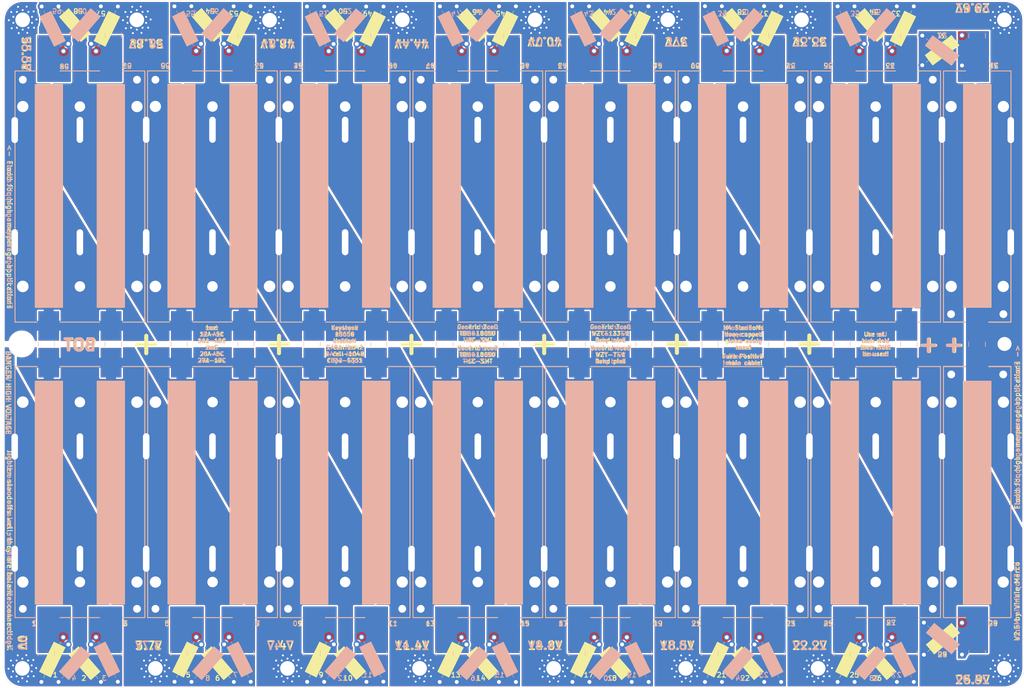
<source format=kicad_pcb>
(kicad_pcb (version 20171130) (host pcbnew "(5.1.2)-2")
  (layers (0 F.Cu signal) (31 B.Cu signal) (34 B.Paste user hide) (35 F.Paste user hide) (36 B.SilkS user) (37 F.SilkS user) (38 B.Mask user) (39 F.Mask user) (44 Edge.Cuts user))
  (net 0 "")
  (net 1 "Net-(BT1-Pad2)")
  (net 2 "Net-(BT1-Pad1)")
  (net 3 "Net-(BT2-Pad2)")
  (net 4 "Net-(BT3-Pad2)")
  (net 5 "Net-(BT13-Pad1)")
  (net 6 "Net-(BT4-Pad2)")
  (net 7 "Net-(BT14-Pad1)")
  (net 8 "Net-(BT5-Pad2)")
  (net 9 "Net-(BT10-Pad1)")
  (net 10 "Net-(BT6-Pad2)")
  (net 11 "Net-(BT7-Pad2)")
  (net 12 "Net-(BT8-Pad2)")
  (net 13 "Net-(BT9-Pad2)")
  (net 14 "Net-(BT10-Pad2)")
  (net 15 "Net-(BT11-Pad2)")
  (net 16 "Net-(BT12-Pad2)")
  (net 17 "Net-(BT13-Pad2)")
  (net 18 "Net-(BT14-Pad2)")
  (net 19 "Net-(BT15-Pad2)")
  (net 20 "Net-(BT16-Pad2)")
  (net 21 "Net-(BT17-Pad2)")
  (net 22 "Net-(BT18-Pad2)")
  (net 23 "Net-(BT19-Pad2)")
  (net 24 "Net-(BT20-Pad2)")
  (net 25 "Net-(BT21-Pad2)")
  (net 26 "Net-(BT22-Pad2)")
  (net 27 "Net-(BT23-Pad2)")
  (net 28 "Net-(BT24-Pad2)")
  (net 29 "Net-(BT25-Pad2)")
  (net 30 "Net-(BT26-Pad2)")
  (net 31 "Net-(BT27-Pad2)")
  (net 32 "Net-(BT28-Pad2)")
  (net 33 "Net-(BT29-Pad2)")
  (net 34 "Net-(BT30-Pad2)")
  (net 35 "Net-(BT31-Pad2)")
  (net 36 "Net-(BT32-Pad2)")
  (net 37 Earth)
  (net 38 "Net-(BT11-Pad1)")
  (net 39 "Net-(BT1-Pad4)")
  (net 40 "Net-(BT2-Pad4)")
  (net 41 "Net-(BT3-Pad4)")
  (net 42 "Net-(BT4-Pad4)")
  (net 43 "Net-(BT5-Pad4)")
  (net 44 "Net-(BT6-Pad4)")
  (net 45 "Net-(BT7-Pad4)")
  (net 46 "Net-(BT8-Pad4)")
  (net 47 "Net-(BT9-Pad4)")
  (net 48 "Net-(BT10-Pad4)")
  (net 49 "Net-(BT11-Pad4)")
  (net 50 "Net-(BT12-Pad4)")
  (net 51 "Net-(BT13-Pad4)")
  (net 52 "Net-(BT14-Pad4)")
  (net 53 "Net-(BT15-Pad4)")
  (net 54 "Net-(BT16-Pad4)")
  (net 55 "Net-(BT17-Pad4)")
  (net 56 "Net-(BT18-Pad4)")
  (net 57 "Net-(BT19-Pad4)")
  (net 58 "Net-(BT20-Pad4)")
  (net 59 "Net-(BT22-Pad4)")
  (net 60 "Net-(BT23-Pad4)")
  (net 61 "Net-(BT24-Pad4)")
  (net 62 "Net-(BT25-Pad4)")
  (net 63 "Net-(BT28-Pad4)")
  (net 64 "Net-(BT29-Pad4)")
  (net 65 "Net-(BT30-Pad4)")
  (net 66 "Net-(BT31-Pad4)")
  (net 67 "Net-(BT1-Pad6)")
  (net 68 "Net-(BT2-Pad6)")
  (net 69 "Net-(BT3-Pad6)")
  (net 70 "Net-(BT11-Pad6)")
  (net 71 "Net-(BT12-Pad6)")
  (net 72 "Net-(BT13-Pad6)")
  (net 73 "Net-(BT14-Pad6)")
  (net 74 "Net-(BT22-Pad6)")
  (net 75 "Net-(BT23-Pad6)")
  (net 76 "Net-(BT24-Pad6)")
  (module 1048:hole (layer F.Cu) (at 227.1 25 180)
    (fp_text reference J16 hide)
    (fp_text value 40.7V)
    (pad 1 thru_hole circle (at 1.207018 -4.067322 180) (size 0.9 0.9) (drill 0.6) (layers *.Cu *.Mask) (net 76 "Net-(BT24-Pad6)"))
    (pad 1 thru_hole circle (at 3.36721 -2.581065 180) (size 0.9 0.9) (drill 0.6) (layers *.Cu *.Mask) (net 76 "Net-(BT24-Pad6)"))
    (pad 1 thru_hole circle (at 4.241242 -0.108929 180) (size 0.9 0.9) (drill 0.6) (layers *.Cu *.Mask) (net 76 "Net-(BT24-Pad6)"))
    (pad 1 thru_hole circle (at 3.495264 2.404814 180) (size 0.9 0.9) (drill 0.6) (layers *.Cu *.Mask) (net 76 "Net-(BT24-Pad6)"))
    (pad 1 thru_hole circle (at 1.414214 4 180) (size 0.9 0.9) (drill 0.6) (layers *.Cu *.Mask) (net 76 "Net-(BT24-Pad6)"))
    (pad 1 thru_hole circle (at -1.207018 4.067322 180) (size 0.9 0.9) (drill 0.6) (layers *.Cu *.Mask) (net 76 "Net-(BT24-Pad6)"))
    (pad 1 thru_hole circle (at -3.36721 2.581065 180) (size 0.9 0.9) (drill 0.6) (layers *.Cu *.Mask) (net 76 "Net-(BT24-Pad6)"))
    (pad 1 thru_hole circle (at -4.241242 0.108929 180) (size 0.9 0.9) (drill 0.6) (layers *.Cu *.Mask) (net 76 "Net-(BT24-Pad6)"))
    (pad 1 thru_hole circle (at -3.495264 -2.404814 180) (size 0.9 0.9) (drill 0.6) (layers *.Cu *.Mask) (net 76 "Net-(BT24-Pad6)"))
    (pad 1 thru_hole circle (at 1.763356 -2.427051 180) (size 0.9 0.9) (drill 0.6) (layers *.Cu *.Mask) (net 76 "Net-(BT24-Pad6)"))
    (pad 1 thru_hole circle (at 2.85317 -0.927051 180) (size 0.9 0.9) (drill 0.6) (layers *.Cu *.Mask) (net 76 "Net-(BT24-Pad6)"))
    (pad 1 thru_hole circle (at 2.85317 0.927051 180) (size 0.9 0.9) (drill 0.6) (layers *.Cu *.Mask) (net 76 "Net-(BT24-Pad6)"))
    (pad 1 thru_hole circle (at 1.763356 2.427051 180) (size 0.9 0.9) (drill 0.6) (layers *.Cu *.Mask) (net 76 "Net-(BT24-Pad6)"))
    (pad 1 thru_hole circle (at 0 3 180) (size 0.9 0.9) (drill 0.6) (layers *.Cu *.Mask) (net 76 "Net-(BT24-Pad6)"))
    (pad 1 thru_hole circle (at -1.763356 2.427051 180) (size 0.9 0.9) (drill 0.6) (layers *.Cu *.Mask) (net 76 "Net-(BT24-Pad6)"))
    (pad 1 thru_hole circle (at -2.85317 0.927051 180) (size 0.9 0.9) (drill 0.6) (layers *.Cu *.Mask) (net 76 "Net-(BT24-Pad6)"))
    (pad 1 thru_hole circle (at -2.85317 -0.927051 180) (size 0.9 0.9) (drill 0.6) (layers *.Cu *.Mask) (net 76 "Net-(BT24-Pad6)"))
    (pad 1 thru_hole circle (at -1.763356 -2.427051 180) (size 0.9 0.9) (drill 0.6) (layers *.Cu *.Mask) (net 76 "Net-(BT24-Pad6)"))
    (pad 1 thru_hole circle (at -1.414214 -4 180) (size 0.9 0.9) (drill 0.6) (layers *.Cu *.Mask) (net 76 "Net-(BT24-Pad6)"))
    (pad 1 thru_hole circle (at 0 0 180) (size 10 10) (drill 4.5) (layers *.Cu *.Mask) (net 76 "Net-(BT24-Pad6)"))
    (pad 1 thru_hole circle (at 0 -3 180) (size 0.9 0.9) (drill 0.6) (layers *.Cu *.Mask) (net 76 "Net-(BT24-Pad6)"))
  )
  (module 1048:hole (layer F.Cu) (at 186.4 25 180)
    (fp_text reference J15 hide)
    (fp_text value 44.4V)
    (pad 1 thru_hole circle (at 1.207018 -4.067322 180) (size 0.9 0.9) (drill 0.6) (layers *.Cu *.Mask) (net 75 "Net-(BT23-Pad6)"))
    (pad 1 thru_hole circle (at 3.36721 -2.581065 180) (size 0.9 0.9) (drill 0.6) (layers *.Cu *.Mask) (net 75 "Net-(BT23-Pad6)"))
    (pad 1 thru_hole circle (at 4.241242 -0.108929 180) (size 0.9 0.9) (drill 0.6) (layers *.Cu *.Mask) (net 75 "Net-(BT23-Pad6)"))
    (pad 1 thru_hole circle (at 3.495264 2.404814 180) (size 0.9 0.9) (drill 0.6) (layers *.Cu *.Mask) (net 75 "Net-(BT23-Pad6)"))
    (pad 1 thru_hole circle (at 1.414214 4 180) (size 0.9 0.9) (drill 0.6) (layers *.Cu *.Mask) (net 75 "Net-(BT23-Pad6)"))
    (pad 1 thru_hole circle (at -1.207018 4.067322 180) (size 0.9 0.9) (drill 0.6) (layers *.Cu *.Mask) (net 75 "Net-(BT23-Pad6)"))
    (pad 1 thru_hole circle (at -3.36721 2.581065 180) (size 0.9 0.9) (drill 0.6) (layers *.Cu *.Mask) (net 75 "Net-(BT23-Pad6)"))
    (pad 1 thru_hole circle (at -4.241242 0.108929 180) (size 0.9 0.9) (drill 0.6) (layers *.Cu *.Mask) (net 75 "Net-(BT23-Pad6)"))
    (pad 1 thru_hole circle (at -3.495264 -2.404814 180) (size 0.9 0.9) (drill 0.6) (layers *.Cu *.Mask) (net 75 "Net-(BT23-Pad6)"))
    (pad 1 thru_hole circle (at 1.763356 -2.427051 180) (size 0.9 0.9) (drill 0.6) (layers *.Cu *.Mask) (net 75 "Net-(BT23-Pad6)"))
    (pad 1 thru_hole circle (at 2.85317 -0.927051 180) (size 0.9 0.9) (drill 0.6) (layers *.Cu *.Mask) (net 75 "Net-(BT23-Pad6)"))
    (pad 1 thru_hole circle (at 2.85317 0.927051 180) (size 0.9 0.9) (drill 0.6) (layers *.Cu *.Mask) (net 75 "Net-(BT23-Pad6)"))
    (pad 1 thru_hole circle (at 1.763356 2.427051 180) (size 0.9 0.9) (drill 0.6) (layers *.Cu *.Mask) (net 75 "Net-(BT23-Pad6)"))
    (pad 1 thru_hole circle (at 0 3 180) (size 0.9 0.9) (drill 0.6) (layers *.Cu *.Mask) (net 75 "Net-(BT23-Pad6)"))
    (pad 1 thru_hole circle (at -1.763356 2.427051 180) (size 0.9 0.9) (drill 0.6) (layers *.Cu *.Mask) (net 75 "Net-(BT23-Pad6)"))
    (pad 1 thru_hole circle (at -2.85317 0.927051 180) (size 0.9 0.9) (drill 0.6) (layers *.Cu *.Mask) (net 75 "Net-(BT23-Pad6)"))
    (pad 1 thru_hole circle (at -2.85317 -0.927051 180) (size 0.9 0.9) (drill 0.6) (layers *.Cu *.Mask) (net 75 "Net-(BT23-Pad6)"))
    (pad 1 thru_hole circle (at -1.763356 -2.427051 180) (size 0.9 0.9) (drill 0.6) (layers *.Cu *.Mask) (net 75 "Net-(BT23-Pad6)"))
    (pad 1 thru_hole circle (at -1.414214 -4 180) (size 0.9 0.9) (drill 0.6) (layers *.Cu *.Mask) (net 75 "Net-(BT23-Pad6)"))
    (pad 1 thru_hole circle (at 0 0 180) (size 10 10) (drill 4.5) (layers *.Cu *.Mask) (net 75 "Net-(BT23-Pad6)"))
    (pad 1 thru_hole circle (at 0 -3 180) (size 0.9 0.9) (drill 0.6) (layers *.Cu *.Mask) (net 75 "Net-(BT23-Pad6)"))
  )
  (module 1048:hole (layer F.Cu) (at 145.7 25.1 180)
    (fp_text reference J14 hide)
    (fp_text value 48.1V)
    (pad 1 thru_hole circle (at 1.207018 -4.067322 180) (size 0.9 0.9) (drill 0.6) (layers *.Cu *.Mask) (net 74 "Net-(BT22-Pad6)"))
    (pad 1 thru_hole circle (at 3.36721 -2.581065 180) (size 0.9 0.9) (drill 0.6) (layers *.Cu *.Mask) (net 74 "Net-(BT22-Pad6)"))
    (pad 1 thru_hole circle (at 4.241242 -0.108929 180) (size 0.9 0.9) (drill 0.6) (layers *.Cu *.Mask) (net 74 "Net-(BT22-Pad6)"))
    (pad 1 thru_hole circle (at 3.495264 2.404814 180) (size 0.9 0.9) (drill 0.6) (layers *.Cu *.Mask) (net 74 "Net-(BT22-Pad6)"))
    (pad 1 thru_hole circle (at 1.414214 4 180) (size 0.9 0.9) (drill 0.6) (layers *.Cu *.Mask) (net 74 "Net-(BT22-Pad6)"))
    (pad 1 thru_hole circle (at -1.207018 4.067322 180) (size 0.9 0.9) (drill 0.6) (layers *.Cu *.Mask) (net 74 "Net-(BT22-Pad6)"))
    (pad 1 thru_hole circle (at -3.36721 2.581065 180) (size 0.9 0.9) (drill 0.6) (layers *.Cu *.Mask) (net 74 "Net-(BT22-Pad6)"))
    (pad 1 thru_hole circle (at -4.241242 0.108929 180) (size 0.9 0.9) (drill 0.6) (layers *.Cu *.Mask) (net 74 "Net-(BT22-Pad6)"))
    (pad 1 thru_hole circle (at -3.495264 -2.404814 180) (size 0.9 0.9) (drill 0.6) (layers *.Cu *.Mask) (net 74 "Net-(BT22-Pad6)"))
    (pad 1 thru_hole circle (at 1.763356 -2.427051 180) (size 0.9 0.9) (drill 0.6) (layers *.Cu *.Mask) (net 74 "Net-(BT22-Pad6)"))
    (pad 1 thru_hole circle (at 2.85317 -0.927051 180) (size 0.9 0.9) (drill 0.6) (layers *.Cu *.Mask) (net 74 "Net-(BT22-Pad6)"))
    (pad 1 thru_hole circle (at 2.85317 0.927051 180) (size 0.9 0.9) (drill 0.6) (layers *.Cu *.Mask) (net 74 "Net-(BT22-Pad6)"))
    (pad 1 thru_hole circle (at 1.763356 2.427051 180) (size 0.9 0.9) (drill 0.6) (layers *.Cu *.Mask) (net 74 "Net-(BT22-Pad6)"))
    (pad 1 thru_hole circle (at 0 3 180) (size 0.9 0.9) (drill 0.6) (layers *.Cu *.Mask) (net 74 "Net-(BT22-Pad6)"))
    (pad 1 thru_hole circle (at -1.763356 2.427051 180) (size 0.9 0.9) (drill 0.6) (layers *.Cu *.Mask) (net 74 "Net-(BT22-Pad6)"))
    (pad 1 thru_hole circle (at -2.85317 0.927051 180) (size 0.9 0.9) (drill 0.6) (layers *.Cu *.Mask) (net 74 "Net-(BT22-Pad6)"))
    (pad 1 thru_hole circle (at -2.85317 -0.927051 180) (size 0.9 0.9) (drill 0.6) (layers *.Cu *.Mask) (net 74 "Net-(BT22-Pad6)"))
    (pad 1 thru_hole circle (at -1.763356 -2.427051 180) (size 0.9 0.9) (drill 0.6) (layers *.Cu *.Mask) (net 74 "Net-(BT22-Pad6)"))
    (pad 1 thru_hole circle (at -1.414214 -4 180) (size 0.9 0.9) (drill 0.6) (layers *.Cu *.Mask) (net 74 "Net-(BT22-Pad6)"))
    (pad 1 thru_hole circle (at 0 0 180) (size 10 10) (drill 4.5) (layers *.Cu *.Mask) (net 74 "Net-(BT22-Pad6)"))
    (pad 1 thru_hole circle (at 0 -3 180) (size 0.9 0.9) (drill 0.6) (layers *.Cu *.Mask) (net 74 "Net-(BT22-Pad6)"))
  )
  (module 1048:hole (layer F.Cu) (at 105 25 180)
    (fp_text reference J13 hide)
    (fp_text value 51.8V)
    (pad 1 thru_hole circle (at 1.207018 -4.067322 180) (size 0.9 0.9) (drill 0.6) (layers *.Cu *.Mask) (net 73 "Net-(BT14-Pad6)"))
    (pad 1 thru_hole circle (at 3.36721 -2.581065 180) (size 0.9 0.9) (drill 0.6) (layers *.Cu *.Mask) (net 73 "Net-(BT14-Pad6)"))
    (pad 1 thru_hole circle (at 4.241242 -0.108929 180) (size 0.9 0.9) (drill 0.6) (layers *.Cu *.Mask) (net 73 "Net-(BT14-Pad6)"))
    (pad 1 thru_hole circle (at 3.495264 2.404814 180) (size 0.9 0.9) (drill 0.6) (layers *.Cu *.Mask) (net 73 "Net-(BT14-Pad6)"))
    (pad 1 thru_hole circle (at 1.414214 4 180) (size 0.9 0.9) (drill 0.6) (layers *.Cu *.Mask) (net 73 "Net-(BT14-Pad6)"))
    (pad 1 thru_hole circle (at -1.207018 4.067322 180) (size 0.9 0.9) (drill 0.6) (layers *.Cu *.Mask) (net 73 "Net-(BT14-Pad6)"))
    (pad 1 thru_hole circle (at -3.36721 2.581065 180) (size 0.9 0.9) (drill 0.6) (layers *.Cu *.Mask) (net 73 "Net-(BT14-Pad6)"))
    (pad 1 thru_hole circle (at -4.241242 0.108929 180) (size 0.9 0.9) (drill 0.6) (layers *.Cu *.Mask) (net 73 "Net-(BT14-Pad6)"))
    (pad 1 thru_hole circle (at -3.495264 -2.404814 180) (size 0.9 0.9) (drill 0.6) (layers *.Cu *.Mask) (net 73 "Net-(BT14-Pad6)"))
    (pad 1 thru_hole circle (at 1.763356 -2.427051 180) (size 0.9 0.9) (drill 0.6) (layers *.Cu *.Mask) (net 73 "Net-(BT14-Pad6)"))
    (pad 1 thru_hole circle (at 2.85317 -0.927051 180) (size 0.9 0.9) (drill 0.6) (layers *.Cu *.Mask) (net 73 "Net-(BT14-Pad6)"))
    (pad 1 thru_hole circle (at 2.85317 0.927051 180) (size 0.9 0.9) (drill 0.6) (layers *.Cu *.Mask) (net 73 "Net-(BT14-Pad6)"))
    (pad 1 thru_hole circle (at 1.763356 2.427051 180) (size 0.9 0.9) (drill 0.6) (layers *.Cu *.Mask) (net 73 "Net-(BT14-Pad6)"))
    (pad 1 thru_hole circle (at 0 3 180) (size 0.9 0.9) (drill 0.6) (layers *.Cu *.Mask) (net 73 "Net-(BT14-Pad6)"))
    (pad 1 thru_hole circle (at -1.763356 2.427051 180) (size 0.9 0.9) (drill 0.6) (layers *.Cu *.Mask) (net 73 "Net-(BT14-Pad6)"))
    (pad 1 thru_hole circle (at -2.85317 0.927051 180) (size 0.9 0.9) (drill 0.6) (layers *.Cu *.Mask) (net 73 "Net-(BT14-Pad6)"))
    (pad 1 thru_hole circle (at -2.85317 -0.927051 180) (size 0.9 0.9) (drill 0.6) (layers *.Cu *.Mask) (net 73 "Net-(BT14-Pad6)"))
    (pad 1 thru_hole circle (at -1.763356 -2.427051 180) (size 0.9 0.9) (drill 0.6) (layers *.Cu *.Mask) (net 73 "Net-(BT14-Pad6)"))
    (pad 1 thru_hole circle (at -1.414214 -4 180) (size 0.9 0.9) (drill 0.6) (layers *.Cu *.Mask) (net 73 "Net-(BT14-Pad6)"))
    (pad 1 thru_hole circle (at 0 0 180) (size 10 10) (drill 4.5) (layers *.Cu *.Mask) (net 73 "Net-(BT14-Pad6)"))
    (pad 1 thru_hole circle (at 0 -3 180) (size 0.9 0.9) (drill 0.6) (layers *.Cu *.Mask) (net 73 "Net-(BT14-Pad6)"))
  )
  (module 1048:hole (layer F.Cu) (at 70 25 180)
    (fp_text reference J12 hide)
    (fp_text value 55.5V)
    (pad 1 thru_hole circle (at 1.207018 -4.067322 180) (size 0.9 0.9) (drill 0.6) (layers *.Cu *.Mask) (net 7 "Net-(BT14-Pad1)"))
    (pad 1 thru_hole circle (at 3.36721 -2.581065 180) (size 0.9 0.9) (drill 0.6) (layers *.Cu *.Mask) (net 7 "Net-(BT14-Pad1)"))
    (pad 1 thru_hole circle (at 4.241242 -0.108929 180) (size 0.9 0.9) (drill 0.6) (layers *.Cu *.Mask) (net 7 "Net-(BT14-Pad1)"))
    (pad 1 thru_hole circle (at 3.495264 2.404814 180) (size 0.9 0.9) (drill 0.6) (layers *.Cu *.Mask) (net 7 "Net-(BT14-Pad1)"))
    (pad 1 thru_hole circle (at 1.414214 4 180) (size 0.9 0.9) (drill 0.6) (layers *.Cu *.Mask) (net 7 "Net-(BT14-Pad1)"))
    (pad 1 thru_hole circle (at -1.207018 4.067322 180) (size 0.9 0.9) (drill 0.6) (layers *.Cu *.Mask) (net 7 "Net-(BT14-Pad1)"))
    (pad 1 thru_hole circle (at -3.36721 2.581065 180) (size 0.9 0.9) (drill 0.6) (layers *.Cu *.Mask) (net 7 "Net-(BT14-Pad1)"))
    (pad 1 thru_hole circle (at -4.241242 0.108929 180) (size 0.9 0.9) (drill 0.6) (layers *.Cu *.Mask) (net 7 "Net-(BT14-Pad1)"))
    (pad 1 thru_hole circle (at -3.495264 -2.404814 180) (size 0.9 0.9) (drill 0.6) (layers *.Cu *.Mask) (net 7 "Net-(BT14-Pad1)"))
    (pad 1 thru_hole circle (at 1.763356 -2.427051 180) (size 0.9 0.9) (drill 0.6) (layers *.Cu *.Mask) (net 7 "Net-(BT14-Pad1)"))
    (pad 1 thru_hole circle (at 2.85317 -0.927051 180) (size 0.9 0.9) (drill 0.6) (layers *.Cu *.Mask) (net 7 "Net-(BT14-Pad1)"))
    (pad 1 thru_hole circle (at 2.85317 0.927051 180) (size 0.9 0.9) (drill 0.6) (layers *.Cu *.Mask) (net 7 "Net-(BT14-Pad1)"))
    (pad 1 thru_hole circle (at 1.763356 2.427051 180) (size 0.9 0.9) (drill 0.6) (layers *.Cu *.Mask) (net 7 "Net-(BT14-Pad1)"))
    (pad 1 thru_hole circle (at 0 3 180) (size 0.9 0.9) (drill 0.6) (layers *.Cu *.Mask) (net 7 "Net-(BT14-Pad1)"))
    (pad 1 thru_hole circle (at -1.763356 2.427051 180) (size 0.9 0.9) (drill 0.6) (layers *.Cu *.Mask) (net 7 "Net-(BT14-Pad1)"))
    (pad 1 thru_hole circle (at -2.85317 0.927051 180) (size 0.9 0.9) (drill 0.6) (layers *.Cu *.Mask) (net 7 "Net-(BT14-Pad1)"))
    (pad 1 thru_hole circle (at -2.85317 -0.927051 180) (size 0.9 0.9) (drill 0.6) (layers *.Cu *.Mask) (net 7 "Net-(BT14-Pad1)"))
    (pad 1 thru_hole circle (at -1.763356 -2.427051 180) (size 0.9 0.9) (drill 0.6) (layers *.Cu *.Mask) (net 7 "Net-(BT14-Pad1)"))
    (pad 1 thru_hole circle (at -1.414214 -4 180) (size 0.9 0.9) (drill 0.6) (layers *.Cu *.Mask) (net 7 "Net-(BT14-Pad1)"))
    (pad 1 thru_hole circle (at 0 0 180) (size 10 10) (drill 4.5) (layers *.Cu *.Mask) (net 7 "Net-(BT14-Pad1)"))
    (pad 1 thru_hole circle (at 0 -3 180) (size 0.9 0.9) (drill 0.6) (layers *.Cu *.Mask) (net 7 "Net-(BT14-Pad1)"))
  )
  (module 1048:hole (layer F.Cu) (at 313.9 224)
    (fp_text reference J11 hide)
    (fp_text value 22.2V)
    (pad 1 thru_hole circle (at 1.207018 -4.067322) (size 0.9 0.9) (drill 0.6) (layers *.Cu *.Mask) (net 72 "Net-(BT13-Pad6)"))
    (pad 1 thru_hole circle (at 3.36721 -2.581065) (size 0.9 0.9) (drill 0.6) (layers *.Cu *.Mask) (net 72 "Net-(BT13-Pad6)"))
    (pad 1 thru_hole circle (at 4.241242 -0.108929) (size 0.9 0.9) (drill 0.6) (layers *.Cu *.Mask) (net 72 "Net-(BT13-Pad6)"))
    (pad 1 thru_hole circle (at 3.495264 2.404814) (size 0.9 0.9) (drill 0.6) (layers *.Cu *.Mask) (net 72 "Net-(BT13-Pad6)"))
    (pad 1 thru_hole circle (at 1.414214 4) (size 0.9 0.9) (drill 0.6) (layers *.Cu *.Mask) (net 72 "Net-(BT13-Pad6)"))
    (pad 1 thru_hole circle (at -1.207018 4.067322) (size 0.9 0.9) (drill 0.6) (layers *.Cu *.Mask) (net 72 "Net-(BT13-Pad6)"))
    (pad 1 thru_hole circle (at -3.36721 2.581065) (size 0.9 0.9) (drill 0.6) (layers *.Cu *.Mask) (net 72 "Net-(BT13-Pad6)"))
    (pad 1 thru_hole circle (at -4.241242 0.108929) (size 0.9 0.9) (drill 0.6) (layers *.Cu *.Mask) (net 72 "Net-(BT13-Pad6)"))
    (pad 1 thru_hole circle (at -3.495264 -2.404814) (size 0.9 0.9) (drill 0.6) (layers *.Cu *.Mask) (net 72 "Net-(BT13-Pad6)"))
    (pad 1 thru_hole circle (at 1.763356 -2.427051) (size 0.9 0.9) (drill 0.6) (layers *.Cu *.Mask) (net 72 "Net-(BT13-Pad6)"))
    (pad 1 thru_hole circle (at 2.85317 -0.927051) (size 0.9 0.9) (drill 0.6) (layers *.Cu *.Mask) (net 72 "Net-(BT13-Pad6)"))
    (pad 1 thru_hole circle (at 2.85317 0.927051) (size 0.9 0.9) (drill 0.6) (layers *.Cu *.Mask) (net 72 "Net-(BT13-Pad6)"))
    (pad 1 thru_hole circle (at 1.763356 2.427051) (size 0.9 0.9) (drill 0.6) (layers *.Cu *.Mask) (net 72 "Net-(BT13-Pad6)"))
    (pad 1 thru_hole circle (at 0 3) (size 0.9 0.9) (drill 0.6) (layers *.Cu *.Mask) (net 72 "Net-(BT13-Pad6)"))
    (pad 1 thru_hole circle (at -1.763356 2.427051) (size 0.9 0.9) (drill 0.6) (layers *.Cu *.Mask) (net 72 "Net-(BT13-Pad6)"))
    (pad 1 thru_hole circle (at -2.85317 0.927051) (size 0.9 0.9) (drill 0.6) (layers *.Cu *.Mask) (net 72 "Net-(BT13-Pad6)"))
    (pad 1 thru_hole circle (at -2.85317 -0.927051) (size 0.9 0.9) (drill 0.6) (layers *.Cu *.Mask) (net 72 "Net-(BT13-Pad6)"))
    (pad 1 thru_hole circle (at -1.763356 -2.427051) (size 0.9 0.9) (drill 0.6) (layers *.Cu *.Mask) (net 72 "Net-(BT13-Pad6)"))
    (pad 1 thru_hole circle (at -1.414214 -4) (size 0.9 0.9) (drill 0.6) (layers *.Cu *.Mask) (net 72 "Net-(BT13-Pad6)"))
    (pad 1 thru_hole circle (at 0 0) (size 10 10) (drill 4.5) (layers *.Cu *.Mask) (net 72 "Net-(BT13-Pad6)"))
    (pad 1 thru_hole circle (at 0 -3) (size 0.9 0.9) (drill 0.6) (layers *.Cu *.Mask) (net 72 "Net-(BT13-Pad6)"))
  )
  (module 1048:hole (layer F.Cu) (at 371 224)
    (fp_text reference J10 hide)
    (fp_text value 25.9V)
    (pad 1 thru_hole circle (at 1.207018 -4.067322) (size 0.9 0.9) (drill 0.6) (layers *.Cu *.Mask) (net 5 "Net-(BT13-Pad1)"))
    (pad 1 thru_hole circle (at 3.36721 -2.581065) (size 0.9 0.9) (drill 0.6) (layers *.Cu *.Mask) (net 5 "Net-(BT13-Pad1)"))
    (pad 1 thru_hole circle (at 4.241242 -0.108929) (size 0.9 0.9) (drill 0.6) (layers *.Cu *.Mask) (net 5 "Net-(BT13-Pad1)"))
    (pad 1 thru_hole circle (at 3.495264 2.404814) (size 0.9 0.9) (drill 0.6) (layers *.Cu *.Mask) (net 5 "Net-(BT13-Pad1)"))
    (pad 1 thru_hole circle (at 1.414214 4) (size 0.9 0.9) (drill 0.6) (layers *.Cu *.Mask) (net 5 "Net-(BT13-Pad1)"))
    (pad 1 thru_hole circle (at -1.207018 4.067322) (size 0.9 0.9) (drill 0.6) (layers *.Cu *.Mask) (net 5 "Net-(BT13-Pad1)"))
    (pad 1 thru_hole circle (at -3.36721 2.581065) (size 0.9 0.9) (drill 0.6) (layers *.Cu *.Mask) (net 5 "Net-(BT13-Pad1)"))
    (pad 1 thru_hole circle (at -4.241242 0.108929) (size 0.9 0.9) (drill 0.6) (layers *.Cu *.Mask) (net 5 "Net-(BT13-Pad1)"))
    (pad 1 thru_hole circle (at -3.495264 -2.404814) (size 0.9 0.9) (drill 0.6) (layers *.Cu *.Mask) (net 5 "Net-(BT13-Pad1)"))
    (pad 1 thru_hole circle (at 1.763356 -2.427051) (size 0.9 0.9) (drill 0.6) (layers *.Cu *.Mask) (net 5 "Net-(BT13-Pad1)"))
    (pad 1 thru_hole circle (at 2.85317 -0.927051) (size 0.9 0.9) (drill 0.6) (layers *.Cu *.Mask) (net 5 "Net-(BT13-Pad1)"))
    (pad 1 thru_hole circle (at 2.85317 0.927051) (size 0.9 0.9) (drill 0.6) (layers *.Cu *.Mask) (net 5 "Net-(BT13-Pad1)"))
    (pad 1 thru_hole circle (at 1.763356 2.427051) (size 0.9 0.9) (drill 0.6) (layers *.Cu *.Mask) (net 5 "Net-(BT13-Pad1)"))
    (pad 1 thru_hole circle (at 0 3) (size 0.9 0.9) (drill 0.6) (layers *.Cu *.Mask) (net 5 "Net-(BT13-Pad1)"))
    (pad 1 thru_hole circle (at -1.763356 2.427051) (size 0.9 0.9) (drill 0.6) (layers *.Cu *.Mask) (net 5 "Net-(BT13-Pad1)"))
    (pad 1 thru_hole circle (at -2.85317 0.927051) (size 0.9 0.9) (drill 0.6) (layers *.Cu *.Mask) (net 5 "Net-(BT13-Pad1)"))
    (pad 1 thru_hole circle (at -2.85317 -0.927051) (size 0.9 0.9) (drill 0.6) (layers *.Cu *.Mask) (net 5 "Net-(BT13-Pad1)"))
    (pad 1 thru_hole circle (at -1.763356 -2.427051) (size 0.9 0.9) (drill 0.6) (layers *.Cu *.Mask) (net 5 "Net-(BT13-Pad1)"))
    (pad 1 thru_hole circle (at -1.414214 -4) (size 0.9 0.9) (drill 0.6) (layers *.Cu *.Mask) (net 5 "Net-(BT13-Pad1)"))
    (pad 1 thru_hole circle (at 0 0) (size 10 10) (drill 4.5) (layers *.Cu *.Mask) (net 5 "Net-(BT13-Pad1)"))
    (pad 1 thru_hole circle (at 0 -3) (size 0.9 0.9) (drill 0.6) (layers *.Cu *.Mask) (net 5 "Net-(BT13-Pad1)"))
  )
  (module 1048:hole (layer F.Cu) (at 371 25 180)
    (fp_text reference J9 hide)
    (fp_text value 29.6V)
    (pad 1 thru_hole circle (at 1.207018 -4.067322 180) (size 0.9 0.9) (drill 0.6) (layers *.Cu *.Mask) (net 71 "Net-(BT12-Pad6)"))
    (pad 1 thru_hole circle (at 3.36721 -2.581065 180) (size 0.9 0.9) (drill 0.6) (layers *.Cu *.Mask) (net 71 "Net-(BT12-Pad6)"))
    (pad 1 thru_hole circle (at 4.241242 -0.108929 180) (size 0.9 0.9) (drill 0.6) (layers *.Cu *.Mask) (net 71 "Net-(BT12-Pad6)"))
    (pad 1 thru_hole circle (at 3.495264 2.404814 180) (size 0.9 0.9) (drill 0.6) (layers *.Cu *.Mask) (net 71 "Net-(BT12-Pad6)"))
    (pad 1 thru_hole circle (at 1.414214 4 180) (size 0.9 0.9) (drill 0.6) (layers *.Cu *.Mask) (net 71 "Net-(BT12-Pad6)"))
    (pad 1 thru_hole circle (at -1.207018 4.067322 180) (size 0.9 0.9) (drill 0.6) (layers *.Cu *.Mask) (net 71 "Net-(BT12-Pad6)"))
    (pad 1 thru_hole circle (at -3.36721 2.581065 180) (size 0.9 0.9) (drill 0.6) (layers *.Cu *.Mask) (net 71 "Net-(BT12-Pad6)"))
    (pad 1 thru_hole circle (at -4.241242 0.108929 180) (size 0.9 0.9) (drill 0.6) (layers *.Cu *.Mask) (net 71 "Net-(BT12-Pad6)"))
    (pad 1 thru_hole circle (at -3.495264 -2.404814 180) (size 0.9 0.9) (drill 0.6) (layers *.Cu *.Mask) (net 71 "Net-(BT12-Pad6)"))
    (pad 1 thru_hole circle (at 1.763356 -2.427051 180) (size 0.9 0.9) (drill 0.6) (layers *.Cu *.Mask) (net 71 "Net-(BT12-Pad6)"))
    (pad 1 thru_hole circle (at 2.85317 -0.927051 180) (size 0.9 0.9) (drill 0.6) (layers *.Cu *.Mask) (net 71 "Net-(BT12-Pad6)"))
    (pad 1 thru_hole circle (at 2.85317 0.927051 180) (size 0.9 0.9) (drill 0.6) (layers *.Cu *.Mask) (net 71 "Net-(BT12-Pad6)"))
    (pad 1 thru_hole circle (at 1.763356 2.427051 180) (size 0.9 0.9) (drill 0.6) (layers *.Cu *.Mask) (net 71 "Net-(BT12-Pad6)"))
    (pad 1 thru_hole circle (at 0 3 180) (size 0.9 0.9) (drill 0.6) (layers *.Cu *.Mask) (net 71 "Net-(BT12-Pad6)"))
    (pad 1 thru_hole circle (at -1.763356 2.427051 180) (size 0.9 0.9) (drill 0.6) (layers *.Cu *.Mask) (net 71 "Net-(BT12-Pad6)"))
    (pad 1 thru_hole circle (at -2.85317 0.927051 180) (size 0.9 0.9) (drill 0.6) (layers *.Cu *.Mask) (net 71 "Net-(BT12-Pad6)"))
    (pad 1 thru_hole circle (at -2.85317 -0.927051 180) (size 0.9 0.9) (drill 0.6) (layers *.Cu *.Mask) (net 71 "Net-(BT12-Pad6)"))
    (pad 1 thru_hole circle (at -1.763356 -2.427051 180) (size 0.9 0.9) (drill 0.6) (layers *.Cu *.Mask) (net 71 "Net-(BT12-Pad6)"))
    (pad 1 thru_hole circle (at -1.414214 -4 180) (size 0.9 0.9) (drill 0.6) (layers *.Cu *.Mask) (net 71 "Net-(BT12-Pad6)"))
    (pad 1 thru_hole circle (at 0 0 180) (size 10 10) (drill 4.5) (layers *.Cu *.Mask) (net 71 "Net-(BT12-Pad6)"))
    (pad 1 thru_hole circle (at 0 -3 180) (size 0.9 0.9) (drill 0.6) (layers *.Cu *.Mask) (net 71 "Net-(BT12-Pad6)"))
  )
  (module 1048:hole (layer F.Cu) (at 308.8 25 180)
    (fp_text reference J8 hide)
    (fp_text value 33.3V)
    (pad 1 thru_hole circle (at 1.207018 -4.067322 180) (size 0.9 0.9) (drill 0.6) (layers *.Cu *.Mask) (net 70 "Net-(BT11-Pad6)"))
    (pad 1 thru_hole circle (at 3.36721 -2.581065 180) (size 0.9 0.9) (drill 0.6) (layers *.Cu *.Mask) (net 70 "Net-(BT11-Pad6)"))
    (pad 1 thru_hole circle (at 4.241242 -0.108929 180) (size 0.9 0.9) (drill 0.6) (layers *.Cu *.Mask) (net 70 "Net-(BT11-Pad6)"))
    (pad 1 thru_hole circle (at 3.495264 2.404814 180) (size 0.9 0.9) (drill 0.6) (layers *.Cu *.Mask) (net 70 "Net-(BT11-Pad6)"))
    (pad 1 thru_hole circle (at 1.414214 4 180) (size 0.9 0.9) (drill 0.6) (layers *.Cu *.Mask) (net 70 "Net-(BT11-Pad6)"))
    (pad 1 thru_hole circle (at -1.207018 4.067322 180) (size 0.9 0.9) (drill 0.6) (layers *.Cu *.Mask) (net 70 "Net-(BT11-Pad6)"))
    (pad 1 thru_hole circle (at -3.36721 2.581065 180) (size 0.9 0.9) (drill 0.6) (layers *.Cu *.Mask) (net 70 "Net-(BT11-Pad6)"))
    (pad 1 thru_hole circle (at -4.241242 0.108929 180) (size 0.9 0.9) (drill 0.6) (layers *.Cu *.Mask) (net 70 "Net-(BT11-Pad6)"))
    (pad 1 thru_hole circle (at -3.495264 -2.404814 180) (size 0.9 0.9) (drill 0.6) (layers *.Cu *.Mask) (net 70 "Net-(BT11-Pad6)"))
    (pad 1 thru_hole circle (at 1.763356 -2.427051 180) (size 0.9 0.9) (drill 0.6) (layers *.Cu *.Mask) (net 70 "Net-(BT11-Pad6)"))
    (pad 1 thru_hole circle (at 2.85317 -0.927051 180) (size 0.9 0.9) (drill 0.6) (layers *.Cu *.Mask) (net 70 "Net-(BT11-Pad6)"))
    (pad 1 thru_hole circle (at 2.85317 0.927051 180) (size 0.9 0.9) (drill 0.6) (layers *.Cu *.Mask) (net 70 "Net-(BT11-Pad6)"))
    (pad 1 thru_hole circle (at 1.763356 2.427051 180) (size 0.9 0.9) (drill 0.6) (layers *.Cu *.Mask) (net 70 "Net-(BT11-Pad6)"))
    (pad 1 thru_hole circle (at 0 3 180) (size 0.9 0.9) (drill 0.6) (layers *.Cu *.Mask) (net 70 "Net-(BT11-Pad6)"))
    (pad 1 thru_hole circle (at -1.763356 2.427051 180) (size 0.9 0.9) (drill 0.6) (layers *.Cu *.Mask) (net 70 "Net-(BT11-Pad6)"))
    (pad 1 thru_hole circle (at -2.85317 0.927051 180) (size 0.9 0.9) (drill 0.6) (layers *.Cu *.Mask) (net 70 "Net-(BT11-Pad6)"))
    (pad 1 thru_hole circle (at -2.85317 -0.927051 180) (size 0.9 0.9) (drill 0.6) (layers *.Cu *.Mask) (net 70 "Net-(BT11-Pad6)"))
    (pad 1 thru_hole circle (at -1.763356 -2.427051 180) (size 0.9 0.9) (drill 0.6) (layers *.Cu *.Mask) (net 70 "Net-(BT11-Pad6)"))
    (pad 1 thru_hole circle (at -1.414214 -4 180) (size 0.9 0.9) (drill 0.6) (layers *.Cu *.Mask) (net 70 "Net-(BT11-Pad6)"))
    (pad 1 thru_hole circle (at 0 0 180) (size 10 10) (drill 4.5) (layers *.Cu *.Mask) (net 70 "Net-(BT11-Pad6)"))
    (pad 1 thru_hole circle (at 0 -3 180) (size 0.9 0.9) (drill 0.6) (layers *.Cu *.Mask) (net 70 "Net-(BT11-Pad6)"))
  )
  (module 1048:hole (layer F.Cu) (at 267.8 25 180)
    (fp_text reference J7 hide)
    (fp_text value 37V)
    (pad 1 thru_hole circle (at 1.207018 -4.067322 180) (size 0.9 0.9) (drill 0.6) (layers *.Cu *.Mask) (net 38 "Net-(BT11-Pad1)"))
    (pad 1 thru_hole circle (at 3.36721 -2.581065 180) (size 0.9 0.9) (drill 0.6) (layers *.Cu *.Mask) (net 38 "Net-(BT11-Pad1)"))
    (pad 1 thru_hole circle (at 4.241242 -0.108929 180) (size 0.9 0.9) (drill 0.6) (layers *.Cu *.Mask) (net 38 "Net-(BT11-Pad1)"))
    (pad 1 thru_hole circle (at 3.495264 2.404814 180) (size 0.9 0.9) (drill 0.6) (layers *.Cu *.Mask) (net 38 "Net-(BT11-Pad1)"))
    (pad 1 thru_hole circle (at 1.414214 4 180) (size 0.9 0.9) (drill 0.6) (layers *.Cu *.Mask) (net 38 "Net-(BT11-Pad1)"))
    (pad 1 thru_hole circle (at -1.207018 4.067322 180) (size 0.9 0.9) (drill 0.6) (layers *.Cu *.Mask) (net 38 "Net-(BT11-Pad1)"))
    (pad 1 thru_hole circle (at -3.36721 2.581065 180) (size 0.9 0.9) (drill 0.6) (layers *.Cu *.Mask) (net 38 "Net-(BT11-Pad1)"))
    (pad 1 thru_hole circle (at -4.241242 0.108929 180) (size 0.9 0.9) (drill 0.6) (layers *.Cu *.Mask) (net 38 "Net-(BT11-Pad1)"))
    (pad 1 thru_hole circle (at -3.495264 -2.404814 180) (size 0.9 0.9) (drill 0.6) (layers *.Cu *.Mask) (net 38 "Net-(BT11-Pad1)"))
    (pad 1 thru_hole circle (at 1.763356 -2.427051 180) (size 0.9 0.9) (drill 0.6) (layers *.Cu *.Mask) (net 38 "Net-(BT11-Pad1)"))
    (pad 1 thru_hole circle (at 2.85317 -0.927051 180) (size 0.9 0.9) (drill 0.6) (layers *.Cu *.Mask) (net 38 "Net-(BT11-Pad1)"))
    (pad 1 thru_hole circle (at 2.85317 0.927051 180) (size 0.9 0.9) (drill 0.6) (layers *.Cu *.Mask) (net 38 "Net-(BT11-Pad1)"))
    (pad 1 thru_hole circle (at 1.763356 2.427051 180) (size 0.9 0.9) (drill 0.6) (layers *.Cu *.Mask) (net 38 "Net-(BT11-Pad1)"))
    (pad 1 thru_hole circle (at 0 3 180) (size 0.9 0.9) (drill 0.6) (layers *.Cu *.Mask) (net 38 "Net-(BT11-Pad1)"))
    (pad 1 thru_hole circle (at -1.763356 2.427051 180) (size 0.9 0.9) (drill 0.6) (layers *.Cu *.Mask) (net 38 "Net-(BT11-Pad1)"))
    (pad 1 thru_hole circle (at -2.85317 0.927051 180) (size 0.9 0.9) (drill 0.6) (layers *.Cu *.Mask) (net 38 "Net-(BT11-Pad1)"))
    (pad 1 thru_hole circle (at -2.85317 -0.927051 180) (size 0.9 0.9) (drill 0.6) (layers *.Cu *.Mask) (net 38 "Net-(BT11-Pad1)"))
    (pad 1 thru_hole circle (at -1.763356 -2.427051 180) (size 0.9 0.9) (drill 0.6) (layers *.Cu *.Mask) (net 38 "Net-(BT11-Pad1)"))
    (pad 1 thru_hole circle (at -1.414214 -4 180) (size 0.9 0.9) (drill 0.6) (layers *.Cu *.Mask) (net 38 "Net-(BT11-Pad1)"))
    (pad 1 thru_hole circle (at 0 0 180) (size 10 10) (drill 4.5) (layers *.Cu *.Mask) (net 38 "Net-(BT11-Pad1)"))
    (pad 1 thru_hole circle (at 0 -3 180) (size 0.9 0.9) (drill 0.6) (layers *.Cu *.Mask) (net 38 "Net-(BT11-Pad1)"))
  )
  (module 1048:hole (layer F.Cu) (at 69.9 224)
    (fp_text reference J6 hide)
    (fp_text value 0V)
    (pad 1 thru_hole circle (at 1.207018 -4.067322) (size 0.9 0.9) (drill 0.6) (layers *.Cu *.Mask) (net 37 Earth))
    (pad 1 thru_hole circle (at 3.36721 -2.581065) (size 0.9 0.9) (drill 0.6) (layers *.Cu *.Mask) (net 37 Earth))
    (pad 1 thru_hole circle (at 4.241242 -0.108929) (size 0.9 0.9) (drill 0.6) (layers *.Cu *.Mask) (net 37 Earth))
    (pad 1 thru_hole circle (at 3.495264 2.404814) (size 0.9 0.9) (drill 0.6) (layers *.Cu *.Mask) (net 37 Earth))
    (pad 1 thru_hole circle (at 1.414214 4) (size 0.9 0.9) (drill 0.6) (layers *.Cu *.Mask) (net 37 Earth))
    (pad 1 thru_hole circle (at -1.207018 4.067322) (size 0.9 0.9) (drill 0.6) (layers *.Cu *.Mask) (net 37 Earth))
    (pad 1 thru_hole circle (at -3.36721 2.581065) (size 0.9 0.9) (drill 0.6) (layers *.Cu *.Mask) (net 37 Earth))
    (pad 1 thru_hole circle (at -4.241242 0.108929) (size 0.9 0.9) (drill 0.6) (layers *.Cu *.Mask) (net 37 Earth))
    (pad 1 thru_hole circle (at -3.495264 -2.404814) (size 0.9 0.9) (drill 0.6) (layers *.Cu *.Mask) (net 37 Earth))
    (pad 1 thru_hole circle (at 1.763356 -2.427051) (size 0.9 0.9) (drill 0.6) (layers *.Cu *.Mask) (net 37 Earth))
    (pad 1 thru_hole circle (at 2.85317 -0.927051) (size 0.9 0.9) (drill 0.6) (layers *.Cu *.Mask) (net 37 Earth))
    (pad 1 thru_hole circle (at 2.85317 0.927051) (size 0.9 0.9) (drill 0.6) (layers *.Cu *.Mask) (net 37 Earth))
    (pad 1 thru_hole circle (at 1.763356 2.427051) (size 0.9 0.9) (drill 0.6) (layers *.Cu *.Mask) (net 37 Earth))
    (pad 1 thru_hole circle (at 0 3) (size 0.9 0.9) (drill 0.6) (layers *.Cu *.Mask) (net 37 Earth))
    (pad 1 thru_hole circle (at -1.763356 2.427051) (size 0.9 0.9) (drill 0.6) (layers *.Cu *.Mask) (net 37 Earth))
    (pad 1 thru_hole circle (at -2.85317 0.927051) (size 0.9 0.9) (drill 0.6) (layers *.Cu *.Mask) (net 37 Earth))
    (pad 1 thru_hole circle (at -2.85317 -0.927051) (size 0.9 0.9) (drill 0.6) (layers *.Cu *.Mask) (net 37 Earth))
    (pad 1 thru_hole circle (at -1.763356 -2.427051) (size 0.9 0.9) (drill 0.6) (layers *.Cu *.Mask) (net 37 Earth))
    (pad 1 thru_hole circle (at -1.414214 -4) (size 0.9 0.9) (drill 0.6) (layers *.Cu *.Mask) (net 37 Earth))
    (pad 1 thru_hole circle (at 0 0) (size 10 10) (drill 4.5) (layers *.Cu *.Mask) (net 37 Earth))
    (pad 1 thru_hole circle (at 0 -3) (size 0.9 0.9) (drill 0.6) (layers *.Cu *.Mask) (net 37 Earth))
  )
  (module 1048:hole (layer F.Cu) (at 110.7 224)
    (fp_text reference J5 hide)
    (fp_text value 3.7V)
    (pad 1 thru_hole circle (at 1.207018 -4.067322) (size 0.9 0.9) (drill 0.6) (layers *.Cu *.Mask) (net 9 "Net-(BT10-Pad1)"))
    (pad 1 thru_hole circle (at 3.36721 -2.581065) (size 0.9 0.9) (drill 0.6) (layers *.Cu *.Mask) (net 9 "Net-(BT10-Pad1)"))
    (pad 1 thru_hole circle (at 4.241242 -0.108929) (size 0.9 0.9) (drill 0.6) (layers *.Cu *.Mask) (net 9 "Net-(BT10-Pad1)"))
    (pad 1 thru_hole circle (at 3.495264 2.404814) (size 0.9 0.9) (drill 0.6) (layers *.Cu *.Mask) (net 9 "Net-(BT10-Pad1)"))
    (pad 1 thru_hole circle (at 1.414214 4) (size 0.9 0.9) (drill 0.6) (layers *.Cu *.Mask) (net 9 "Net-(BT10-Pad1)"))
    (pad 1 thru_hole circle (at -1.207018 4.067322) (size 0.9 0.9) (drill 0.6) (layers *.Cu *.Mask) (net 9 "Net-(BT10-Pad1)"))
    (pad 1 thru_hole circle (at -3.36721 2.581065) (size 0.9 0.9) (drill 0.6) (layers *.Cu *.Mask) (net 9 "Net-(BT10-Pad1)"))
    (pad 1 thru_hole circle (at -4.241242 0.108929) (size 0.9 0.9) (drill 0.6) (layers *.Cu *.Mask) (net 9 "Net-(BT10-Pad1)"))
    (pad 1 thru_hole circle (at -3.495264 -2.404814) (size 0.9 0.9) (drill 0.6) (layers *.Cu *.Mask) (net 9 "Net-(BT10-Pad1)"))
    (pad 1 thru_hole circle (at 1.763356 -2.427051) (size 0.9 0.9) (drill 0.6) (layers *.Cu *.Mask) (net 9 "Net-(BT10-Pad1)"))
    (pad 1 thru_hole circle (at 2.85317 -0.927051) (size 0.9 0.9) (drill 0.6) (layers *.Cu *.Mask) (net 9 "Net-(BT10-Pad1)"))
    (pad 1 thru_hole circle (at 2.85317 0.927051) (size 0.9 0.9) (drill 0.6) (layers *.Cu *.Mask) (net 9 "Net-(BT10-Pad1)"))
    (pad 1 thru_hole circle (at 1.763356 2.427051) (size 0.9 0.9) (drill 0.6) (layers *.Cu *.Mask) (net 9 "Net-(BT10-Pad1)"))
    (pad 1 thru_hole circle (at 0 3) (size 0.9 0.9) (drill 0.6) (layers *.Cu *.Mask) (net 9 "Net-(BT10-Pad1)"))
    (pad 1 thru_hole circle (at -1.763356 2.427051) (size 0.9 0.9) (drill 0.6) (layers *.Cu *.Mask) (net 9 "Net-(BT10-Pad1)"))
    (pad 1 thru_hole circle (at -2.85317 0.927051) (size 0.9 0.9) (drill 0.6) (layers *.Cu *.Mask) (net 9 "Net-(BT10-Pad1)"))
    (pad 1 thru_hole circle (at -2.85317 -0.927051) (size 0.9 0.9) (drill 0.6) (layers *.Cu *.Mask) (net 9 "Net-(BT10-Pad1)"))
    (pad 1 thru_hole circle (at -1.763356 -2.427051) (size 0.9 0.9) (drill 0.6) (layers *.Cu *.Mask) (net 9 "Net-(BT10-Pad1)"))
    (pad 1 thru_hole circle (at -1.414214 -4) (size 0.9 0.9) (drill 0.6) (layers *.Cu *.Mask) (net 9 "Net-(BT10-Pad1)"))
    (pad 1 thru_hole circle (at 0 0) (size 10 10) (drill 4.5) (layers *.Cu *.Mask) (net 9 "Net-(BT10-Pad1)"))
    (pad 1 thru_hole circle (at 0 -3) (size 0.9 0.9) (drill 0.6) (layers *.Cu *.Mask) (net 9 "Net-(BT10-Pad1)"))
  )
  (module 1048:hole (layer F.Cu) (at 151.2 224)
    (fp_text reference J4 hide)
    (fp_text value 7.4V)
    (pad 1 thru_hole circle (at 1.207018 -4.067322) (size 0.9 0.9) (drill 0.6) (layers *.Cu *.Mask) (net 69 "Net-(BT3-Pad6)"))
    (pad 1 thru_hole circle (at 3.36721 -2.581065) (size 0.9 0.9) (drill 0.6) (layers *.Cu *.Mask) (net 69 "Net-(BT3-Pad6)"))
    (pad 1 thru_hole circle (at 4.241242 -0.108929) (size 0.9 0.9) (drill 0.6) (layers *.Cu *.Mask) (net 69 "Net-(BT3-Pad6)"))
    (pad 1 thru_hole circle (at 3.495264 2.404814) (size 0.9 0.9) (drill 0.6) (layers *.Cu *.Mask) (net 69 "Net-(BT3-Pad6)"))
    (pad 1 thru_hole circle (at 1.414214 4) (size 0.9 0.9) (drill 0.6) (layers *.Cu *.Mask) (net 69 "Net-(BT3-Pad6)"))
    (pad 1 thru_hole circle (at -1.207018 4.067322) (size 0.9 0.9) (drill 0.6) (layers *.Cu *.Mask) (net 69 "Net-(BT3-Pad6)"))
    (pad 1 thru_hole circle (at -3.36721 2.581065) (size 0.9 0.9) (drill 0.6) (layers *.Cu *.Mask) (net 69 "Net-(BT3-Pad6)"))
    (pad 1 thru_hole circle (at -4.241242 0.108929) (size 0.9 0.9) (drill 0.6) (layers *.Cu *.Mask) (net 69 "Net-(BT3-Pad6)"))
    (pad 1 thru_hole circle (at -3.495264 -2.404814) (size 0.9 0.9) (drill 0.6) (layers *.Cu *.Mask) (net 69 "Net-(BT3-Pad6)"))
    (pad 1 thru_hole circle (at 1.763356 -2.427051) (size 0.9 0.9) (drill 0.6) (layers *.Cu *.Mask) (net 69 "Net-(BT3-Pad6)"))
    (pad 1 thru_hole circle (at 2.85317 -0.927051) (size 0.9 0.9) (drill 0.6) (layers *.Cu *.Mask) (net 69 "Net-(BT3-Pad6)"))
    (pad 1 thru_hole circle (at 2.85317 0.927051) (size 0.9 0.9) (drill 0.6) (layers *.Cu *.Mask) (net 69 "Net-(BT3-Pad6)"))
    (pad 1 thru_hole circle (at 1.763356 2.427051) (size 0.9 0.9) (drill 0.6) (layers *.Cu *.Mask) (net 69 "Net-(BT3-Pad6)"))
    (pad 1 thru_hole circle (at 0 3) (size 0.9 0.9) (drill 0.6) (layers *.Cu *.Mask) (net 69 "Net-(BT3-Pad6)"))
    (pad 1 thru_hole circle (at -1.763356 2.427051) (size 0.9 0.9) (drill 0.6) (layers *.Cu *.Mask) (net 69 "Net-(BT3-Pad6)"))
    (pad 1 thru_hole circle (at -2.85317 0.927051) (size 0.9 0.9) (drill 0.6) (layers *.Cu *.Mask) (net 69 "Net-(BT3-Pad6)"))
    (pad 1 thru_hole circle (at -2.85317 -0.927051) (size 0.9 0.9) (drill 0.6) (layers *.Cu *.Mask) (net 69 "Net-(BT3-Pad6)"))
    (pad 1 thru_hole circle (at -1.763356 -2.427051) (size 0.9 0.9) (drill 0.6) (layers *.Cu *.Mask) (net 69 "Net-(BT3-Pad6)"))
    (pad 1 thru_hole circle (at -1.414214 -4) (size 0.9 0.9) (drill 0.6) (layers *.Cu *.Mask) (net 69 "Net-(BT3-Pad6)"))
    (pad 1 thru_hole circle (at 0 0) (size 10 10) (drill 4.5) (layers *.Cu *.Mask) (net 69 "Net-(BT3-Pad6)"))
    (pad 1 thru_hole circle (at 0 -3) (size 0.9 0.9) (drill 0.6) (layers *.Cu *.Mask) (net 69 "Net-(BT3-Pad6)"))
  )
  (module 1048:hole (layer F.Cu) (at 191.7 224)
    (fp_text reference J3 hide)
    (fp_text value 11.1V)
    (pad 1 thru_hole circle (at 1.207018 -4.067322) (size 0.9 0.9) (drill 0.6) (layers *.Cu *.Mask) (net 68 "Net-(BT2-Pad6)"))
    (pad 1 thru_hole circle (at 3.36721 -2.581065) (size 0.9 0.9) (drill 0.6) (layers *.Cu *.Mask) (net 68 "Net-(BT2-Pad6)"))
    (pad 1 thru_hole circle (at 4.241242 -0.108929) (size 0.9 0.9) (drill 0.6) (layers *.Cu *.Mask) (net 68 "Net-(BT2-Pad6)"))
    (pad 1 thru_hole circle (at 3.495264 2.404814) (size 0.9 0.9) (drill 0.6) (layers *.Cu *.Mask) (net 68 "Net-(BT2-Pad6)"))
    (pad 1 thru_hole circle (at 1.414214 4) (size 0.9 0.9) (drill 0.6) (layers *.Cu *.Mask) (net 68 "Net-(BT2-Pad6)"))
    (pad 1 thru_hole circle (at -1.207018 4.067322) (size 0.9 0.9) (drill 0.6) (layers *.Cu *.Mask) (net 68 "Net-(BT2-Pad6)"))
    (pad 1 thru_hole circle (at -3.36721 2.581065) (size 0.9 0.9) (drill 0.6) (layers *.Cu *.Mask) (net 68 "Net-(BT2-Pad6)"))
    (pad 1 thru_hole circle (at -4.241242 0.108929) (size 0.9 0.9) (drill 0.6) (layers *.Cu *.Mask) (net 68 "Net-(BT2-Pad6)"))
    (pad 1 thru_hole circle (at -3.495264 -2.404814) (size 0.9 0.9) (drill 0.6) (layers *.Cu *.Mask) (net 68 "Net-(BT2-Pad6)"))
    (pad 1 thru_hole circle (at 1.763356 -2.427051) (size 0.9 0.9) (drill 0.6) (layers *.Cu *.Mask) (net 68 "Net-(BT2-Pad6)"))
    (pad 1 thru_hole circle (at 2.85317 -0.927051) (size 0.9 0.9) (drill 0.6) (layers *.Cu *.Mask) (net 68 "Net-(BT2-Pad6)"))
    (pad 1 thru_hole circle (at 2.85317 0.927051) (size 0.9 0.9) (drill 0.6) (layers *.Cu *.Mask) (net 68 "Net-(BT2-Pad6)"))
    (pad 1 thru_hole circle (at 1.763356 2.427051) (size 0.9 0.9) (drill 0.6) (layers *.Cu *.Mask) (net 68 "Net-(BT2-Pad6)"))
    (pad 1 thru_hole circle (at 0 3) (size 0.9 0.9) (drill 0.6) (layers *.Cu *.Mask) (net 68 "Net-(BT2-Pad6)"))
    (pad 1 thru_hole circle (at -1.763356 2.427051) (size 0.9 0.9) (drill 0.6) (layers *.Cu *.Mask) (net 68 "Net-(BT2-Pad6)"))
    (pad 1 thru_hole circle (at -2.85317 0.927051) (size 0.9 0.9) (drill 0.6) (layers *.Cu *.Mask) (net 68 "Net-(BT2-Pad6)"))
    (pad 1 thru_hole circle (at -2.85317 -0.927051) (size 0.9 0.9) (drill 0.6) (layers *.Cu *.Mask) (net 68 "Net-(BT2-Pad6)"))
    (pad 1 thru_hole circle (at -1.763356 -2.427051) (size 0.9 0.9) (drill 0.6) (layers *.Cu *.Mask) (net 68 "Net-(BT2-Pad6)"))
    (pad 1 thru_hole circle (at -1.414214 -4) (size 0.9 0.9) (drill 0.6) (layers *.Cu *.Mask) (net 68 "Net-(BT2-Pad6)"))
    (pad 1 thru_hole circle (at 0 0) (size 10 10) (drill 4.5) (layers *.Cu *.Mask) (net 68 "Net-(BT2-Pad6)"))
    (pad 1 thru_hole circle (at 0 -3) (size 0.9 0.9) (drill 0.6) (layers *.Cu *.Mask) (net 68 "Net-(BT2-Pad6)"))
  )
  (module 1048:hole (layer F.Cu) (at 232.8 224)
    (fp_text reference J2 hide)
    (fp_text value 14.8V)
    (pad 1 thru_hole circle (at 1.207018 -4.067322) (size 0.9 0.9) (drill 0.6) (layers *.Cu *.Mask) (net 67 "Net-(BT1-Pad6)"))
    (pad 1 thru_hole circle (at 3.36721 -2.581065) (size 0.9 0.9) (drill 0.6) (layers *.Cu *.Mask) (net 67 "Net-(BT1-Pad6)"))
    (pad 1 thru_hole circle (at 4.241242 -0.108929) (size 0.9 0.9) (drill 0.6) (layers *.Cu *.Mask) (net 67 "Net-(BT1-Pad6)"))
    (pad 1 thru_hole circle (at 3.495264 2.404814) (size 0.9 0.9) (drill 0.6) (layers *.Cu *.Mask) (net 67 "Net-(BT1-Pad6)"))
    (pad 1 thru_hole circle (at 1.414214 4) (size 0.9 0.9) (drill 0.6) (layers *.Cu *.Mask) (net 67 "Net-(BT1-Pad6)"))
    (pad 1 thru_hole circle (at -1.207018 4.067322) (size 0.9 0.9) (drill 0.6) (layers *.Cu *.Mask) (net 67 "Net-(BT1-Pad6)"))
    (pad 1 thru_hole circle (at -3.36721 2.581065) (size 0.9 0.9) (drill 0.6) (layers *.Cu *.Mask) (net 67 "Net-(BT1-Pad6)"))
    (pad 1 thru_hole circle (at -4.241242 0.108929) (size 0.9 0.9) (drill 0.6) (layers *.Cu *.Mask) (net 67 "Net-(BT1-Pad6)"))
    (pad 1 thru_hole circle (at -3.495264 -2.404814) (size 0.9 0.9) (drill 0.6) (layers *.Cu *.Mask) (net 67 "Net-(BT1-Pad6)"))
    (pad 1 thru_hole circle (at 1.763356 -2.427051) (size 0.9 0.9) (drill 0.6) (layers *.Cu *.Mask) (net 67 "Net-(BT1-Pad6)"))
    (pad 1 thru_hole circle (at 2.85317 -0.927051) (size 0.9 0.9) (drill 0.6) (layers *.Cu *.Mask) (net 67 "Net-(BT1-Pad6)"))
    (pad 1 thru_hole circle (at 2.85317 0.927051) (size 0.9 0.9) (drill 0.6) (layers *.Cu *.Mask) (net 67 "Net-(BT1-Pad6)"))
    (pad 1 thru_hole circle (at 1.763356 2.427051) (size 0.9 0.9) (drill 0.6) (layers *.Cu *.Mask) (net 67 "Net-(BT1-Pad6)"))
    (pad 1 thru_hole circle (at 0 3) (size 0.9 0.9) (drill 0.6) (layers *.Cu *.Mask) (net 67 "Net-(BT1-Pad6)"))
    (pad 1 thru_hole circle (at -1.763356 2.427051) (size 0.9 0.9) (drill 0.6) (layers *.Cu *.Mask) (net 67 "Net-(BT1-Pad6)"))
    (pad 1 thru_hole circle (at -2.85317 0.927051) (size 0.9 0.9) (drill 0.6) (layers *.Cu *.Mask) (net 67 "Net-(BT1-Pad6)"))
    (pad 1 thru_hole circle (at -2.85317 -0.927051) (size 0.9 0.9) (drill 0.6) (layers *.Cu *.Mask) (net 67 "Net-(BT1-Pad6)"))
    (pad 1 thru_hole circle (at -1.763356 -2.427051) (size 0.9 0.9) (drill 0.6) (layers *.Cu *.Mask) (net 67 "Net-(BT1-Pad6)"))
    (pad 1 thru_hole circle (at -1.414214 -4) (size 0.9 0.9) (drill 0.6) (layers *.Cu *.Mask) (net 67 "Net-(BT1-Pad6)"))
    (pad 1 thru_hole circle (at 0 0) (size 10 10) (drill 4.5) (layers *.Cu *.Mask) (net 67 "Net-(BT1-Pad6)"))
    (pad 1 thru_hole circle (at 0 -3) (size 0.9 0.9) (drill 0.6) (layers *.Cu *.Mask) (net 67 "Net-(BT1-Pad6)"))
  )
  (module 1048:hole (layer F.Cu) (at 273.3 224)
    (fp_text reference J1 hide)
    (fp_text value 18.5V)
    (pad 1 thru_hole circle (at 1.207018 -4.067322) (size 0.9 0.9) (drill 0.6) (layers *.Cu *.Mask) (net 2 "Net-(BT1-Pad1)"))
    (pad 1 thru_hole circle (at 3.36721 -2.581065) (size 0.9 0.9) (drill 0.6) (layers *.Cu *.Mask) (net 2 "Net-(BT1-Pad1)"))
    (pad 1 thru_hole circle (at 4.241242 -0.108929) (size 0.9 0.9) (drill 0.6) (layers *.Cu *.Mask) (net 2 "Net-(BT1-Pad1)"))
    (pad 1 thru_hole circle (at 3.495264 2.404814) (size 0.9 0.9) (drill 0.6) (layers *.Cu *.Mask) (net 2 "Net-(BT1-Pad1)"))
    (pad 1 thru_hole circle (at 1.414214 4) (size 0.9 0.9) (drill 0.6) (layers *.Cu *.Mask) (net 2 "Net-(BT1-Pad1)"))
    (pad 1 thru_hole circle (at -1.207018 4.067322) (size 0.9 0.9) (drill 0.6) (layers *.Cu *.Mask) (net 2 "Net-(BT1-Pad1)"))
    (pad 1 thru_hole circle (at -3.36721 2.581065) (size 0.9 0.9) (drill 0.6) (layers *.Cu *.Mask) (net 2 "Net-(BT1-Pad1)"))
    (pad 1 thru_hole circle (at -4.241242 0.108929) (size 0.9 0.9) (drill 0.6) (layers *.Cu *.Mask) (net 2 "Net-(BT1-Pad1)"))
    (pad 1 thru_hole circle (at -3.495264 -2.404814) (size 0.9 0.9) (drill 0.6) (layers *.Cu *.Mask) (net 2 "Net-(BT1-Pad1)"))
    (pad 1 thru_hole circle (at 1.763356 -2.427051) (size 0.9 0.9) (drill 0.6) (layers *.Cu *.Mask) (net 2 "Net-(BT1-Pad1)"))
    (pad 1 thru_hole circle (at 2.85317 -0.927051) (size 0.9 0.9) (drill 0.6) (layers *.Cu *.Mask) (net 2 "Net-(BT1-Pad1)"))
    (pad 1 thru_hole circle (at 2.85317 0.927051) (size 0.9 0.9) (drill 0.6) (layers *.Cu *.Mask) (net 2 "Net-(BT1-Pad1)"))
    (pad 1 thru_hole circle (at 1.763356 2.427051) (size 0.9 0.9) (drill 0.6) (layers *.Cu *.Mask) (net 2 "Net-(BT1-Pad1)"))
    (pad 1 thru_hole circle (at 0 3) (size 0.9 0.9) (drill 0.6) (layers *.Cu *.Mask) (net 2 "Net-(BT1-Pad1)"))
    (pad 1 thru_hole circle (at -1.763356 2.427051) (size 0.9 0.9) (drill 0.6) (layers *.Cu *.Mask) (net 2 "Net-(BT1-Pad1)"))
    (pad 1 thru_hole circle (at -2.85317 0.927051) (size 0.9 0.9) (drill 0.6) (layers *.Cu *.Mask) (net 2 "Net-(BT1-Pad1)"))
    (pad 1 thru_hole circle (at -2.85317 -0.927051) (size 0.9 0.9) (drill 0.6) (layers *.Cu *.Mask) (net 2 "Net-(BT1-Pad1)"))
    (pad 1 thru_hole circle (at -1.763356 -2.427051) (size 0.9 0.9) (drill 0.6) (layers *.Cu *.Mask) (net 2 "Net-(BT1-Pad1)"))
    (pad 1 thru_hole circle (at -1.414214 -4) (size 0.9 0.9) (drill 0.6) (layers *.Cu *.Mask) (net 2 "Net-(BT1-Pad1)"))
    (pad 1 thru_hole circle (at 0 0) (size 10 10) (drill 4.5) (layers *.Cu *.Mask) (net 2 "Net-(BT1-Pad1)"))
    (pad 1 thru_hole circle (at 0 -3) (size 0.9 0.9) (drill 0.6) (layers *.Cu *.Mask) (net 2 "Net-(BT1-Pad1)"))
  )
  (module 1048:fuse (layer F.Cu) (at 253.69 32.351774 131)
    (fp_text reference F60 hide)
    (fp_text value Fuse_Small)
    (pad 2 thru_hole oval (at 15.24 0 131) (size 2.4 2.4) (drill 1.2) (layers *.Cu *.Mask) (net 38 "Net-(BT11-Pad1)"))
    (pad 1 thru_hole circle (at 0 0 131) (size 2 2) (drill 1.2) (layers *.Cu *.Mask) (net 66 "Net-(BT31-Pad4)"))
  )
  (module 1048:fuse (layer F.Cu) (at 213.07834 32.351774 131)
    (fp_text reference F59 hide)
    (fp_text value Fuse_Small)
    (pad 2 thru_hole oval (at 15.24 0 131) (size 2.4 2.4) (drill 1.2) (layers *.Cu *.Mask) (net 76 "Net-(BT24-Pad6)"))
    (pad 1 thru_hole circle (at 0 0 131) (size 2 2) (drill 1.2) (layers *.Cu *.Mask) (net 65 "Net-(BT30-Pad4)"))
  )
  (module 1048:fuse (layer F.Cu) (at 172.46 32.411774 131)
    (fp_text reference F58 hide)
    (fp_text value Fuse_Small)
    (pad 2 thru_hole oval (at 15.24 0 131) (size 2.4 2.4) (drill 1.2) (layers *.Cu *.Mask) (net 75 "Net-(BT23-Pad6)"))
    (pad 1 thru_hole circle (at 0 0 131) (size 2 2) (drill 1.2) (layers *.Cu *.Mask) (net 64 "Net-(BT29-Pad4)"))
  )
  (module 1048:fuse (layer F.Cu) (at 131.73 32.32 131)
    (fp_text reference F57 hide)
    (fp_text value Fuse_Small)
    (pad 2 thru_hole oval (at 15.24 0 131) (size 2.4 2.4) (drill 1.2) (layers *.Cu *.Mask) (net 74 "Net-(BT22-Pad6)"))
    (pad 1 thru_hole circle (at 0 0 131) (size 2 2) (drill 1.2) (layers *.Cu *.Mask) (net 63 "Net-(BT28-Pad4)"))
  )
  (module 1048:fuse (layer F.Cu) (at 90.99834 32.351774 131)
    (fp_text reference F56 hide)
    (fp_text value Fuse_Small)
    (pad 2 thru_hole oval (at 15.24 0 131) (size 2.4 2.4) (drill 1.2) (layers *.Cu *.Mask) (net 73 "Net-(BT14-Pad6)"))
    (pad 1 thru_hole circle (at 0 0 131) (size 2 2) (drill 1.2) (layers *.Cu *.Mask) (net 57 "Net-(BT19-Pad4)"))
  )
  (module 1048:fuse (layer B.Cu) (at 246.663693 32.351774 49)
    (fp_text reference F55 hide)
    (fp_text value Fuse_Small)
    (pad 2 thru_hole oval (at 15.24 0 49) (size 2.4 2.4) (drill 1.2) (layers *.Cu *.Mask) (net 38 "Net-(BT11-Pad1)"))
    (pad 1 thru_hole circle (at 0 0 49) (size 2 2) (drill 1.2) (layers *.Cu *.Mask) (net 35 "Net-(BT31-Pad2)"))
  )
  (module 1048:fuse (layer B.Cu) (at 206.063693 32.351774 49)
    (fp_text reference F54 hide)
    (fp_text value Fuse_Small)
    (pad 2 thru_hole oval (at 15.24 0 49) (size 2.4 2.4) (drill 1.2) (layers *.Cu *.Mask) (net 76 "Net-(BT24-Pad6)"))
    (pad 1 thru_hole circle (at 0 0 49) (size 2 2) (drill 1.2) (layers *.Cu *.Mask) (net 34 "Net-(BT30-Pad2)"))
  )
  (module 1048:fuse (layer B.Cu) (at 165.323693 32.411774 49)
    (fp_text reference F53 hide)
    (fp_text value Fuse_Small)
    (pad 2 thru_hole oval (at 15.24 0 49) (size 2.4 2.4) (drill 1.2) (layers *.Cu *.Mask) (net 75 "Net-(BT23-Pad6)"))
    (pad 1 thru_hole circle (at 0 0 49) (size 2 2) (drill 1.2) (layers *.Cu *.Mask) (net 33 "Net-(BT29-Pad2)"))
  )
  (module 1048:fuse (layer B.Cu) (at 124.683693 32.35 49)
    (fp_text reference F52 hide)
    (fp_text value Fuse_Small)
    (pad 2 thru_hole oval (at 15.24 0 49) (size 2.4 2.4) (drill 1.2) (layers *.Cu *.Mask) (net 74 "Net-(BT22-Pad6)"))
    (pad 1 thru_hole circle (at 0 0 49) (size 2 2) (drill 1.2) (layers *.Cu *.Mask) (net 32 "Net-(BT28-Pad2)"))
  )
  (module 1048:fuse (layer B.Cu) (at 83.973693 32.351774 49)
    (fp_text reference F51 hide)
    (fp_text value Fuse_Small)
    (pad 2 thru_hole oval (at 15.24 0 49) (size 2.4 2.4) (drill 1.2) (layers *.Cu *.Mask) (net 73 "Net-(BT14-Pad6)"))
    (pad 1 thru_hole circle (at 0 0 49) (size 2 2) (drill 1.2) (layers *.Cu *.Mask) (net 23 "Net-(BT19-Pad2)"))
  )
  (module 1048:fuse (layer B.Cu) (at 245.180776 34.547621 116)
    (fp_text reference F50 hide)
    (fp_text value Fuse_Small)
    (pad 2 thru_hole oval (at 15.24 0 116) (size 2.4 2.4) (drill 1.2) (layers *.Cu *.Mask) (net 38 "Net-(BT11-Pad1)"))
    (pad 1 thru_hole circle (at 0 0 116) (size 2 2) (drill 1.2) (layers *.Cu *.Mask) (net 62 "Net-(BT25-Pad4)"))
  )
  (module 1048:fuse (layer B.Cu) (at 204.62 34.547621 116)
    (fp_text reference F49 hide)
    (fp_text value Fuse_Small)
    (pad 2 thru_hole oval (at 15.24 0 116) (size 2.4 2.4) (drill 1.2) (layers *.Cu *.Mask) (net 76 "Net-(BT24-Pad6)"))
    (pad 1 thru_hole circle (at 0 0 116) (size 2 2) (drill 1.2) (layers *.Cu *.Mask) (net 61 "Net-(BT24-Pad4)"))
  )
  (module 1048:fuse (layer B.Cu) (at 163.85 34.607621 116)
    (fp_text reference F48 hide)
    (fp_text value Fuse_Small)
    (pad 2 thru_hole oval (at 15.24 0 116) (size 2.4 2.4) (drill 1.2) (layers *.Cu *.Mask) (net 75 "Net-(BT23-Pad6)"))
    (pad 1 thru_hole circle (at 0 0 116) (size 2 2) (drill 1.2) (layers *.Cu *.Mask) (net 60 "Net-(BT23-Pad4)"))
  )
  (module 1048:fuse (layer B.Cu) (at 123.21 34.547621 116)
    (fp_text reference F47 hide)
    (fp_text value Fuse_Small)
    (pad 2 thru_hole oval (at 15.24 0 116) (size 2.4 2.4) (drill 1.2) (layers *.Cu *.Mask) (net 74 "Net-(BT22-Pad6)"))
    (pad 1 thru_hole circle (at 0 0 116) (size 2 2) (drill 1.2) (layers *.Cu *.Mask) (net 59 "Net-(BT22-Pad4)"))
  )
  (module 1048:fuse (layer B.Cu) (at 82.5 34.6 116)
    (fp_text reference F46 hide)
    (fp_text value Fuse_Small)
    (pad 2 thru_hole oval (at 15.24 0 116) (size 2.4 2.4) (drill 1.2) (layers *.Cu *.Mask) (net 73 "Net-(BT14-Pad6)"))
    (pad 1 thru_hole circle (at 0 0 116) (size 2 2) (drill 1.2) (layers *.Cu *.Mask) (net 52 "Net-(BT14-Pad4)"))
  )
  (module 1048:fuse (layer F.Cu) (at 255.19 34.547621 64)
    (fp_text reference F45 hide)
    (fp_text value Fuse_Small)
    (pad 2 thru_hole oval (at 15.24 0 64) (size 2.4 2.4) (drill 1.2) (layers *.Cu *.Mask) (net 38 "Net-(BT11-Pad1)"))
    (pad 1 thru_hole circle (at 0 0 64) (size 2 2) (drill 1.2) (layers *.Cu *.Mask) (net 29 "Net-(BT25-Pad2)"))
  )
  (module 1048:fuse (layer F.Cu) (at 214.55 34.547621 64)
    (fp_text reference F44 hide)
    (fp_text value Fuse_Small)
    (pad 2 thru_hole oval (at 15.24 0 64) (size 2.4 2.4) (drill 1.2) (layers *.Cu *.Mask) (net 76 "Net-(BT24-Pad6)"))
    (pad 1 thru_hole circle (at 0 0 64) (size 2 2) (drill 1.2) (layers *.Cu *.Mask) (net 28 "Net-(BT24-Pad2)"))
  )
  (module 1048:fuse (layer F.Cu) (at 173.96 34.607621 64)
    (fp_text reference F43 hide)
    (fp_text value Fuse_Small)
    (pad 2 thru_hole oval (at 15.24 0 64) (size 2.4 2.4) (drill 1.2) (layers *.Cu *.Mask) (net 75 "Net-(BT23-Pad6)"))
    (pad 1 thru_hole circle (at 0 0 64) (size 2 2) (drill 1.2) (layers *.Cu *.Mask) (net 27 "Net-(BT23-Pad2)"))
  )
  (module 1048:fuse (layer F.Cu) (at 133.19 34.5 64)
    (fp_text reference F42 hide)
    (fp_text value Fuse_Small)
    (pad 2 thru_hole oval (at 15.24 0 64) (size 2.4 2.4) (drill 1.2) (layers *.Cu *.Mask) (net 74 "Net-(BT22-Pad6)"))
    (pad 1 thru_hole circle (at 0 0 64) (size 2 2) (drill 1.2) (layers *.Cu *.Mask) (net 26 "Net-(BT22-Pad2)"))
  )
  (module 1048:fuse (layer F.Cu) (at 92.5 34.6 64)
    (fp_text reference F41 hide)
    (fp_text value Fuse_Small)
    (pad 2 thru_hole oval (at 15.24 0 64) (size 2.4 2.4) (drill 1.2) (layers *.Cu *.Mask) (net 73 "Net-(BT14-Pad6)"))
    (pad 1 thru_hole circle (at 0 0 64) (size 2 2) (drill 1.2) (layers *.Cu *.Mask) (net 18 "Net-(BT14-Pad2)"))
  )
  (module 1048:fuse (layer F.Cu) (at 287.38 216.648226 311)
    (fp_text reference F40 hide)
    (fp_text value Fuse_Small)
    (pad 2 thru_hole oval (at 15.24 0 311) (size 2.4 2.4) (drill 1.2) (layers *.Cu *.Mask) (net 2 "Net-(BT1-Pad1)"))
    (pad 1 thru_hole circle (at 0 0 311) (size 2 2) (drill 1.2) (layers *.Cu *.Mask) (net 58 "Net-(BT20-Pad4)"))
  )
  (module 1048:fuse (layer F.Cu) (at 328.05 216.648226 311)
    (fp_text reference F39 hide)
    (fp_text value Fuse_Small)
    (pad 2 thru_hole oval (at 15.24 0 311) (size 2.4 2.4) (drill 1.2) (layers *.Cu *.Mask) (net 72 "Net-(BT13-Pad6)"))
    (pad 1 thru_hole circle (at 0 0 311) (size 2 2) (drill 1.2) (layers *.Cu *.Mask) (net 56 "Net-(BT18-Pad4)"))
  )
  (module 1048:fuse (layer B.Cu) (at 358 39 143)
    (fp_text reference F38 hide)
    (fp_text value Fuse_Small)
    (pad 2 thru_hole oval (at 15.24 0 143) (size 2.4 2.4) (drill 1.2) (layers *.Cu *.Mask) (net 5 "Net-(BT13-Pad1)"))
    (pad 1 thru_hole circle (at 0 0 143) (size 2 2) (drill 1.2) (layers *.Cu *.Mask) (net 36 "Net-(BT32-Pad2)"))
  )
  (module 1048:fuse (layer F.Cu) (at 335.05 32.351774 131)
    (fp_text reference F37 hide)
    (fp_text value Fuse_Small)
    (pad 2 thru_hole oval (at 15.24 0 131) (size 2.4 2.4) (drill 1.2) (layers *.Cu *.Mask) (net 71 "Net-(BT12-Pad6)"))
    (pad 1 thru_hole circle (at 0 0 131) (size 2 2) (drill 1.2) (layers *.Cu *.Mask) (net 55 "Net-(BT17-Pad4)"))
  )
  (module 1048:fuse (layer F.Cu) (at 294.38 32.311774 131)
    (fp_text reference F36 hide)
    (fp_text value Fuse_Small)
    (pad 2 thru_hole oval (at 15.24 0 131) (size 2.4 2.4) (drill 1.2) (layers *.Cu *.Mask) (net 70 "Net-(BT11-Pad6)"))
    (pad 1 thru_hole circle (at 0 0 131) (size 2 2) (drill 1.2) (layers *.Cu *.Mask) (net 54 "Net-(BT16-Pad4)"))
  )
  (module 1048:fuse (layer B.Cu) (at 294.406307 216.648226 229)
    (fp_text reference F35 hide)
    (fp_text value Fuse_Small)
    (pad 2 thru_hole oval (at 15.24 0 229) (size 2.4 2.4) (drill 1.2) (layers *.Cu *.Mask) (net 2 "Net-(BT1-Pad1)"))
    (pad 1 thru_hole circle (at 0 0 229) (size 2 2) (drill 1.2) (layers *.Cu *.Mask) (net 24 "Net-(BT20-Pad2)"))
  )
  (module 1048:fuse (layer B.Cu) (at 335.076307 216.648226 229)
    (fp_text reference F34 hide)
    (fp_text value Fuse_Small)
    (pad 2 thru_hole oval (at 15.24 0 229) (size 2.4 2.4) (drill 1.2) (layers *.Cu *.Mask) (net 72 "Net-(BT13-Pad6)"))
    (pad 1 thru_hole circle (at 0 0 229) (size 2 2) (drill 1.2) (layers *.Cu *.Mask) (net 22 "Net-(BT18-Pad2)"))
  )
  (module 1048:fuse (layer F.Cu) (at 358 29.75 217)
    (fp_text reference F33 hide)
    (fp_text value Fuse_Small)
    (pad 2 thru_hole oval (at 15.24 0 217) (size 2.4 2.4) (drill 1.2) (layers *.Cu *.Mask) (net 5 "Net-(BT13-Pad1)"))
    (pad 1 thru_hole circle (at 0 0 217) (size 2 2) (drill 1.2) (layers *.Cu *.Mask) (net 31 "Net-(BT27-Pad2)"))
  )
  (module 1048:fuse (layer B.Cu) (at 328.023693 32.35 49)
    (fp_text reference F32 hide)
    (fp_text value Fuse_Small)
    (pad 2 thru_hole oval (at 15.24 0 49) (size 2.4 2.4) (drill 1.2) (layers *.Cu *.Mask) (net 71 "Net-(BT12-Pad6)"))
    (pad 1 thru_hole circle (at 0 0 49) (size 2 2) (drill 1.2) (layers *.Cu *.Mask) (net 21 "Net-(BT17-Pad2)"))
  )
  (module 1048:fuse (layer B.Cu) (at 287.333693 32.311774 49)
    (fp_text reference F31 hide)
    (fp_text value Fuse_Small)
    (pad 2 thru_hole oval (at 15.24 0 49) (size 2.4 2.4) (drill 1.2) (layers *.Cu *.Mask) (net 70 "Net-(BT11-Pad6)"))
    (pad 1 thru_hole circle (at 0 0 49) (size 2 2) (drill 1.2) (layers *.Cu *.Mask) (net 20 "Net-(BT16-Pad2)"))
  )
  (module 1048:fuse (layer B.Cu) (at 295.88 214.452379 296)
    (fp_text reference F30 hide)
    (fp_text value Fuse_Small)
    (pad 2 thru_hole oval (at 15.24 0 296) (size 2.4 2.4) (drill 1.2) (layers *.Cu *.Mask) (net 2 "Net-(BT1-Pad1)"))
    (pad 1 thru_hole circle (at 0 0 296) (size 2 2) (drill 1.2) (layers *.Cu *.Mask) (net 53 "Net-(BT15-Pad4)"))
  )
  (module 1048:fuse (layer B.Cu) (at 336.55 214.452379 296)
    (fp_text reference F29 hide)
    (fp_text value Fuse_Small)
    (pad 2 thru_hole oval (at 15.24 0 296) (size 2.4 2.4) (drill 1.2) (layers *.Cu *.Mask) (net 72 "Net-(BT13-Pad6)"))
    (pad 1 thru_hole circle (at 0 0 296) (size 2 2) (drill 1.2) (layers *.Cu *.Mask) (net 51 "Net-(BT13-Pad4)"))
  )
  (module 1048:fuse (layer B.Cu) (at 358 219.75 140)
    (fp_text reference F28 hide)
    (fp_text value Fuse_Small)
    (pad 2 thru_hole oval (at 15.24 0 140) (size 2.4 2.4) (drill 1.2) (layers *.Cu *.Mask) (net 5 "Net-(BT13-Pad1)"))
    (pad 1 thru_hole circle (at 0 0 140) (size 2 2) (drill 1.2) (layers *.Cu *.Mask) (net 30 "Net-(BT26-Pad2)"))
  )
  (module 1048:fuse (layer B.Cu) (at 326.55 34.547621 116)
    (fp_text reference F27 hide)
    (fp_text value Fuse_Small)
    (pad 2 thru_hole oval (at 15.24 0 116) (size 2.4 2.4) (drill 1.2) (layers *.Cu *.Mask) (net 71 "Net-(BT12-Pad6)"))
    (pad 1 thru_hole circle (at 0 0 116) (size 2 2) (drill 1.2) (layers *.Cu *.Mask) (net 50 "Net-(BT12-Pad4)"))
  )
  (module 1048:fuse (layer B.Cu) (at 285.88 34.507621 116)
    (fp_text reference F26 hide)
    (fp_text value Fuse_Small)
    (pad 2 thru_hole oval (at 15.24 0 116) (size 2.4 2.4) (drill 1.2) (layers *.Cu *.Mask) (net 70 "Net-(BT11-Pad6)"))
    (pad 1 thru_hole circle (at 0 0 116) (size 2 2) (drill 1.2) (layers *.Cu *.Mask) (net 49 "Net-(BT11-Pad4)"))
  )
  (module 1048:fuse (layer F.Cu) (at 285.88 214.452379 244)
    (fp_text reference F25 hide)
    (fp_text value Fuse_Small)
    (pad 2 thru_hole oval (at 15.24 0 244) (size 2.4 2.4) (drill 1.2) (layers *.Cu *.Mask) (net 2 "Net-(BT1-Pad1)"))
    (pad 1 thru_hole circle (at 0 0 244) (size 2 2) (drill 1.2) (layers *.Cu *.Mask) (net 19 "Net-(BT15-Pad2)"))
  )
  (module 1048:fuse (layer F.Cu) (at 326.55 214.452379 244)
    (fp_text reference F24 hide)
    (fp_text value Fuse_Small)
    (pad 2 thru_hole oval (at 15.24 0 244) (size 2.4 2.4) (drill 1.2) (layers *.Cu *.Mask) (net 72 "Net-(BT13-Pad6)"))
    (pad 1 thru_hole circle (at 0 0 244) (size 2 2) (drill 1.2) (layers *.Cu *.Mask) (net 17 "Net-(BT13-Pad2)"))
  )
  (module 1048:fuse (layer F.Cu) (at 358 210 220)
    (fp_text reference F23 hide)
    (fp_text value Fuse_Small)
    (pad 2 thru_hole oval (at 15.24 0 220) (size 2.4 2.4) (drill 1.2) (layers *.Cu *.Mask) (net 5 "Net-(BT13-Pad1)"))
    (pad 1 thru_hole circle (at 0 0 220) (size 2 2) (drill 1.2) (layers *.Cu *.Mask) (net 25 "Net-(BT21-Pad2)"))
  )
  (module 1048:fuse (layer F.Cu) (at 336.55 34.547621 64)
    (fp_text reference F22 hide)
    (fp_text value Fuse_Small)
    (pad 2 thru_hole oval (at 15.24 0 64) (size 2.4 2.4) (drill 1.2) (layers *.Cu *.Mask) (net 71 "Net-(BT12-Pad6)"))
    (pad 1 thru_hole circle (at 0 0 64) (size 2 2) (drill 1.2) (layers *.Cu *.Mask) (net 16 "Net-(BT12-Pad2)"))
  )
  (module 1048:fuse (layer F.Cu) (at 295.86 34.507621 64)
    (fp_text reference F21 hide)
    (fp_text value Fuse_Small)
    (pad 2 thru_hole oval (at 15.24 0 64) (size 2.4 2.4) (drill 1.2) (layers *.Cu *.Mask) (net 70 "Net-(BT11-Pad6)"))
    (pad 1 thru_hole circle (at 0 0 64) (size 2 2) (drill 1.2) (layers *.Cu *.Mask) (net 15 "Net-(BT11-Pad2)"))
  )
  (module 1048:fuse (layer F.Cu) (at 84 216.65 311)
    (fp_text reference F20 hide)
    (fp_text value Fuse_Small)
    (pad 2 thru_hole oval (at 15.24 0 311) (size 2.4 2.4) (drill 1.2) (layers *.Cu *.Mask) (net 37 Earth))
    (pad 1 thru_hole circle (at 0 0 311) (size 2 2) (drill 1.2) (layers *.Cu *.Mask) (net 48 "Net-(BT10-Pad4)"))
  )
  (module 1048:fuse (layer F.Cu) (at 124.75 216.65 311)
    (fp_text reference F19 hide)
    (fp_text value Fuse_Small)
    (pad 2 thru_hole oval (at 15.24 0 311) (size 2.4 2.4) (drill 1.2) (layers *.Cu *.Mask) (net 9 "Net-(BT10-Pad1)"))
    (pad 1 thru_hole circle (at 0 0 311) (size 2 2) (drill 1.2) (layers *.Cu *.Mask) (net 47 "Net-(BT9-Pad4)"))
  )
  (module 1048:fuse (layer F.Cu) (at 165.41 216.618226 311)
    (fp_text reference F18 hide)
    (fp_text value Fuse_Small)
    (pad 2 thru_hole oval (at 15.24 0 311) (size 2.4 2.4) (drill 1.2) (layers *.Cu *.Mask) (net 69 "Net-(BT3-Pad6)"))
    (pad 1 thru_hole circle (at 0 0 311) (size 2 2) (drill 1.2) (layers *.Cu *.Mask) (net 46 "Net-(BT8-Pad4)"))
  )
  (module 1048:fuse (layer F.Cu) (at 206.05 216.658226 311)
    (fp_text reference F17 hide)
    (fp_text value Fuse_Small)
    (pad 2 thru_hole oval (at 15.24 0 311) (size 2.4 2.4) (drill 1.2) (layers *.Cu *.Mask) (net 68 "Net-(BT2-Pad6)"))
    (pad 1 thru_hole circle (at 0 0 311) (size 2 2) (drill 1.2) (layers *.Cu *.Mask) (net 45 "Net-(BT7-Pad4)"))
  )
  (module 1048:fuse (layer F.Cu) (at 246.75 216.648226 311)
    (fp_text reference F16 hide)
    (fp_text value Fuse_Small)
    (pad 2 thru_hole oval (at 15.24 0 311) (size 2.4 2.4) (drill 1.2) (layers *.Cu *.Mask) (net 67 "Net-(BT1-Pad6)"))
    (pad 1 thru_hole circle (at 0 0 311) (size 2 2) (drill 1.2) (layers *.Cu *.Mask) (net 44 "Net-(BT6-Pad4)"))
  )
  (module 1048:fuse (layer B.Cu) (at 91 216.65 229)
    (fp_text reference F15 hide)
    (fp_text value Fuse_Small)
    (pad 2 thru_hole oval (at 15.24 0 229) (size 2.4 2.4) (drill 1.2) (layers *.Cu *.Mask) (net 37 Earth))
    (pad 1 thru_hole circle (at 0 0 229) (size 2 2) (drill 1.2) (layers *.Cu *.Mask) (net 14 "Net-(BT10-Pad2)"))
  )
  (module 1048:fuse (layer B.Cu) (at 131.776307 216.623693 229)
    (fp_text reference F14 hide)
    (fp_text value Fuse_Small)
    (pad 2 thru_hole oval (at 15.24 0 229) (size 2.4 2.4) (drill 1.2) (layers *.Cu *.Mask) (net 9 "Net-(BT10-Pad1)"))
    (pad 1 thru_hole circle (at 0 0 229) (size 2 2) (drill 1.2) (layers *.Cu *.Mask) (net 13 "Net-(BT9-Pad2)"))
  )
  (module 1048:fuse (layer B.Cu) (at 172.436307 216.618226 229)
    (fp_text reference F13 hide)
    (fp_text value Fuse_Small)
    (pad 2 thru_hole oval (at 15.24 0 229) (size 2.4 2.4) (drill 1.2) (layers *.Cu *.Mask) (net 69 "Net-(BT3-Pad6)"))
    (pad 1 thru_hole circle (at 0 0 229) (size 2 2) (drill 1.2) (layers *.Cu *.Mask) (net 12 "Net-(BT8-Pad2)"))
  )
  (module 1048:fuse (layer B.Cu) (at 213.076307 216.658226 229)
    (fp_text reference F12 hide)
    (fp_text value Fuse_Small)
    (pad 2 thru_hole oval (at 15.24 0 229) (size 2.4 2.4) (drill 1.2) (layers *.Cu *.Mask) (net 68 "Net-(BT2-Pad6)"))
    (pad 1 thru_hole circle (at 0 0 229) (size 2 2) (drill 1.2) (layers *.Cu *.Mask) (net 11 "Net-(BT7-Pad2)"))
  )
  (module 1048:fuse (layer B.Cu) (at 253.776307 216.648226 229)
    (fp_text reference F11 hide)
    (fp_text value Fuse_Small)
    (pad 2 thru_hole oval (at 15.24 0 229) (size 2.4 2.4) (drill 1.2) (layers *.Cu *.Mask) (net 67 "Net-(BT1-Pad6)"))
    (pad 1 thru_hole circle (at 0 0 229) (size 2 2) (drill 1.2) (layers *.Cu *.Mask) (net 10 "Net-(BT6-Pad2)"))
  )
  (module 1048:fuse (layer B.Cu) (at 92.5 214.4 296)
    (fp_text reference F10 hide)
    (fp_text value Fuse_Small)
    (pad 2 thru_hole oval (at 15.24 0 296) (size 2.4 2.4) (drill 1.2) (layers *.Cu *.Mask) (net 37 Earth))
    (pad 1 thru_hole circle (at 0 0 296) (size 2 2) (drill 1.2) (layers *.Cu *.Mask) (net 43 "Net-(BT5-Pad4)"))
  )
  (module 1048:fuse (layer B.Cu) (at 133.25 214.4 296)
    (fp_text reference F9 hide)
    (fp_text value Fuse_Small)
    (pad 2 thru_hole oval (at 15.24 0 296) (size 2.4 2.4) (drill 1.2) (layers *.Cu *.Mask) (net 9 "Net-(BT10-Pad1)"))
    (pad 1 thru_hole circle (at 0 0 296) (size 2 2) (drill 1.2) (layers *.Cu *.Mask) (net 42 "Net-(BT4-Pad4)"))
  )
  (module 1048:fuse (layer B.Cu) (at 173.91 214.37 296)
    (fp_text reference F8 hide)
    (fp_text value Fuse_Small)
    (pad 2 thru_hole oval (at 15.24 0 296) (size 2.4 2.4) (drill 1.2) (layers *.Cu *.Mask) (net 69 "Net-(BT3-Pad6)"))
    (pad 1 thru_hole circle (at 0 0 296) (size 2 2) (drill 1.2) (layers *.Cu *.Mask) (net 41 "Net-(BT3-Pad4)"))
  )
  (module 1048:fuse (layer B.Cu) (at 214.55 214.462379 296)
    (fp_text reference F7 hide)
    (fp_text value Fuse_Small)
    (pad 2 thru_hole oval (at 15.24 0 296) (size 2.4 2.4) (drill 1.2) (layers *.Cu *.Mask) (net 68 "Net-(BT2-Pad6)"))
    (pad 1 thru_hole circle (at 0 0 296) (size 2 2) (drill 1.2) (layers *.Cu *.Mask) (net 40 "Net-(BT2-Pad4)"))
  )
  (module 1048:fuse (layer B.Cu) (at 255.25 214.452379 296)
    (fp_text reference F6 hide)
    (fp_text value Fuse_Small)
    (pad 2 thru_hole oval (at 15.24 0 296) (size 2.4 2.4) (drill 1.2) (layers *.Cu *.Mask) (net 67 "Net-(BT1-Pad6)"))
    (pad 1 thru_hole circle (at 0 0 296) (size 2 2) (drill 1.2) (layers *.Cu *.Mask) (net 39 "Net-(BT1-Pad4)"))
  )
  (module 1048:fuse (layer F.Cu) (at 82.430776 214.452379 244)
    (fp_text reference F5 hide)
    (fp_text value Fuse_Small)
    (pad 2 thru_hole oval (at 15.24 0 244) (size 2.4 2.4) (drill 1.2) (layers *.Cu *.Mask) (net 37 Earth))
    (pad 1 thru_hole circle (at 0 0 244) (size 2 2) (drill 1.2) (layers *.Cu *.Mask) (net 8 "Net-(BT5-Pad2)"))
  )
  (module 1048:fuse (layer F.Cu) (at 123.25 214.4 244)
    (fp_text reference F4 hide)
    (fp_text value Fuse_Small)
    (pad 2 thru_hole oval (at 15.24 0 244) (size 2.4 2.4) (drill 1.2) (layers *.Cu *.Mask) (net 9 "Net-(BT10-Pad1)"))
    (pad 1 thru_hole circle (at 0 0 244) (size 2 2) (drill 1.2) (layers *.Cu *.Mask) (net 6 "Net-(BT4-Pad2)"))
  )
  (module 1048:fuse (layer F.Cu) (at 163.91 214.422379 244)
    (fp_text reference F3 hide)
    (fp_text value Fuse_Small)
    (pad 2 thru_hole oval (at 15.24 0 244) (size 2.4 2.4) (drill 1.2) (layers *.Cu *.Mask) (net 69 "Net-(BT3-Pad6)"))
    (pad 1 thru_hole circle (at 0 0 244) (size 2 2) (drill 1.2) (layers *.Cu *.Mask) (net 4 "Net-(BT3-Pad2)"))
  )
  (module 1048:fuse (layer F.Cu) (at 204.55 214.462379 244)
    (fp_text reference F2 hide)
    (fp_text value Fuse_Small)
    (pad 2 thru_hole oval (at 15.24 0 244) (size 2.4 2.4) (drill 1.2) (layers *.Cu *.Mask) (net 68 "Net-(BT2-Pad6)"))
    (pad 1 thru_hole circle (at 0 0 244) (size 2 2) (drill 1.2) (layers *.Cu *.Mask) (net 3 "Net-(BT2-Pad2)"))
  )
  (module 1048:fuse (layer F.Cu) (at 245.25 214.452379 244)
    (fp_text reference F1 hide)
    (fp_text value Fuse_Small)
    (pad 2 thru_hole oval (at 15.24 0 244) (size 2.4 2.4) (drill 1.2) (layers *.Cu *.Mask) (net 67 "Net-(BT1-Pad6)"))
    (pad 1 thru_hole circle (at 0 0 244) (size 2 2) (drill 1.2) (layers *.Cu *.Mask) (net 1 "Net-(BT1-Pad2)"))
  )
  (module 1048:2cell_dual_holder_longer (layer B.Cu) (at 266.63 159.8 270)
    (fp_text reference BT20 (at 41.7 -17.8 90) (layer B.SilkS) (effects (justify mirror)))
    (fp_text value Battery_Cell)
    (pad 4 smd rect (at 56.85 -14.69 180) (size 6.35 5) (layers B.Cu B.Paste B.Mask) (net 58 "Net-(BT20-Pad4)"))
    (pad 2 smd rect (at 56.87 -33.8 180) (size 6.35 5) (layers B.Cu B.Paste B.Mask) (net 24 "Net-(BT20-Pad2)"))
    (pad 6 thru_hole circle (at 37.7 -24.245 270) (size 4.5 4.5) (drill 3.17) (layers *.Cu) (net 2 "Net-(BT1-Pad1)"))
    (pad 4 smd rect (at 49.9 -14.69 180) (size 6.35 9) (layers B.Cu B.Paste B.Mask) (net 58 "Net-(BT20-Pad4)"))
    (pad 7 thru_hole circle (at -17.5 -24.245 270) (size 4.5 4.5) (drill 3.17) (layers *.Cu) (net 72 "Net-(BT13-Pad6)"))
    (pad 5 thru_hole circle (at 37.7 -6.74 270) (size 5 5) (drill 3.45) (layers *.Cu) (net 2 "Net-(BT1-Pad1)"))
    (pad 1 smd rect (at -29.6 -33.8 180) (size 6.35 9) (layers B.Cu B.Paste B.Mask) (net 72 "Net-(BT13-Pad6)"))
    (pad 9 thru_hole circle (at 45.92 -41.75 270) (size 3.5 3.5) (drill 2.39) (layers *.Cu) (net 72 "Net-(BT13-Pad6)"))
    (pad 8 thru_hole circle (at -17.5 -41.75 270) (size 5 5) (drill 3.54) (layers *.Cu) (net 72 "Net-(BT13-Pad6)"))
    (pad 3 smd rect (at -29.6 -14.69 180) (size 6.35 9) (layers B.Cu B.Paste B.Mask) (net 72 "Net-(BT13-Pad6)"))
    (pad 2 smd rect (at 49.925 -33.8 180) (size 6.35 9) (layers B.Cu B.Paste B.Mask) (net 24 "Net-(BT20-Pad2)"))
  )
  (module 1048:2cell_dual_holder_longer (layer B.Cu) (at 63.31 159.8 270)
    (fp_text reference BT10 (at 41.7 -17.8 90) (layer B.SilkS) (effects (justify mirror)))
    (fp_text value Battery_Cell)
    (pad 4 smd rect (at 56.85 -14.69 180) (size 6.35 5) (layers B.Cu B.Paste B.Mask) (net 48 "Net-(BT10-Pad4)"))
    (pad 2 smd rect (at 56.87 -33.8 180) (size 6.35 5) (layers B.Cu B.Paste B.Mask) (net 14 "Net-(BT10-Pad2)"))
    (pad 6 thru_hole circle (at 37.7 -24.245 270) (size 4.5 4.5) (drill 3.17) (layers *.Cu) (net 37 Earth))
    (pad 4 smd rect (at 49.9 -14.69 180) (size 6.35 9) (layers B.Cu B.Paste B.Mask) (net 48 "Net-(BT10-Pad4)"))
    (pad 7 thru_hole circle (at -17.5 -24.245 270) (size 4.5 4.5) (drill 3.17) (layers *.Cu) (net 9 "Net-(BT10-Pad1)"))
    (pad 5 thru_hole circle (at 37.7 -6.74 270) (size 5 5) (drill 3.45) (layers *.Cu) (net 37 Earth))
    (pad 1 smd rect (at -29.6 -33.8 180) (size 6.35 9) (layers B.Cu B.Paste B.Mask) (net 9 "Net-(BT10-Pad1)"))
    (pad 9 thru_hole circle (at 45.92 -41.75 270) (size 3.5 3.5) (drill 2.39) (layers *.Cu) (net 9 "Net-(BT10-Pad1)"))
    (pad 8 thru_hole circle (at -17.5 -41.75 270) (size 5 5) (drill 3.54) (layers *.Cu) (net 9 "Net-(BT10-Pad1)"))
    (pad 3 smd rect (at -29.6 -14.69 180) (size 6.35 9) (layers B.Cu B.Paste B.Mask) (net 9 "Net-(BT10-Pad1)"))
    (pad 2 smd rect (at 49.925 -33.8 180) (size 6.35 9) (layers B.Cu B.Paste B.Mask) (net 14 "Net-(BT10-Pad2)"))
  )
  (module 1048:2cell_dual_holder_longer (layer B.Cu) (at 111.795 89.3 90)
    (fp_text reference BT19 (at 41.7 -17.8 90) (layer B.SilkS) (effects (justify mirror)))
    (fp_text value Battery_Cell)
    (pad 4 smd rect (at 56.85 -14.69) (size 6.35 5) (layers B.Cu B.Paste B.Mask) (net 57 "Net-(BT19-Pad4)"))
    (pad 2 smd rect (at 56.87 -33.8) (size 6.35 5) (layers B.Cu B.Paste B.Mask) (net 23 "Net-(BT19-Pad2)"))
    (pad 6 thru_hole circle (at 37.7 -24.245 90) (size 4.5 4.5) (drill 3.17) (layers *.Cu) (net 73 "Net-(BT14-Pad6)"))
    (pad 4 smd rect (at 49.9 -14.69) (size 6.35 9) (layers B.Cu B.Paste B.Mask) (net 57 "Net-(BT19-Pad4)"))
    (pad 7 thru_hole circle (at -17.5 -24.245 90) (size 4.5 4.5) (drill 3.17) (layers *.Cu) (net 7 "Net-(BT14-Pad1)"))
    (pad 5 thru_hole circle (at 37.7 -6.74 90) (size 5 5) (drill 3.45) (layers *.Cu) (net 73 "Net-(BT14-Pad6)"))
    (pad 1 smd rect (at -29.6 -33.8) (size 6.35 9) (layers B.Cu B.Paste B.Mask) (net 7 "Net-(BT14-Pad1)"))
    (pad 9 thru_hole circle (at 45.92 -41.75 90) (size 3.5 3.5) (drill 2.39) (layers *.Cu) (net 7 "Net-(BT14-Pad1)"))
    (pad 8 thru_hole circle (at -17.5 -41.75 90) (size 5 5) (drill 3.54) (layers *.Cu) (net 7 "Net-(BT14-Pad1)"))
    (pad 3 smd rect (at -29.6 -14.69) (size 6.35 9) (layers B.Cu B.Paste B.Mask) (net 7 "Net-(BT14-Pad1)"))
    (pad 2 smd rect (at 49.925 -33.8) (size 6.35 9) (layers B.Cu B.Paste B.Mask) (net 23 "Net-(BT19-Pad2)"))
  )
  (module 1048:2cell_dual_holder_longer (layer F.Cu) (at 111.79 159.8 270)
    (fp_text reference BT5 (at 41.7 17.8 90) (layer F.SilkS))
    (fp_text value Battery_Cell)
    (pad 4 smd rect (at 56.85 14.69) (size 6.35 5) (layers F.Cu F.Paste F.Mask) (net 43 "Net-(BT5-Pad4)"))
    (pad 2 smd rect (at 56.87 33.8) (size 6.35 5) (layers F.Cu F.Paste F.Mask) (net 8 "Net-(BT5-Pad2)"))
    (pad 6 thru_hole circle (at 37.7 24.245 270) (size 4.5 4.5) (drill 3.17) (layers *.Cu) (net 37 Earth))
    (pad 4 smd rect (at 49.9 14.69) (size 6.35 9) (layers F.Cu F.Paste F.Mask) (net 43 "Net-(BT5-Pad4)"))
    (pad 7 thru_hole circle (at -17.5 24.245 270) (size 4.5 4.5) (drill 3.17) (layers *.Cu) (net 9 "Net-(BT10-Pad1)"))
    (pad 5 thru_hole circle (at 37.7 6.74 270) (size 5 5) (drill 3.45) (layers *.Cu) (net 9 "Net-(BT10-Pad1)"))
    (pad 1 smd rect (at -29.6 33.8) (size 6.35 9) (layers F.Cu F.Paste F.Mask) (net 9 "Net-(BT10-Pad1)"))
    (pad 9 thru_hole circle (at 45.92 41.75 270) (size 3.5 3.5) (drill 2.39) (layers *.Cu) (net 37 Earth))
    (pad 8 thru_hole circle (at -17.5 41.75 270) (size 5 5) (drill 3.54) (layers *.Cu) (net 37 Earth))
    (pad 3 smd rect (at -29.6 14.69) (size 6.35 9) (layers F.Cu F.Paste F.Mask) (net 9 "Net-(BT10-Pad1)"))
    (pad 2 smd rect (at 49.925 33.8) (size 6.35 9) (layers F.Cu F.Paste F.Mask) (net 8 "Net-(BT5-Pad2)"))
  )
  (module 1048:2cell_dual_holder_longer (layer F.Cu) (at 63.3 89.3 90)
    (fp_text reference BT14 (at 41.7 17.8 90) (layer F.SilkS))
    (fp_text value Battery_Cell)
    (pad 4 smd rect (at 56.85 14.69 180) (size 6.35 5) (layers F.Cu F.Paste F.Mask) (net 52 "Net-(BT14-Pad4)"))
    (pad 2 smd rect (at 56.87 33.8 180) (size 6.35 5) (layers F.Cu F.Paste F.Mask) (net 18 "Net-(BT14-Pad2)"))
    (pad 6 thru_hole circle (at 37.7 24.245 90) (size 4.5 4.5) (drill 3.17) (layers *.Cu) (net 73 "Net-(BT14-Pad6)"))
    (pad 4 smd rect (at 49.9 14.69 180) (size 6.35 9) (layers F.Cu F.Paste F.Mask) (net 52 "Net-(BT14-Pad4)"))
    (pad 7 thru_hole circle (at -17.5 24.245 90) (size 4.5 4.5) (drill 3.17) (layers *.Cu) (net 7 "Net-(BT14-Pad1)"))
    (pad 5 thru_hole circle (at 37.7 6.74 90) (size 5 5) (drill 3.45) (layers *.Cu) (net 7 "Net-(BT14-Pad1)"))
    (pad 1 smd rect (at -29.6 33.8 180) (size 6.35 9) (layers F.Cu F.Paste F.Mask) (net 7 "Net-(BT14-Pad1)"))
    (pad 9 thru_hole circle (at 45.92 41.75 90) (size 3.5 3.5) (drill 2.39) (layers *.Cu) (net 73 "Net-(BT14-Pad6)"))
    (pad 8 thru_hole circle (at -17.5 41.75 90) (size 5 5) (drill 3.54) (layers *.Cu) (net 73 "Net-(BT14-Pad6)"))
    (pad 3 smd rect (at -29.6 14.69 180) (size 6.35 9) (layers F.Cu F.Paste F.Mask) (net 7 "Net-(BT14-Pad1)"))
    (pad 2 smd rect (at 49.925 33.8 180) (size 6.35 9) (layers F.Cu F.Paste F.Mask) (net 18 "Net-(BT14-Pad2)"))
  )
  (module 1048:2cell_dual_holder_longer (layer B.Cu) (at 274.445 89.3 90)
    (fp_text reference BT31 (at 41.7 -17.8 90) (layer B.SilkS) (effects (justify mirror)))
    (fp_text value Battery_Cell)
    (pad 4 smd rect (at 56.85 -14.69) (size 6.35 5) (layers B.Cu B.Paste B.Mask) (net 66 "Net-(BT31-Pad4)"))
    (pad 2 smd rect (at 56.87 -33.8) (size 6.35 5) (layers B.Cu B.Paste B.Mask) (net 35 "Net-(BT31-Pad2)"))
    (pad 6 thru_hole circle (at 37.7 -24.245 90) (size 4.5 4.5) (drill 3.17) (layers *.Cu) (net 38 "Net-(BT11-Pad1)"))
    (pad 4 smd rect (at 49.9 -14.69) (size 6.35 9) (layers B.Cu B.Paste B.Mask) (net 66 "Net-(BT31-Pad4)"))
    (pad 7 thru_hole circle (at -17.5 -24.245 90) (size 4.5 4.5) (drill 3.17) (layers *.Cu) (net 76 "Net-(BT24-Pad6)"))
    (pad 5 thru_hole circle (at 37.7 -6.74 90) (size 5 5) (drill 3.45) (layers *.Cu) (net 38 "Net-(BT11-Pad1)"))
    (pad 1 smd rect (at -29.6 -33.8) (size 6.35 9) (layers B.Cu B.Paste B.Mask) (net 76 "Net-(BT24-Pad6)"))
    (pad 9 thru_hole circle (at 45.92 -41.75 90) (size 3.5 3.5) (drill 2.39) (layers *.Cu) (net 76 "Net-(BT24-Pad6)"))
    (pad 8 thru_hole circle (at -17.5 -41.75 90) (size 5 5) (drill 3.54) (layers *.Cu) (net 76 "Net-(BT24-Pad6)"))
    (pad 3 smd rect (at -29.6 -14.69) (size 6.35 9) (layers B.Cu B.Paste B.Mask) (net 76 "Net-(BT24-Pad6)"))
    (pad 2 smd rect (at 49.925 -33.8) (size 6.35 9) (layers B.Cu B.Paste B.Mask) (net 35 "Net-(BT31-Pad2)"))
  )
  (module 1048:2cell_dual_holder_longer (layer B.Cu) (at 233.795 89.3 90)
    (fp_text reference BT30 (at 41.7 -17.8 90) (layer B.SilkS) (effects (justify mirror)))
    (fp_text value Battery_Cell)
    (pad 4 smd rect (at 56.85 -14.69) (size 6.35 5) (layers B.Cu B.Paste B.Mask) (net 65 "Net-(BT30-Pad4)"))
    (pad 2 smd rect (at 56.87 -33.8) (size 6.35 5) (layers B.Cu B.Paste B.Mask) (net 34 "Net-(BT30-Pad2)"))
    (pad 6 thru_hole circle (at 37.7 -24.245 90) (size 4.5 4.5) (drill 3.17) (layers *.Cu) (net 76 "Net-(BT24-Pad6)"))
    (pad 4 smd rect (at 49.9 -14.69) (size 6.35 9) (layers B.Cu B.Paste B.Mask) (net 65 "Net-(BT30-Pad4)"))
    (pad 7 thru_hole circle (at -17.5 -24.245 90) (size 4.5 4.5) (drill 3.17) (layers *.Cu) (net 75 "Net-(BT23-Pad6)"))
    (pad 5 thru_hole circle (at 37.7 -6.74 90) (size 5 5) (drill 3.45) (layers *.Cu) (net 76 "Net-(BT24-Pad6)"))
    (pad 1 smd rect (at -29.6 -33.8) (size 6.35 9) (layers B.Cu B.Paste B.Mask) (net 75 "Net-(BT23-Pad6)"))
    (pad 9 thru_hole circle (at 45.92 -41.75 90) (size 3.5 3.5) (drill 2.39) (layers *.Cu) (net 75 "Net-(BT23-Pad6)"))
    (pad 8 thru_hole circle (at -17.5 -41.75 90) (size 5 5) (drill 3.54) (layers *.Cu) (net 75 "Net-(BT23-Pad6)"))
    (pad 3 smd rect (at -29.6 -14.69) (size 6.35 9) (layers B.Cu B.Paste B.Mask) (net 75 "Net-(BT23-Pad6)"))
    (pad 2 smd rect (at 49.925 -33.8) (size 6.35 9) (layers B.Cu B.Paste B.Mask) (net 34 "Net-(BT30-Pad2)"))
  )
  (module 1048:2cell_dual_holder_longer (layer B.Cu) (at 193.1 89.3 90)
    (fp_text reference BT29 (at 41.7 -17.8 90) (layer B.SilkS) (effects (justify mirror)))
    (fp_text value Battery_Cell)
    (pad 4 smd rect (at 56.85 -14.69) (size 6.35 5) (layers B.Cu B.Paste B.Mask) (net 64 "Net-(BT29-Pad4)"))
    (pad 2 smd rect (at 56.87 -33.8) (size 6.35 5) (layers B.Cu B.Paste B.Mask) (net 33 "Net-(BT29-Pad2)"))
    (pad 6 thru_hole circle (at 37.7 -24.245 90) (size 4.5 4.5) (drill 3.17) (layers *.Cu) (net 75 "Net-(BT23-Pad6)"))
    (pad 4 smd rect (at 49.9 -14.69) (size 6.35 9) (layers B.Cu B.Paste B.Mask) (net 64 "Net-(BT29-Pad4)"))
    (pad 7 thru_hole circle (at -17.5 -24.245 90) (size 4.5 4.5) (drill 3.17) (layers *.Cu) (net 74 "Net-(BT22-Pad6)"))
    (pad 5 thru_hole circle (at 37.7 -6.74 90) (size 5 5) (drill 3.45) (layers *.Cu) (net 75 "Net-(BT23-Pad6)"))
    (pad 1 smd rect (at -29.6 -33.8) (size 6.35 9) (layers B.Cu B.Paste B.Mask) (net 74 "Net-(BT22-Pad6)"))
    (pad 9 thru_hole circle (at 45.92 -41.75 90) (size 3.5 3.5) (drill 2.39) (layers *.Cu) (net 74 "Net-(BT22-Pad6)"))
    (pad 8 thru_hole circle (at -17.5 -41.75 90) (size 5 5) (drill 3.54) (layers *.Cu) (net 74 "Net-(BT22-Pad6)"))
    (pad 3 smd rect (at -29.6 -14.69) (size 6.35 9) (layers B.Cu B.Paste B.Mask) (net 74 "Net-(BT22-Pad6)"))
    (pad 2 smd rect (at 49.925 -33.8) (size 6.35 9) (layers B.Cu B.Paste B.Mask) (net 33 "Net-(BT29-Pad2)"))
  )
  (module 1048:2cell_dual_holder_longer (layer B.Cu) (at 152.445 89.3 90)
    (fp_text reference BT28 (at 41.7 -17.8 90) (layer B.SilkS) (effects (justify mirror)))
    (fp_text value Battery_Cell)
    (pad 4 smd rect (at 56.85 -14.69) (size 6.35 5) (layers B.Cu B.Paste B.Mask) (net 63 "Net-(BT28-Pad4)"))
    (pad 2 smd rect (at 56.87 -33.8) (size 6.35 5) (layers B.Cu B.Paste B.Mask) (net 32 "Net-(BT28-Pad2)"))
    (pad 6 thru_hole circle (at 37.7 -24.245 90) (size 4.5 4.5) (drill 3.17) (layers *.Cu) (net 74 "Net-(BT22-Pad6)"))
    (pad 4 smd rect (at 49.9 -14.69) (size 6.35 9) (layers B.Cu B.Paste B.Mask) (net 63 "Net-(BT28-Pad4)"))
    (pad 7 thru_hole circle (at -17.5 -24.245 90) (size 4.5 4.5) (drill 3.17) (layers *.Cu) (net 73 "Net-(BT14-Pad6)"))
    (pad 5 thru_hole circle (at 37.7 -6.74 90) (size 5 5) (drill 3.45) (layers *.Cu) (net 74 "Net-(BT22-Pad6)"))
    (pad 1 smd rect (at -29.6 -33.8) (size 6.35 9) (layers B.Cu B.Paste B.Mask) (net 73 "Net-(BT14-Pad6)"))
    (pad 9 thru_hole circle (at 45.92 -41.75 90) (size 3.5 3.5) (drill 2.39) (layers *.Cu) (net 73 "Net-(BT14-Pad6)"))
    (pad 8 thru_hole circle (at -17.5 -41.75 90) (size 5 5) (drill 3.54) (layers *.Cu) (net 73 "Net-(BT14-Pad6)"))
    (pad 3 smd rect (at -29.6 -14.69) (size 6.35 9) (layers B.Cu B.Paste B.Mask) (net 73 "Net-(BT14-Pad6)"))
    (pad 2 smd rect (at 49.925 -33.8) (size 6.35 9) (layers B.Cu B.Paste B.Mask) (net 32 "Net-(BT28-Pad2)"))
  )
  (module 1048:2cell_dual_holder_longer (layer F.Cu) (at 225.965712 89.3 90)
    (fp_text reference BT25 (at 41.7 17.8 90) (layer F.SilkS))
    (fp_text value Battery_Cell)
    (pad 4 smd rect (at 56.85 14.69 180) (size 6.35 5) (layers F.Cu F.Paste F.Mask) (net 62 "Net-(BT25-Pad4)"))
    (pad 2 smd rect (at 56.87 33.8 180) (size 6.35 5) (layers F.Cu F.Paste F.Mask) (net 29 "Net-(BT25-Pad2)"))
    (pad 6 thru_hole circle (at 37.7 24.245 90) (size 4.5 4.5) (drill 3.17) (layers *.Cu) (net 38 "Net-(BT11-Pad1)"))
    (pad 4 smd rect (at 49.9 14.69 180) (size 6.35 9) (layers F.Cu F.Paste F.Mask) (net 62 "Net-(BT25-Pad4)"))
    (pad 7 thru_hole circle (at -17.5 24.245 90) (size 4.5 4.5) (drill 3.17) (layers *.Cu) (net 76 "Net-(BT24-Pad6)"))
    (pad 5 thru_hole circle (at 37.7 6.74 90) (size 5 5) (drill 3.45) (layers *.Cu) (net 76 "Net-(BT24-Pad6)"))
    (pad 1 smd rect (at -29.6 33.8 180) (size 6.35 9) (layers F.Cu F.Paste F.Mask) (net 76 "Net-(BT24-Pad6)"))
    (pad 9 thru_hole circle (at 45.92 41.75 90) (size 3.5 3.5) (drill 2.39) (layers *.Cu) (net 38 "Net-(BT11-Pad1)"))
    (pad 8 thru_hole circle (at -17.5 41.75 90) (size 5 5) (drill 3.54) (layers *.Cu) (net 38 "Net-(BT11-Pad1)"))
    (pad 3 smd rect (at -29.6 14.69 180) (size 6.35 9) (layers F.Cu F.Paste F.Mask) (net 76 "Net-(BT24-Pad6)"))
    (pad 2 smd rect (at 49.925 33.8 180) (size 6.35 9) (layers F.Cu F.Paste F.Mask) (net 29 "Net-(BT25-Pad2)"))
  )
  (module 1048:2cell_dual_holder_longer (layer F.Cu) (at 185.299284 89.3 90)
    (fp_text reference BT24 (at 41.7 17.8 90) (layer F.SilkS))
    (fp_text value Battery_Cell)
    (pad 4 smd rect (at 56.85 14.69 180) (size 6.35 5) (layers F.Cu F.Paste F.Mask) (net 61 "Net-(BT24-Pad4)"))
    (pad 2 smd rect (at 56.87 33.8 180) (size 6.35 5) (layers F.Cu F.Paste F.Mask) (net 28 "Net-(BT24-Pad2)"))
    (pad 6 thru_hole circle (at 37.7 24.245 90) (size 4.5 4.5) (drill 3.17) (layers *.Cu) (net 76 "Net-(BT24-Pad6)"))
    (pad 4 smd rect (at 49.9 14.69 180) (size 6.35 9) (layers F.Cu F.Paste F.Mask) (net 61 "Net-(BT24-Pad4)"))
    (pad 7 thru_hole circle (at -17.5 24.245 90) (size 4.5 4.5) (drill 3.17) (layers *.Cu) (net 75 "Net-(BT23-Pad6)"))
    (pad 5 thru_hole circle (at 37.7 6.74 90) (size 5 5) (drill 3.45) (layers *.Cu) (net 75 "Net-(BT23-Pad6)"))
    (pad 1 smd rect (at -29.6 33.8 180) (size 6.35 9) (layers F.Cu F.Paste F.Mask) (net 75 "Net-(BT23-Pad6)"))
    (pad 9 thru_hole circle (at 45.92 41.75 90) (size 3.5 3.5) (drill 2.39) (layers *.Cu) (net 76 "Net-(BT24-Pad6)"))
    (pad 8 thru_hole circle (at -17.5 41.75 90) (size 5 5) (drill 3.54) (layers *.Cu) (net 76 "Net-(BT24-Pad6)"))
    (pad 3 smd rect (at -29.6 14.69 180) (size 6.35 9) (layers F.Cu F.Paste F.Mask) (net 75 "Net-(BT23-Pad6)"))
    (pad 2 smd rect (at 49.925 33.8 180) (size 6.35 9) (layers F.Cu F.Paste F.Mask) (net 28 "Net-(BT24-Pad2)"))
  )
  (module 1048:2cell_dual_holder_longer (layer F.Cu) (at 144.632856 89.3 90)
    (fp_text reference BT23 (at 41.7 17.8 90) (layer F.SilkS))
    (fp_text value Battery_Cell)
    (pad 4 smd rect (at 56.85 14.69 180) (size 6.35 5) (layers F.Cu F.Paste F.Mask) (net 60 "Net-(BT23-Pad4)"))
    (pad 2 smd rect (at 56.87 33.8 180) (size 6.35 5) (layers F.Cu F.Paste F.Mask) (net 27 "Net-(BT23-Pad2)"))
    (pad 6 thru_hole circle (at 37.7 24.245 90) (size 4.5 4.5) (drill 3.17) (layers *.Cu) (net 75 "Net-(BT23-Pad6)"))
    (pad 4 smd rect (at 49.9 14.69 180) (size 6.35 9) (layers F.Cu F.Paste F.Mask) (net 60 "Net-(BT23-Pad4)"))
    (pad 7 thru_hole circle (at -17.5 24.245 90) (size 4.5 4.5) (drill 3.17) (layers *.Cu) (net 74 "Net-(BT22-Pad6)"))
    (pad 5 thru_hole circle (at 37.7 6.74 90) (size 5 5) (drill 3.45) (layers *.Cu) (net 74 "Net-(BT22-Pad6)"))
    (pad 1 smd rect (at -29.6 33.8 180) (size 6.35 9) (layers F.Cu F.Paste F.Mask) (net 74 "Net-(BT22-Pad6)"))
    (pad 9 thru_hole circle (at 45.92 41.75 90) (size 3.5 3.5) (drill 2.39) (layers *.Cu) (net 75 "Net-(BT23-Pad6)"))
    (pad 8 thru_hole circle (at -17.5 41.75 90) (size 5 5) (drill 3.54) (layers *.Cu) (net 75 "Net-(BT23-Pad6)"))
    (pad 3 smd rect (at -29.6 14.69 180) (size 6.35 9) (layers F.Cu F.Paste F.Mask) (net 74 "Net-(BT22-Pad6)"))
    (pad 2 smd rect (at 49.925 33.8 180) (size 6.35 9) (layers F.Cu F.Paste F.Mask) (net 27 "Net-(BT23-Pad2)"))
  )
  (module 1048:2cell_dual_holder_longer (layer F.Cu) (at 103.95 89.27 90)
    (fp_text reference BT22 (at 41.7 17.8 90) (layer F.SilkS))
    (fp_text value Battery_Cell)
    (pad 4 smd rect (at 56.85 14.69 180) (size 6.35 5) (layers F.Cu F.Paste F.Mask) (net 59 "Net-(BT22-Pad4)"))
    (pad 2 smd rect (at 56.87 33.8 180) (size 6.35 5) (layers F.Cu F.Paste F.Mask) (net 26 "Net-(BT22-Pad2)"))
    (pad 6 thru_hole circle (at 37.7 24.245 90) (size 4.5 4.5) (drill 3.17) (layers *.Cu) (net 74 "Net-(BT22-Pad6)"))
    (pad 4 smd rect (at 49.9 14.69 180) (size 6.35 9) (layers F.Cu F.Paste F.Mask) (net 59 "Net-(BT22-Pad4)"))
    (pad 7 thru_hole circle (at -17.5 24.245 90) (size 4.5 4.5) (drill 3.17) (layers *.Cu) (net 73 "Net-(BT14-Pad6)"))
    (pad 5 thru_hole circle (at 37.7 6.74 90) (size 5 5) (drill 3.45) (layers *.Cu) (net 73 "Net-(BT14-Pad6)"))
    (pad 1 smd rect (at -29.6 33.8 180) (size 6.35 9) (layers F.Cu F.Paste F.Mask) (net 73 "Net-(BT14-Pad6)"))
    (pad 9 thru_hole circle (at 45.92 41.75 90) (size 3.5 3.5) (drill 2.39) (layers *.Cu) (net 74 "Net-(BT22-Pad6)"))
    (pad 8 thru_hole circle (at -17.5 41.75 90) (size 5 5) (drill 3.54) (layers *.Cu) (net 74 "Net-(BT22-Pad6)"))
    (pad 3 smd rect (at -29.6 14.69 180) (size 6.35 9) (layers F.Cu F.Paste F.Mask) (net 73 "Net-(BT14-Pad6)"))
    (pad 2 smd rect (at 49.925 33.8 180) (size 6.35 9) (layers F.Cu F.Paste F.Mask) (net 26 "Net-(BT22-Pad2)"))
  )
  (module 1048:2cell_dual_holder_longer (layer B.Cu) (at 307.305 159.8 270)
    (fp_text reference BT18 (at 41.7 -17.8 90) (layer B.SilkS) (effects (justify mirror)))
    (fp_text value Battery_Cell)
    (pad 4 smd rect (at 56.85 -14.69 180) (size 6.35 5) (layers B.Cu B.Paste B.Mask) (net 56 "Net-(BT18-Pad4)"))
    (pad 2 smd rect (at 56.87 -33.8 180) (size 6.35 5) (layers B.Cu B.Paste B.Mask) (net 22 "Net-(BT18-Pad2)"))
    (pad 6 thru_hole circle (at 37.7 -24.245 270) (size 4.5 4.5) (drill 3.17) (layers *.Cu) (net 72 "Net-(BT13-Pad6)"))
    (pad 4 smd rect (at 49.9 -14.69 180) (size 6.35 9) (layers B.Cu B.Paste B.Mask) (net 56 "Net-(BT18-Pad4)"))
    (pad 7 thru_hole circle (at -17.5 -24.245 270) (size 4.5 4.5) (drill 3.17) (layers *.Cu) (net 5 "Net-(BT13-Pad1)"))
    (pad 5 thru_hole circle (at 37.7 -6.74 270) (size 5 5) (drill 3.45) (layers *.Cu) (net 72 "Net-(BT13-Pad6)"))
    (pad 1 smd rect (at -29.6 -33.8 180) (size 6.35 9) (layers B.Cu B.Paste B.Mask) (net 5 "Net-(BT13-Pad1)"))
    (pad 9 thru_hole circle (at 45.92 -41.75 270) (size 3.5 3.5) (drill 2.39) (layers *.Cu) (net 5 "Net-(BT13-Pad1)"))
    (pad 8 thru_hole circle (at -17.5 -41.75 270) (size 5 5) (drill 3.54) (layers *.Cu) (net 5 "Net-(BT13-Pad1)"))
    (pad 3 smd rect (at -29.6 -14.69 180) (size 6.35 9) (layers B.Cu B.Paste B.Mask) (net 5 "Net-(BT13-Pad1)"))
    (pad 2 smd rect (at 49.925 -33.8 180) (size 6.35 9) (layers B.Cu B.Paste B.Mask) (net 22 "Net-(BT18-Pad2)"))
  )
  (module 1048:2cell_dual_holder_longer (layer B.Cu) (at 355.781426 89.3 90)
    (fp_text reference BT17 (at 41.7 -17.8 90) (layer B.SilkS) (effects (justify mirror)))
    (fp_text value Battery_Cell)
    (pad 4 smd rect (at 56.85 -14.69) (size 6.35 5) (layers B.Cu B.Paste B.Mask) (net 55 "Net-(BT17-Pad4)"))
    (pad 2 smd rect (at 56.87 -33.8) (size 6.35 5) (layers B.Cu B.Paste B.Mask) (net 21 "Net-(BT17-Pad2)"))
    (pad 6 thru_hole circle (at 37.7 -24.245 90) (size 4.5 4.5) (drill 3.17) (layers *.Cu) (net 5 "Net-(BT13-Pad1)"))
    (pad 4 smd rect (at 49.9 -14.69) (size 6.35 9) (layers B.Cu B.Paste B.Mask) (net 55 "Net-(BT17-Pad4)"))
    (pad 7 thru_hole circle (at -17.5 -24.245 90) (size 4.5 4.5) (drill 3.17) (layers *.Cu) (net 70 "Net-(BT11-Pad6)"))
    (pad 5 thru_hole circle (at 37.7 -6.74 90) (size 5 5) (drill 3.45) (layers *.Cu) (net 5 "Net-(BT13-Pad1)"))
    (pad 1 smd rect (at -29.6 -33.8) (size 6.35 9) (layers B.Cu B.Paste B.Mask) (net 70 "Net-(BT11-Pad6)"))
    (pad 9 thru_hole circle (at 45.92 -41.75 90) (size 3.5 3.5) (drill 2.39) (layers *.Cu) (net 70 "Net-(BT11-Pad6)"))
    (pad 8 thru_hole circle (at -17.5 -41.75 90) (size 5 5) (drill 3.54) (layers *.Cu) (net 70 "Net-(BT11-Pad6)"))
    (pad 3 smd rect (at -29.6 -14.69) (size 6.35 9) (layers B.Cu B.Paste B.Mask) (net 70 "Net-(BT11-Pad6)"))
    (pad 2 smd rect (at 49.925 -33.8) (size 6.35 9) (layers B.Cu B.Paste B.Mask) (net 21 "Net-(BT17-Pad2)"))
  )
  (module 1048:2cell_dual_holder_longer (layer B.Cu) (at 315.12 89.3 90)
    (fp_text reference BT16 (at 41.7 -17.8 90) (layer B.SilkS) (effects (justify mirror)))
    (fp_text value Battery_Cell)
    (pad 4 smd rect (at 56.85 -14.69) (size 6.35 5) (layers B.Cu B.Paste B.Mask) (net 54 "Net-(BT16-Pad4)"))
    (pad 2 smd rect (at 56.87 -33.8) (size 6.35 5) (layers B.Cu B.Paste B.Mask) (net 20 "Net-(BT16-Pad2)"))
    (pad 6 thru_hole circle (at 37.7 -24.245 90) (size 4.5 4.5) (drill 3.17) (layers *.Cu) (net 70 "Net-(BT11-Pad6)"))
    (pad 4 smd rect (at 49.9 -14.69) (size 6.35 9) (layers B.Cu B.Paste B.Mask) (net 54 "Net-(BT16-Pad4)"))
    (pad 7 thru_hole circle (at -17.5 -24.245 90) (size 4.5 4.5) (drill 3.17) (layers *.Cu) (net 38 "Net-(BT11-Pad1)"))
    (pad 5 thru_hole circle (at 37.7 -6.74 90) (size 5 5) (drill 3.45) (layers *.Cu) (net 70 "Net-(BT11-Pad6)"))
    (pad 1 smd rect (at -29.6 -33.8) (size 6.35 9) (layers B.Cu B.Paste B.Mask) (net 38 "Net-(BT11-Pad1)"))
    (pad 9 thru_hole circle (at 45.92 -41.75 90) (size 3.5 3.5) (drill 2.39) (layers *.Cu) (net 38 "Net-(BT11-Pad1)"))
    (pad 8 thru_hole circle (at -17.5 -41.75 90) (size 5 5) (drill 3.54) (layers *.Cu) (net 38 "Net-(BT11-Pad1)"))
    (pad 3 smd rect (at -29.6 -14.69) (size 6.35 9) (layers B.Cu B.Paste B.Mask) (net 38 "Net-(BT11-Pad1)"))
    (pad 2 smd rect (at 49.925 -33.8) (size 6.35 9) (layers B.Cu B.Paste B.Mask) (net 20 "Net-(BT16-Pad2)"))
  )
  (module 1048:2cell_dual_holder_longer (layer F.Cu) (at 315.125 159.8 270)
    (fp_text reference BT15 (at 41.7 17.8 90) (layer F.SilkS))
    (fp_text value Battery_Cell)
    (pad 4 smd rect (at 56.85 14.69) (size 6.35 5) (layers F.Cu F.Paste F.Mask) (net 53 "Net-(BT15-Pad4)"))
    (pad 2 smd rect (at 56.87 33.8) (size 6.35 5) (layers F.Cu F.Paste F.Mask) (net 19 "Net-(BT15-Pad2)"))
    (pad 6 thru_hole circle (at 37.7 24.245 270) (size 4.5 4.5) (drill 3.17) (layers *.Cu) (net 2 "Net-(BT1-Pad1)"))
    (pad 4 smd rect (at 49.9 14.69) (size 6.35 9) (layers F.Cu F.Paste F.Mask) (net 53 "Net-(BT15-Pad4)"))
    (pad 7 thru_hole circle (at -17.5 24.245 270) (size 4.5 4.5) (drill 3.17) (layers *.Cu) (net 72 "Net-(BT13-Pad6)"))
    (pad 5 thru_hole circle (at 37.7 6.74 270) (size 5 5) (drill 3.45) (layers *.Cu) (net 72 "Net-(BT13-Pad6)"))
    (pad 1 smd rect (at -29.6 33.8) (size 6.35 9) (layers F.Cu F.Paste F.Mask) (net 72 "Net-(BT13-Pad6)"))
    (pad 9 thru_hole circle (at 45.92 41.75 270) (size 3.5 3.5) (drill 2.39) (layers *.Cu) (net 2 "Net-(BT1-Pad1)"))
    (pad 8 thru_hole circle (at -17.5 41.75 270) (size 5 5) (drill 3.54) (layers *.Cu) (net 2 "Net-(BT1-Pad1)"))
    (pad 3 smd rect (at -29.6 14.69) (size 6.35 9) (layers F.Cu F.Paste F.Mask) (net 72 "Net-(BT13-Pad6)"))
    (pad 2 smd rect (at 49.925 33.8) (size 6.35 9) (layers F.Cu F.Paste F.Mask) (net 19 "Net-(BT15-Pad2)"))
  )
  (module 1048:2cell_dual_holder_longer (layer F.Cu) (at 355.79 159.8 270)
    (fp_text reference BT13 (at 41.7 17.8 90) (layer F.SilkS))
    (fp_text value Battery_Cell)
    (pad 4 smd rect (at 56.85 14.69) (size 6.35 5) (layers F.Cu F.Paste F.Mask) (net 51 "Net-(BT13-Pad4)"))
    (pad 2 smd rect (at 56.87 33.8) (size 6.35 5) (layers F.Cu F.Paste F.Mask) (net 17 "Net-(BT13-Pad2)"))
    (pad 6 thru_hole circle (at 37.7 24.245 270) (size 4.5 4.5) (drill 3.17) (layers *.Cu) (net 72 "Net-(BT13-Pad6)"))
    (pad 4 smd rect (at 49.9 14.69) (size 6.35 9) (layers F.Cu F.Paste F.Mask) (net 51 "Net-(BT13-Pad4)"))
    (pad 7 thru_hole circle (at -17.5 24.245 270) (size 4.5 4.5) (drill 3.17) (layers *.Cu) (net 5 "Net-(BT13-Pad1)"))
    (pad 5 thru_hole circle (at 37.7 6.74 270) (size 5 5) (drill 3.45) (layers *.Cu) (net 5 "Net-(BT13-Pad1)"))
    (pad 1 smd rect (at -29.6 33.8) (size 6.35 9) (layers F.Cu F.Paste F.Mask) (net 5 "Net-(BT13-Pad1)"))
    (pad 9 thru_hole circle (at 45.92 41.75 270) (size 3.5 3.5) (drill 2.39) (layers *.Cu) (net 72 "Net-(BT13-Pad6)"))
    (pad 8 thru_hole circle (at -17.5 41.75 270) (size 5 5) (drill 3.54) (layers *.Cu) (net 72 "Net-(BT13-Pad6)"))
    (pad 3 smd rect (at -29.6 14.69) (size 6.35 9) (layers F.Cu F.Paste F.Mask) (net 5 "Net-(BT13-Pad1)"))
    (pad 2 smd rect (at 49.925 33.8) (size 6.35 9) (layers F.Cu F.Paste F.Mask) (net 17 "Net-(BT13-Pad2)"))
  )
  (module 1048:2cell_dual_holder_longer (layer F.Cu) (at 307.298568 89.3 90)
    (fp_text reference BT12 (at 41.7 17.8 90) (layer F.SilkS))
    (fp_text value Battery_Cell)
    (pad 4 smd rect (at 56.85 14.69 180) (size 6.35 5) (layers F.Cu F.Paste F.Mask) (net 50 "Net-(BT12-Pad4)"))
    (pad 2 smd rect (at 56.87 33.8 180) (size 6.35 5) (layers F.Cu F.Paste F.Mask) (net 16 "Net-(BT12-Pad2)"))
    (pad 6 thru_hole circle (at 37.7 24.245 90) (size 4.5 4.5) (drill 3.17) (layers *.Cu) (net 5 "Net-(BT13-Pad1)"))
    (pad 4 smd rect (at 49.9 14.69 180) (size 6.35 9) (layers F.Cu F.Paste F.Mask) (net 50 "Net-(BT12-Pad4)"))
    (pad 7 thru_hole circle (at -17.5 24.245 90) (size 4.5 4.5) (drill 3.17) (layers *.Cu) (net 70 "Net-(BT11-Pad6)"))
    (pad 5 thru_hole circle (at 37.7 6.74 90) (size 5 5) (drill 3.45) (layers *.Cu) (net 70 "Net-(BT11-Pad6)"))
    (pad 1 smd rect (at -29.6 33.8 180) (size 6.35 9) (layers F.Cu F.Paste F.Mask) (net 70 "Net-(BT11-Pad6)"))
    (pad 9 thru_hole circle (at 45.92 41.75 90) (size 3.5 3.5) (drill 2.39) (layers *.Cu) (net 5 "Net-(BT13-Pad1)"))
    (pad 8 thru_hole circle (at -17.5 41.75 90) (size 5 5) (drill 3.54) (layers *.Cu) (net 5 "Net-(BT13-Pad1)"))
    (pad 3 smd rect (at -29.6 14.69 180) (size 6.35 9) (layers F.Cu F.Paste F.Mask) (net 70 "Net-(BT11-Pad6)"))
    (pad 2 smd rect (at 49.925 33.8 180) (size 6.35 9) (layers F.Cu F.Paste F.Mask) (net 16 "Net-(BT12-Pad2)"))
  )
  (module 1048:2cell_dual_holder_longer (layer F.Cu) (at 266.63214 89.3 90)
    (fp_text reference BT11 (at 41.7 17.8 90) (layer F.SilkS))
    (fp_text value Battery_Cell)
    (pad 4 smd rect (at 56.85 14.69 180) (size 6.35 5) (layers F.Cu F.Paste F.Mask) (net 49 "Net-(BT11-Pad4)"))
    (pad 2 smd rect (at 56.87 33.8 180) (size 6.35 5) (layers F.Cu F.Paste F.Mask) (net 15 "Net-(BT11-Pad2)"))
    (pad 6 thru_hole circle (at 37.7 24.245 90) (size 4.5 4.5) (drill 3.17) (layers *.Cu) (net 70 "Net-(BT11-Pad6)"))
    (pad 4 smd rect (at 49.9 14.69 180) (size 6.35 9) (layers F.Cu F.Paste F.Mask) (net 49 "Net-(BT11-Pad4)"))
    (pad 7 thru_hole circle (at -17.5 24.245 90) (size 4.5 4.5) (drill 3.17) (layers *.Cu) (net 38 "Net-(BT11-Pad1)"))
    (pad 5 thru_hole circle (at 37.7 6.74 90) (size 5 5) (drill 3.45) (layers *.Cu) (net 38 "Net-(BT11-Pad1)"))
    (pad 1 smd rect (at -29.6 33.8 180) (size 6.35 9) (layers F.Cu F.Paste F.Mask) (net 38 "Net-(BT11-Pad1)"))
    (pad 9 thru_hole circle (at 45.92 41.75 90) (size 3.5 3.5) (drill 2.39) (layers *.Cu) (net 70 "Net-(BT11-Pad6)"))
    (pad 8 thru_hole circle (at -17.5 41.75 90) (size 5 5) (drill 3.54) (layers *.Cu) (net 70 "Net-(BT11-Pad6)"))
    (pad 3 smd rect (at -29.6 14.69 180) (size 6.35 9) (layers F.Cu F.Paste F.Mask) (net 38 "Net-(BT11-Pad1)"))
    (pad 2 smd rect (at 49.925 33.8 180) (size 6.35 9) (layers F.Cu F.Paste F.Mask) (net 15 "Net-(BT11-Pad2)"))
  )
  (module 1048:2cell_dual_holder_longer (layer B.Cu) (at 103.98 159.8 270)
    (fp_text reference BT9 (at 41.7 -17.8 90) (layer B.SilkS) (effects (justify mirror)))
    (fp_text value Battery_Cell)
    (pad 4 smd rect (at 56.85 -14.69 180) (size 6.35 5) (layers B.Cu B.Paste B.Mask) (net 47 "Net-(BT9-Pad4)"))
    (pad 2 smd rect (at 56.87 -33.8 180) (size 6.35 5) (layers B.Cu B.Paste B.Mask) (net 13 "Net-(BT9-Pad2)"))
    (pad 6 thru_hole circle (at 37.7 -24.245 270) (size 4.5 4.5) (drill 3.17) (layers *.Cu) (net 9 "Net-(BT10-Pad1)"))
    (pad 4 smd rect (at 49.9 -14.69 180) (size 6.35 9) (layers B.Cu B.Paste B.Mask) (net 47 "Net-(BT9-Pad4)"))
    (pad 7 thru_hole circle (at -17.5 -24.245 270) (size 4.5 4.5) (drill 3.17) (layers *.Cu) (net 69 "Net-(BT3-Pad6)"))
    (pad 5 thru_hole circle (at 37.7 -6.74 270) (size 5 5) (drill 3.45) (layers *.Cu) (net 9 "Net-(BT10-Pad1)"))
    (pad 1 smd rect (at -29.6 -33.8 180) (size 6.35 9) (layers B.Cu B.Paste B.Mask) (net 69 "Net-(BT3-Pad6)"))
    (pad 9 thru_hole circle (at 45.92 -41.75 270) (size 3.5 3.5) (drill 2.39) (layers *.Cu) (net 69 "Net-(BT3-Pad6)"))
    (pad 8 thru_hole circle (at -17.5 -41.75 270) (size 5 5) (drill 3.54) (layers *.Cu) (net 69 "Net-(BT3-Pad6)"))
    (pad 3 smd rect (at -29.6 -14.69 180) (size 6.35 9) (layers B.Cu B.Paste B.Mask) (net 69 "Net-(BT3-Pad6)"))
    (pad 2 smd rect (at 49.925 -33.8 180) (size 6.35 9) (layers B.Cu B.Paste B.Mask) (net 13 "Net-(BT9-Pad2)"))
  )
  (module 1048:2cell_dual_holder_longer (layer B.Cu) (at 144.63 159.8 270)
    (fp_text reference BT8 (at 41.7 -17.8 90) (layer B.SilkS) (effects (justify mirror)))
    (fp_text value Battery_Cell)
    (pad 4 smd rect (at 56.85 -14.69 180) (size 6.35 5) (layers B.Cu B.Paste B.Mask) (net 46 "Net-(BT8-Pad4)"))
    (pad 2 smd rect (at 56.87 -33.8 180) (size 6.35 5) (layers B.Cu B.Paste B.Mask) (net 12 "Net-(BT8-Pad2)"))
    (pad 6 thru_hole circle (at 37.7 -24.245 270) (size 4.5 4.5) (drill 3.17) (layers *.Cu) (net 69 "Net-(BT3-Pad6)"))
    (pad 4 smd rect (at 49.9 -14.69 180) (size 6.35 9) (layers B.Cu B.Paste B.Mask) (net 46 "Net-(BT8-Pad4)"))
    (pad 7 thru_hole circle (at -17.5 -24.245 270) (size 4.5 4.5) (drill 3.17) (layers *.Cu) (net 68 "Net-(BT2-Pad6)"))
    (pad 5 thru_hole circle (at 37.7 -6.74 270) (size 5 5) (drill 3.45) (layers *.Cu) (net 69 "Net-(BT3-Pad6)"))
    (pad 1 smd rect (at -29.6 -33.8 180) (size 6.35 9) (layers B.Cu B.Paste B.Mask) (net 68 "Net-(BT2-Pad6)"))
    (pad 9 thru_hole circle (at 45.92 -41.75 270) (size 3.5 3.5) (drill 2.39) (layers *.Cu) (net 68 "Net-(BT2-Pad6)"))
    (pad 8 thru_hole circle (at -17.5 -41.75 270) (size 5 5) (drill 3.54) (layers *.Cu) (net 68 "Net-(BT2-Pad6)"))
    (pad 3 smd rect (at -29.6 -14.69 180) (size 6.35 9) (layers B.Cu B.Paste B.Mask) (net 68 "Net-(BT2-Pad6)"))
    (pad 2 smd rect (at 49.925 -33.8 180) (size 6.35 9) (layers B.Cu B.Paste B.Mask) (net 12 "Net-(BT8-Pad2)"))
  )
  (module 1048:2cell_dual_holder_longer (layer B.Cu) (at 185.305 159.8 270)
    (fp_text reference BT7 (at 41.7 -17.8 90) (layer B.SilkS) (effects (justify mirror)))
    (fp_text value Battery_Cell)
    (pad 4 smd rect (at 56.85 -14.69 180) (size 6.35 5) (layers B.Cu B.Paste B.Mask) (net 45 "Net-(BT7-Pad4)"))
    (pad 2 smd rect (at 56.87 -33.8 180) (size 6.35 5) (layers B.Cu B.Paste B.Mask) (net 11 "Net-(BT7-Pad2)"))
    (pad 6 thru_hole circle (at 37.7 -24.245 270) (size 4.5 4.5) (drill 3.17) (layers *.Cu) (net 68 "Net-(BT2-Pad6)"))
    (pad 4 smd rect (at 49.9 -14.69 180) (size 6.35 9) (layers B.Cu B.Paste B.Mask) (net 45 "Net-(BT7-Pad4)"))
    (pad 7 thru_hole circle (at -17.5 -24.245 270) (size 4.5 4.5) (drill 3.17) (layers *.Cu) (net 67 "Net-(BT1-Pad6)"))
    (pad 5 thru_hole circle (at 37.7 -6.74 270) (size 5 5) (drill 3.45) (layers *.Cu) (net 68 "Net-(BT2-Pad6)"))
    (pad 1 smd rect (at -29.6 -33.8 180) (size 6.35 9) (layers B.Cu B.Paste B.Mask) (net 67 "Net-(BT1-Pad6)"))
    (pad 9 thru_hole circle (at 45.92 -41.75 270) (size 3.5 3.5) (drill 2.39) (layers *.Cu) (net 67 "Net-(BT1-Pad6)"))
    (pad 8 thru_hole circle (at -17.5 -41.75 270) (size 5 5) (drill 3.54) (layers *.Cu) (net 67 "Net-(BT1-Pad6)"))
    (pad 3 smd rect (at -29.6 -14.69 180) (size 6.35 9) (layers B.Cu B.Paste B.Mask) (net 67 "Net-(BT1-Pad6)"))
    (pad 2 smd rect (at 49.925 -33.8 180) (size 6.35 9) (layers B.Cu B.Paste B.Mask) (net 11 "Net-(BT7-Pad2)"))
  )
  (module 1048:2cell_dual_holder_longer (layer B.Cu) (at 225.98 159.8 270)
    (fp_text reference BT6 (at 41.7 -17.8 90) (layer B.SilkS) (effects (justify mirror)))
    (fp_text value Battery_Cell)
    (pad 4 smd rect (at 56.85 -14.69 180) (size 6.35 5) (layers B.Cu B.Paste B.Mask) (net 44 "Net-(BT6-Pad4)"))
    (pad 2 smd rect (at 56.87 -33.8 180) (size 6.35 5) (layers B.Cu B.Paste B.Mask) (net 10 "Net-(BT6-Pad2)"))
    (pad 6 thru_hole circle (at 37.7 -24.245 270) (size 4.5 4.5) (drill 3.17) (layers *.Cu) (net 67 "Net-(BT1-Pad6)"))
    (pad 4 smd rect (at 49.9 -14.69 180) (size 6.35 9) (layers B.Cu B.Paste B.Mask) (net 44 "Net-(BT6-Pad4)"))
    (pad 7 thru_hole circle (at -17.5 -24.245 270) (size 4.5 4.5) (drill 3.17) (layers *.Cu) (net 2 "Net-(BT1-Pad1)"))
    (pad 5 thru_hole circle (at 37.7 -6.74 270) (size 5 5) (drill 3.45) (layers *.Cu) (net 67 "Net-(BT1-Pad6)"))
    (pad 1 smd rect (at -29.6 -33.8 180) (size 6.35 9) (layers B.Cu B.Paste B.Mask) (net 2 "Net-(BT1-Pad1)"))
    (pad 9 thru_hole circle (at 45.92 -41.75 270) (size 3.5 3.5) (drill 2.39) (layers *.Cu) (net 2 "Net-(BT1-Pad1)"))
    (pad 8 thru_hole circle (at -17.5 -41.75 270) (size 5 5) (drill 3.54) (layers *.Cu) (net 2 "Net-(BT1-Pad1)"))
    (pad 3 smd rect (at -29.6 -14.69 180) (size 6.35 9) (layers B.Cu B.Paste B.Mask) (net 2 "Net-(BT1-Pad1)"))
    (pad 2 smd rect (at 49.925 -33.8 180) (size 6.35 9) (layers B.Cu B.Paste B.Mask) (net 10 "Net-(BT6-Pad2)"))
  )
  (module 1048:2cell_dual_holder_longer (layer F.Cu) (at 152.465 159.8 270)
    (fp_text reference BT4 (at 41.7 17.8 90) (layer F.SilkS))
    (fp_text value Battery_Cell)
    (pad 4 smd rect (at 56.85 14.69) (size 6.35 5) (layers F.Cu F.Paste F.Mask) (net 42 "Net-(BT4-Pad4)"))
    (pad 2 smd rect (at 56.87 33.8) (size 6.35 5) (layers F.Cu F.Paste F.Mask) (net 6 "Net-(BT4-Pad2)"))
    (pad 6 thru_hole circle (at 37.7 24.245 270) (size 4.5 4.5) (drill 3.17) (layers *.Cu) (net 9 "Net-(BT10-Pad1)"))
    (pad 4 smd rect (at 49.9 14.69) (size 6.35 9) (layers F.Cu F.Paste F.Mask) (net 42 "Net-(BT4-Pad4)"))
    (pad 7 thru_hole circle (at -17.5 24.245 270) (size 4.5 4.5) (drill 3.17) (layers *.Cu) (net 69 "Net-(BT3-Pad6)"))
    (pad 5 thru_hole circle (at 37.7 6.74 270) (size 5 5) (drill 3.45) (layers *.Cu) (net 69 "Net-(BT3-Pad6)"))
    (pad 1 smd rect (at -29.6 33.8) (size 6.35 9) (layers F.Cu F.Paste F.Mask) (net 69 "Net-(BT3-Pad6)"))
    (pad 9 thru_hole circle (at 45.92 41.75 270) (size 3.5 3.5) (drill 2.39) (layers *.Cu) (net 9 "Net-(BT10-Pad1)"))
    (pad 8 thru_hole circle (at -17.5 41.75 270) (size 5 5) (drill 3.54) (layers *.Cu) (net 9 "Net-(BT10-Pad1)"))
    (pad 3 smd rect (at -29.6 14.69) (size 6.35 9) (layers F.Cu F.Paste F.Mask) (net 69 "Net-(BT3-Pad6)"))
    (pad 2 smd rect (at 49.925 33.8) (size 6.35 9) (layers F.Cu F.Paste F.Mask) (net 6 "Net-(BT4-Pad2)"))
  )
  (module 1048:2cell_dual_holder_longer (layer F.Cu) (at 193.13 159.8 270)
    (fp_text reference BT3 (at 41.7 17.8 90) (layer F.SilkS))
    (fp_text value Battery_Cell)
    (pad 4 smd rect (at 56.85 14.69) (size 6.35 5) (layers F.Cu F.Paste F.Mask) (net 41 "Net-(BT3-Pad4)"))
    (pad 2 smd rect (at 56.87 33.8) (size 6.35 5) (layers F.Cu F.Paste F.Mask) (net 4 "Net-(BT3-Pad2)"))
    (pad 6 thru_hole circle (at 37.7 24.245 270) (size 4.5 4.5) (drill 3.17) (layers *.Cu) (net 69 "Net-(BT3-Pad6)"))
    (pad 4 smd rect (at 49.9 14.69) (size 6.35 9) (layers F.Cu F.Paste F.Mask) (net 41 "Net-(BT3-Pad4)"))
    (pad 7 thru_hole circle (at -17.5 24.245 270) (size 4.5 4.5) (drill 3.17) (layers *.Cu) (net 68 "Net-(BT2-Pad6)"))
    (pad 5 thru_hole circle (at 37.7 6.74 270) (size 5 5) (drill 3.45) (layers *.Cu) (net 68 "Net-(BT2-Pad6)"))
    (pad 1 smd rect (at -29.6 33.8) (size 6.35 9) (layers F.Cu F.Paste F.Mask) (net 68 "Net-(BT2-Pad6)"))
    (pad 9 thru_hole circle (at 45.92 41.75 270) (size 3.5 3.5) (drill 2.39) (layers *.Cu) (net 69 "Net-(BT3-Pad6)"))
    (pad 8 thru_hole circle (at -17.5 41.75 270) (size 5 5) (drill 3.54) (layers *.Cu) (net 69 "Net-(BT3-Pad6)"))
    (pad 3 smd rect (at -29.6 14.69) (size 6.35 9) (layers F.Cu F.Paste F.Mask) (net 68 "Net-(BT2-Pad6)"))
    (pad 2 smd rect (at 49.925 33.8) (size 6.35 9) (layers F.Cu F.Paste F.Mask) (net 4 "Net-(BT3-Pad2)"))
  )
  (module 1048:2cell_dual_holder_longer (layer F.Cu) (at 233.795 159.8 270)
    (fp_text reference BT2 (at 41.7 17.8 90) (layer F.SilkS))
    (fp_text value Battery_Cell)
    (pad 4 smd rect (at 56.85 14.69) (size 6.35 5) (layers F.Cu F.Paste F.Mask) (net 40 "Net-(BT2-Pad4)"))
    (pad 2 smd rect (at 56.87 33.8) (size 6.35 5) (layers F.Cu F.Paste F.Mask) (net 3 "Net-(BT2-Pad2)"))
    (pad 6 thru_hole circle (at 37.7 24.245 270) (size 4.5 4.5) (drill 3.17) (layers *.Cu) (net 68 "Net-(BT2-Pad6)"))
    (pad 4 smd rect (at 49.9 14.69) (size 6.35 9) (layers F.Cu F.Paste F.Mask) (net 40 "Net-(BT2-Pad4)"))
    (pad 7 thru_hole circle (at -17.5 24.245 270) (size 4.5 4.5) (drill 3.17) (layers *.Cu) (net 67 "Net-(BT1-Pad6)"))
    (pad 5 thru_hole circle (at 37.7 6.74 270) (size 5 5) (drill 3.45) (layers *.Cu) (net 67 "Net-(BT1-Pad6)"))
    (pad 1 smd rect (at -29.6 33.8) (size 6.35 9) (layers F.Cu F.Paste F.Mask) (net 67 "Net-(BT1-Pad6)"))
    (pad 9 thru_hole circle (at 45.92 41.75 270) (size 3.5 3.5) (drill 2.39) (layers *.Cu) (net 68 "Net-(BT2-Pad6)"))
    (pad 8 thru_hole circle (at -17.5 41.75 270) (size 5 5) (drill 3.54) (layers *.Cu) (net 68 "Net-(BT2-Pad6)"))
    (pad 3 smd rect (at -29.6 14.69) (size 6.35 9) (layers F.Cu F.Paste F.Mask) (net 67 "Net-(BT1-Pad6)"))
    (pad 2 smd rect (at 49.925 33.8) (size 6.35 9) (layers F.Cu F.Paste F.Mask) (net 3 "Net-(BT2-Pad2)"))
  )
  (module 1048:2cell_dual_holder_longer (layer F.Cu) (at 274.46 159.8 270)
    (fp_text reference BT1 (at 41.7 17.8 90) (layer F.SilkS))
    (fp_text value Battery_Cell)
    (pad 4 smd rect (at 56.85 14.69) (size 6.35 5) (layers F.Cu F.Paste F.Mask) (net 39 "Net-(BT1-Pad4)"))
    (pad 2 smd rect (at 56.87 33.8) (size 6.35 5) (layers F.Cu F.Paste F.Mask) (net 1 "Net-(BT1-Pad2)"))
    (pad 6 thru_hole circle (at 37.7 24.245 270) (size 4.5 4.5) (drill 3.17) (layers *.Cu) (net 67 "Net-(BT1-Pad6)"))
    (pad 4 smd rect (at 49.9 14.69) (size 6.35 9) (layers F.Cu F.Paste F.Mask) (net 39 "Net-(BT1-Pad4)"))
    (pad 7 thru_hole circle (at -17.5 24.245 270) (size 4.5 4.5) (drill 3.17) (layers *.Cu) (net 2 "Net-(BT1-Pad1)"))
    (pad 5 thru_hole circle (at 37.7 6.74 270) (size 5 5) (drill 3.45) (layers *.Cu) (net 2 "Net-(BT1-Pad1)"))
    (pad 1 smd rect (at -29.6 33.8) (size 6.35 9) (layers F.Cu F.Paste F.Mask) (net 2 "Net-(BT1-Pad1)"))
    (pad 9 thru_hole circle (at 45.92 41.75 270) (size 3.5 3.5) (drill 2.39) (layers *.Cu) (net 67 "Net-(BT1-Pad6)"))
    (pad 8 thru_hole circle (at -17.5 41.75 270) (size 5 5) (drill 3.54) (layers *.Cu) (net 67 "Net-(BT1-Pad6)"))
    (pad 3 smd rect (at -29.6 14.69) (size 6.35 9) (layers F.Cu F.Paste F.Mask) (net 2 "Net-(BT1-Pad1)"))
    (pad 2 smd rect (at 49.925 33.8) (size 6.35 9) (layers F.Cu F.Paste F.Mask) (net 1 "Net-(BT1-Pad2)"))
  )
  (module MountingHole:MountingHole_4.3mm_M4_ISO14580_Pad (layer F.Cu) (at 372.95 155.85 180)
    (fp_text reference REF** hide)
    (fp_text value MountingHole_4.3mm_M4_ISO14580_Pad)
    (pad 1 thru_hole oval (at 0 0 180) (size 3 9) (drill oval 2 8) (layers *.Cu))
  )
  (module MountingHole:MountingHole_4.3mm_M4_ISO14580_Pad (layer F.Cu) (at 372.95 190.26 180)
    (fp_text reference REF** hide)
    (fp_text value MountingHole_4.3mm_M4_ISO14580_Pad)
    (pad 1 thru_hole oval (at 0 0 180) (size 3 9) (drill oval 2 8) (layers *.Cu))
  )
  (module MountingHole:MountingHole_4.3mm_M4_ISO14580_Pad (layer F.Cu) (at 372.96 58.83 180)
    (fp_text reference REF** hide)
    (fp_text value MountingHole_4.3mm_M4_ISO14580_Pad)
    (pad 1 thru_hole oval (at 0 0 180) (size 3 9) (drill oval 2 8) (layers *.Cu))
  )
  (module MountingHole:MountingHole_4.3mm_M4_ISO14580_Pad (layer F.Cu) (at 372.96 93.24 180)
    (fp_text reference REF** hide)
    (fp_text value MountingHole_4.3mm_M4_ISO14580_Pad)
    (pad 1 thru_hole oval (at 0 0 180) (size 3 9) (drill oval 2 8) (layers *.Cu))
  )
  (module MountingHole:MountingHole_4.3mm_M4_ISO14580_Pad (layer F.Cu) (at 67.55 155.94 180)
    (fp_text reference REF** hide)
    (fp_text value MountingHole_4.3mm_M4_ISO14580_Pad)
    (pad 1 thru_hole oval (at 0 0 180) (size 3 9) (drill oval 2 8) (layers *.Cu))
  )
  (module MountingHole:MountingHole_4.3mm_M4_ISO14580_Pad (layer F.Cu) (at 67.55 190.35 180)
    (fp_text reference REF** hide)
    (fp_text value MountingHole_4.3mm_M4_ISO14580_Pad)
    (pad 1 thru_hole oval (at 0 0 180) (size 3 9) (drill oval 2 8) (layers *.Cu))
  )
  (module MountingHole:MountingHole_4.3mm_M4_ISO14580_Pad (layer F.Cu) (at 67.56 93.23 180)
    (fp_text reference REF** hide)
    (fp_text value MountingHole_4.3mm_M4_ISO14580_Pad)
    (pad 1 thru_hole oval (at 0 0 180) (size 3 9) (drill oval 2 8) (layers *.Cu))
  )
  (module MountingHole:MountingHole_4.3mm_M4_ISO14580_Pad (layer F.Cu) (at 67.56 58.82 180)
    (fp_text reference REF** hide)
    (fp_text value MountingHole_4.3mm_M4_ISO14580_Pad)
    (pad 1 thru_hole oval (at 0 0 180) (size 3 9) (drill oval 2 8) (layers *.Cu))
  )
  (module MountingHole:MountingHole_4.3mm_M4_ISO14580_Pad (layer F.Cu) (at 370.55 124.95)
    (fp_text reference REF** hide)
    (fp_text value MountingHole_4.3mm_M4_ISO14580_Pad)
    (pad 1 thru_hole circle (at 0.5 -0.5) (size 7 7) (drill 4.3) (layers *.Cu) (net 71 "Net-(BT12-Pad6)"))
  )
  (module MountingHole:MountingHole_4.3mm_M4_ISO14580_Pad (layer F.Cu) (at 69.7 124.45)
    (fp_text reference REF** hide)
    (fp_text value MountingHole_4.3mm_M4_ISO14580_Pad)
    (pad "" np_thru_hole circle (at 0 0) (size 4.3 4.3) (drill 4.3) (layers *.Cu *.Mask) (clearance 2))
  )
  (module MountingHole:MountingHole_4.3mm_M4_ISO14580_Pad (layer F.Cu) (at 148.545 93.23 180)
    (fp_text reference REF** hide)
    (fp_text value MountingHole_4.3mm_M4_ISO14580_Pad)
    (pad 1 thru_hole oval (at 0 0 180) (size 3 9) (drill oval 2 8) (layers *.Cu))
  )
  (module MountingHole:MountingHole_4.3mm_M4_ISO14580_Pad (layer F.Cu) (at 209.5496 190.375)
    (fp_text reference REF** hide)
    (fp_text value MountingHole_4.3mm_M4_ISO14580_Pad)
    (pad 1 thru_hole oval (at 0 0) (size 3 9) (drill oval 2 8) (layers *.Cu))
  )
  (module MountingHole:MountingHole_4.3mm_M4_ISO14580_Pad (layer F.Cu) (at 168.85 190.35)
    (fp_text reference REF** hide)
    (fp_text value MountingHole_4.3mm_M4_ISO14580_Pad)
    (pad 1 thru_hole oval (at 0 0) (size 3 9) (drill oval 2 8) (layers *.Cu))
  )
  (module MountingHole:MountingHole_4.3mm_M4_ISO14580_Pad (layer F.Cu) (at 290.875 190.35)
    (fp_text reference REF** hide)
    (fp_text value MountingHole_4.3mm_M4_ISO14580_Pad)
    (pad 1 thru_hole oval (at 0 0) (size 3 9) (drill oval 2 8) (layers *.Cu))
  )
  (module MountingHole:MountingHole_4.3mm_M4_ISO14580_Pad (layer F.Cu) (at 229.9 155.85)
    (fp_text reference REF** hide)
    (fp_text value MountingHole_4.3mm_M4_ISO14580_Pad)
    (pad 1 thru_hole oval (at 0 0) (size 3 9) (drill oval 2 8) (layers *.Cu))
  )
  (module MountingHole:MountingHole_4.3mm_M4_ISO14580_Pad (layer F.Cu) (at 331.55 190.35)
    (fp_text reference REF** hide)
    (fp_text value MountingHole_4.3mm_M4_ISO14580_Pad)
    (pad 1 thru_hole oval (at 0 0) (size 3 9) (drill oval 2 8) (layers *.Cu))
  )
  (module MountingHole:MountingHole_4.3mm_M4_ISO14580_Pad (layer F.Cu) (at 311.225 155.85)
    (fp_text reference REF** hide)
    (fp_text value MountingHole_4.3mm_M4_ISO14580_Pad)
    (pad 1 thru_hole oval (at 0 0) (size 3 9) (drill oval 2 8) (layers *.Cu))
  )
  (module MountingHole:MountingHole_4.3mm_M4_ISO14580_Pad (layer F.Cu) (at 87.5496 190.35)
    (fp_text reference REF** hide)
    (fp_text value MountingHole_4.3mm_M4_ISO14580_Pad)
    (pad 1 thru_hole oval (at 0 0) (size 3 9) (drill oval 2 8) (layers *.Cu))
  )
  (module MountingHole:MountingHole_4.3mm_M4_ISO14580_Pad (layer F.Cu) (at 290.875 155.85)
    (fp_text reference REF** hide)
    (fp_text value MountingHole_4.3mm_M4_ISO14580_Pad)
    (pad 1 thru_hole oval (at 0 0) (size 3 9) (drill oval 2 8) (layers *.Cu))
  )
  (module MountingHole:MountingHole_4.3mm_M4_ISO14580_Pad (layer F.Cu) (at 209.5496 155.875)
    (fp_text reference REF** hide)
    (fp_text value MountingHole_4.3mm_M4_ISO14580_Pad)
    (pad 1 thru_hole oval (at 0 0) (size 3 9) (drill oval 2 8) (layers *.Cu))
  )
  (module MountingHole:MountingHole_4.3mm_M4_ISO14580_Pad (layer F.Cu) (at 270.55 155.85)
    (fp_text reference REF** hide)
    (fp_text value MountingHole_4.3mm_M4_ISO14580_Pad)
    (pad 1 thru_hole oval (at 0 0) (size 3 9) (drill oval 2 8) (layers *.Cu))
  )
  (module MountingHole:MountingHole_4.3mm_M4_ISO14580_Pad (layer F.Cu) (at 250.2 155.85)
    (fp_text reference REF** hide)
    (fp_text value MountingHole_4.3mm_M4_ISO14580_Pad)
    (pad 1 thru_hole oval (at 0 0) (size 3 9) (drill oval 2 8) (layers *.Cu))
  )
  (module MountingHole:MountingHole_4.3mm_M4_ISO14580_Pad (layer F.Cu) (at 107.875 190.35)
    (fp_text reference REF** hide)
    (fp_text value MountingHole_4.3mm_M4_ISO14580_Pad)
    (pad 1 thru_hole oval (at 0 0) (size 3 9) (drill oval 2 8) (layers *.Cu))
  )
  (module MountingHole:MountingHole_4.3mm_M4_ISO14580_Pad (layer F.Cu) (at 148.5496 155.85)
    (fp_text reference REF** hide)
    (fp_text value MountingHole_4.3mm_M4_ISO14580_Pad)
    (pad 1 thru_hole oval (at 0 0) (size 3 9) (drill oval 2 8) (layers *.Cu))
  )
  (module MountingHole:MountingHole_4.3mm_M4_ISO14580_Pad (layer F.Cu) (at 168.85 155.85)
    (fp_text reference REF** hide)
    (fp_text value MountingHole_4.3mm_M4_ISO14580_Pad)
    (pad 1 thru_hole oval (at 0 0) (size 3 9) (drill oval 2 8) (layers *.Cu))
  )
  (module MountingHole:MountingHole_4.3mm_M4_ISO14580_Pad (layer F.Cu) (at 87.5496 155.85)
    (fp_text reference REF** hide)
    (fp_text value MountingHole_4.3mm_M4_ISO14580_Pad)
    (pad 1 thru_hole oval (at 0 0) (size 3 9) (drill oval 2 8) (layers *.Cu))
  )
  (module MountingHole:MountingHole_4.3mm_M4_ISO14580_Pad (layer F.Cu) (at 331.55 155.85)
    (fp_text reference REF** hide)
    (fp_text value MountingHole_4.3mm_M4_ISO14580_Pad)
    (pad 1 thru_hole oval (at 0 0) (size 3 9) (drill oval 2 8) (layers *.Cu))
  )
  (module MountingHole:MountingHole_4.3mm_M4_ISO14580_Pad (layer F.Cu) (at 189.225 155.85)
    (fp_text reference REF** hide)
    (fp_text value MountingHole_4.3mm_M4_ISO14580_Pad)
    (pad 1 thru_hole oval (at 0 0) (size 3 9) (drill oval 2 8) (layers *.Cu))
  )
  (module MountingHole:MountingHole_4.3mm_M4_ISO14580_Pad (layer F.Cu) (at 351.875 190.325)
    (fp_text reference REF** hide)
    (fp_text value MountingHole_4.3mm_M4_ISO14580_Pad)
    (pad 1 thru_hole oval (at 0 0) (size 3 9) (drill oval 2 8) (layers *.Cu))
  )
  (module MountingHole:MountingHole_4.3mm_M4_ISO14580_Pad (layer F.Cu) (at 128.2 190.35)
    (fp_text reference REF** hide)
    (fp_text value MountingHole_4.3mm_M4_ISO14580_Pad)
    (pad 1 thru_hole oval (at 0 0) (size 3 9) (drill oval 2 8) (layers *.Cu))
  )
  (module MountingHole:MountingHole_4.3mm_M4_ISO14580_Pad (layer F.Cu) (at 128.2 155.85)
    (fp_text reference REF** hide)
    (fp_text value MountingHole_4.3mm_M4_ISO14580_Pad)
    (pad 1 thru_hole oval (at 0 0) (size 3 9) (drill oval 2 8) (layers *.Cu))
  )
  (module MountingHole:MountingHole_4.3mm_M4_ISO14580_Pad (layer F.Cu) (at 148.5496 190.35)
    (fp_text reference REF** hide)
    (fp_text value MountingHole_4.3mm_M4_ISO14580_Pad)
    (pad 1 thru_hole oval (at 0 0) (size 3 9) (drill oval 2 8) (layers *.Cu))
  )
  (module MountingHole:MountingHole_4.3mm_M4_ISO14580_Pad (layer F.Cu) (at 107.875 155.85)
    (fp_text reference REF** hide)
    (fp_text value MountingHole_4.3mm_M4_ISO14580_Pad)
    (pad 1 thru_hole oval (at 0 0) (size 3 9) (drill oval 2 8) (layers *.Cu))
  )
  (module MountingHole:MountingHole_4.3mm_M4_ISO14580_Pad (layer F.Cu) (at 351.875 155.825)
    (fp_text reference REF** hide)
    (fp_text value MountingHole_4.3mm_M4_ISO14580_Pad)
    (pad 1 thru_hole oval (at 0 0) (size 3 9) (drill oval 2 8) (layers *.Cu))
  )
  (module MountingHole:MountingHole_4.3mm_M4_ISO14580_Pad (layer F.Cu) (at 311.225 190.35)
    (fp_text reference REF** hide)
    (fp_text value MountingHole_4.3mm_M4_ISO14580_Pad)
    (pad 1 thru_hole oval (at 0 0) (size 3 9) (drill oval 2 8) (layers *.Cu))
  )
  (module MountingHole:MountingHole_4.3mm_M4_ISO14580_Pad (layer F.Cu) (at 229.8704 93.205 180)
    (fp_text reference REF** hide)
    (fp_text value MountingHole_4.3mm_M4_ISO14580_Pad)
    (pad 1 thru_hole oval (at 0 0 180) (size 3 9) (drill oval 2 8) (layers *.Cu))
  )
  (module MountingHole:MountingHole_4.3mm_M4_ISO14580_Pad (layer F.Cu) (at 250.195 58.73 180)
    (fp_text reference REF** hide)
    (fp_text value MountingHole_4.3mm_M4_ISO14580_Pad)
    (pad 1 thru_hole oval (at 0 0 180) (size 3 9) (drill oval 2 8) (layers *.Cu))
  )
  (module MountingHole:MountingHole_4.3mm_M4_ISO14580_Pad (layer F.Cu) (at 331.545 93.23 180)
    (fp_text reference REF** hide)
    (fp_text value MountingHole_4.3mm_M4_ISO14580_Pad)
    (pad 1 thru_hole oval (at 0 0 180) (size 3 9) (drill oval 2 8) (layers *.Cu))
  )
  (module MountingHole:MountingHole_4.3mm_M4_ISO14580_Pad (layer F.Cu) (at 168.87 93.23 180)
    (fp_text reference REF** hide)
    (fp_text value MountingHole_4.3mm_M4_ISO14580_Pad)
    (pad 1 thru_hole oval (at 0 0 180) (size 3 9) (drill oval 2 8) (layers *.Cu))
  )
  (module MountingHole:MountingHole_4.3mm_M4_ISO14580_Pad (layer F.Cu) (at 189.22 93.23 180)
    (fp_text reference REF** hide)
    (fp_text value MountingHole_4.3mm_M4_ISO14580_Pad)
    (pad 1 thru_hole oval (at 0 0 180) (size 3 9) (drill oval 2 8) (layers *.Cu))
  )
  (module MountingHole:MountingHole_4.3mm_M4_ISO14580_Pad (layer F.Cu) (at 270.57 93.23 180)
    (fp_text reference REF** hide)
    (fp_text value MountingHole_4.3mm_M4_ISO14580_Pad)
    (pad 1 thru_hole oval (at 0 0 180) (size 3 9) (drill oval 2 8) (layers *.Cu))
  )
  (module MountingHole:MountingHole_4.3mm_M4_ISO14580_Pad (layer F.Cu) (at 87.545 93.255 180)
    (fp_text reference REF** hide)
    (fp_text value MountingHole_4.3mm_M4_ISO14580_Pad)
    (pad 1 thru_hole oval (at 0 0 180) (size 3 9) (drill oval 2 8) (layers *.Cu))
  )
  (module MountingHole:MountingHole_4.3mm_M4_ISO14580_Pad (layer F.Cu) (at 229.8704 58.705 180)
    (fp_text reference REF** hide)
    (fp_text value MountingHole_4.3mm_M4_ISO14580_Pad)
    (pad 1 thru_hole oval (at 0 0 180) (size 3 9) (drill oval 2 8) (layers *.Cu))
  )
  (module MountingHole:MountingHole_4.3mm_M4_ISO14580_Pad (layer F.Cu) (at 168.87 58.73 180)
    (fp_text reference REF** hide)
    (fp_text value MountingHole_4.3mm_M4_ISO14580_Pad)
    (pad 1 thru_hole oval (at 0 0 180) (size 3 9) (drill oval 2 8) (layers *.Cu))
  )
  (module MountingHole:MountingHole_4.3mm_M4_ISO14580_Pad (layer F.Cu) (at 311.22 58.73 180)
    (fp_text reference REF** hide)
    (fp_text value MountingHole_4.3mm_M4_ISO14580_Pad)
    (pad 1 thru_hole oval (at 0 0 180) (size 3 9) (drill oval 2 8) (layers *.Cu))
  )
  (module MountingHole:MountingHole_4.3mm_M4_ISO14580_Pad (layer F.Cu) (at 290.8704 58.73 180)
    (fp_text reference REF** hide)
    (fp_text value MountingHole_4.3mm_M4_ISO14580_Pad)
    (pad 1 thru_hole oval (at 0 0 180) (size 3 9) (drill oval 2 8) (layers *.Cu))
  )
  (module MountingHole:MountingHole_4.3mm_M4_ISO14580_Pad (layer F.Cu) (at 351.8704 58.73 180)
    (fp_text reference REF** hide)
    (fp_text value MountingHole_4.3mm_M4_ISO14580_Pad)
    (pad 1 thru_hole oval (at 0 0 180) (size 3 9) (drill oval 2 8) (layers *.Cu))
  )
  (module MountingHole:MountingHole_4.3mm_M4_ISO14580_Pad (layer F.Cu) (at 290.8704 93.23 180)
    (fp_text reference REF** hide)
    (fp_text value MountingHole_4.3mm_M4_ISO14580_Pad)
    (pad 1 thru_hole oval (at 0 0 180) (size 3 9) (drill oval 2 8) (layers *.Cu))
  )
  (module MountingHole:MountingHole_4.3mm_M4_ISO14580_Pad (layer F.Cu) (at 189.225 190.35)
    (fp_text reference REF** hide)
    (fp_text value MountingHole_4.3mm_M4_ISO14580_Pad)
    (pad 1 thru_hole oval (at 0 0) (size 3 9) (drill oval 2 8) (layers *.Cu))
  )
  (module MountingHole:MountingHole_4.3mm_M4_ISO14580_Pad (layer F.Cu) (at 107.87 93.23 180)
    (fp_text reference REF** hide)
    (fp_text value MountingHole_4.3mm_M4_ISO14580_Pad)
    (pad 1 thru_hole oval (at 0 0 180) (size 3 9) (drill oval 2 8) (layers *.Cu))
  )
  (module MountingHole:MountingHole_4.3mm_M4_ISO14580_Pad (layer F.Cu) (at 189.22 58.73 180)
    (fp_text reference REF** hide)
    (fp_text value MountingHole_4.3mm_M4_ISO14580_Pad)
    (pad 1 thru_hole oval (at 0 0 180) (size 3 9) (drill oval 2 8) (layers *.Cu))
  )
  (module MountingHole:MountingHole_4.3mm_M4_ISO14580_Pad (layer F.Cu) (at 250.2 190.35)
    (fp_text reference REF** hide)
    (fp_text value MountingHole_4.3mm_M4_ISO14580_Pad)
    (pad 1 thru_hole oval (at 0 0) (size 3 9) (drill oval 2 8) (layers *.Cu))
  )
  (module MountingHole:MountingHole_4.3mm_M4_ISO14580_Pad (layer F.Cu) (at 148.545 58.73 180)
    (fp_text reference REF** hide)
    (fp_text value MountingHole_4.3mm_M4_ISO14580_Pad)
    (pad 1 thru_hole oval (at 0 0 180) (size 3 9) (drill oval 2 8) (layers *.Cu))
  )
  (module MountingHole:MountingHole_4.3mm_M4_ISO14580_Pad (layer F.Cu) (at 107.87 58.73 180)
    (fp_text reference REF** hide)
    (fp_text value MountingHole_4.3mm_M4_ISO14580_Pad)
    (pad 1 thru_hole oval (at 0 0 180) (size 3 9) (drill oval 2 8) (layers *.Cu))
  )
  (module MountingHole:MountingHole_4.3mm_M4_ISO14580_Pad (layer F.Cu) (at 331.545 58.73 180)
    (fp_text reference REF** hide)
    (fp_text value MountingHole_4.3mm_M4_ISO14580_Pad)
    (pad 1 thru_hole oval (at 0 0 180) (size 3 9) (drill oval 2 8) (layers *.Cu))
  )
  (module MountingHole:MountingHole_4.3mm_M4_ISO14580_Pad (layer F.Cu) (at 128.195 93.23 180)
    (fp_text reference REF** hide)
    (fp_text value MountingHole_4.3mm_M4_ISO14580_Pad)
    (pad 1 thru_hole oval (at 0 0 180) (size 3 9) (drill oval 2 8) (layers *.Cu))
  )
  (module MountingHole:MountingHole_4.3mm_M4_ISO14580_Pad (layer F.Cu) (at 229.9 190.35)
    (fp_text reference REF** hide)
    (fp_text value MountingHole_4.3mm_M4_ISO14580_Pad)
    (pad 1 thru_hole oval (at 0 0) (size 3 9) (drill oval 2 8) (layers *.Cu))
  )
  (module MountingHole:MountingHole_4.3mm_M4_ISO14580_Pad (layer F.Cu) (at 351.8704 93.23 180)
    (fp_text reference REF** hide)
    (fp_text value MountingHole_4.3mm_M4_ISO14580_Pad)
    (pad 1 thru_hole oval (at 0 0 180) (size 3 9) (drill oval 2 8) (layers *.Cu))
  )
  (module MountingHole:MountingHole_4.3mm_M4_ISO14580_Pad (layer F.Cu) (at 270.55 190.35)
    (fp_text reference REF** hide)
    (fp_text value MountingHole_4.3mm_M4_ISO14580_Pad)
    (pad 1 thru_hole oval (at 0 0) (size 3 9) (drill oval 2 8) (layers *.Cu))
  )
  (module MountingHole:MountingHole_4.3mm_M4_ISO14580_Pad (layer F.Cu) (at 250.195 93.23 180)
    (fp_text reference REF** hide)
    (fp_text value MountingHole_4.3mm_M4_ISO14580_Pad)
    (pad 1 thru_hole oval (at 0 0 180) (size 3 9) (drill oval 2 8) (layers *.Cu))
  )
  (module MountingHole:MountingHole_4.3mm_M4_ISO14580_Pad (layer F.Cu) (at 128.195 58.73 180)
    (fp_text reference REF** hide)
    (fp_text value MountingHole_4.3mm_M4_ISO14580_Pad)
    (pad 1 thru_hole oval (at 0 0 180) (size 3 9) (drill oval 2 8) (layers *.Cu))
  )
  (module MountingHole:MountingHole_4.3mm_M4_ISO14580_Pad (layer F.Cu) (at 270.57 58.73 180)
    (fp_text reference REF** hide)
    (fp_text value MountingHole_4.3mm_M4_ISO14580_Pad)
    (pad 1 thru_hole oval (at 0 0 180) (size 3 9) (drill oval 2 8) (layers *.Cu))
  )
  (module MountingHole:MountingHole_4.3mm_M4_ISO14580_Pad (layer F.Cu) (at 209.52 58.73 180)
    (fp_text reference REF** hide)
    (fp_text value MountingHole_4.3mm_M4_ISO14580_Pad)
    (pad 1 thru_hole oval (at 0 0 180) (size 3 9) (drill oval 2 8) (layers *.Cu))
  )
  (module MountingHole:MountingHole_4.3mm_M4_ISO14580_Pad (layer F.Cu) (at 209.52 93.23 180)
    (fp_text reference REF** hide)
    (fp_text value MountingHole_4.3mm_M4_ISO14580_Pad)
    (pad 1 thru_hole oval (at 0 0 180) (size 3 9) (drill oval 2 8) (layers *.Cu))
  )
  (module MountingHole:MountingHole_4.3mm_M4_ISO14580_Pad (layer F.Cu) (at 311.22 93.23 180)
    (fp_text reference REF** hide)
    (fp_text value MountingHole_4.3mm_M4_ISO14580_Pad)
    (pad 1 thru_hole oval (at 0 0 180) (size 3 9) (drill oval 2 8) (layers *.Cu))
  )
  (module MountingHole:MountingHole_4.3mm_M4_ISO14580_Pad (layer F.Cu) (at 87.545 58.755 180)
    (fp_text reference REF** hide)
    (fp_text value MountingHole_4.3mm_M4_ISO14580_Pad)
    (pad 1 thru_hole oval (at 0 0 180) (size 3 9) (drill oval 2 8) (layers *.Cu))
  )
  (module 1048:single_cell_dual_holder (layer B.Cu) (at 362.71 169.9 270)
    (fp_text reference BT26 (at 29.9 -2 90) (layer B.SilkS) (effects (justify mirror)))
    (fp_text value Battery_Cell)
    (fp_text user REF** (at 29.3 -1.5 90) (layer B.SilkS) (effects (justify mirror)))
    (pad 2 smd rect (at 46.8 0 180) (size 6.35 5) (layers B.Cu B.Paste B.Mask) (net 30 "Net-(BT26-Pad2)"))
    (pad 2 smd rect (at 39.8 0 180) (size 6.35 9) (layers B.Cu B.Paste B.Mask) (net 30 "Net-(BT26-Pad2)"))
    (pad 1 smd rect (at -39.7 0 180) (size 6.35 9) (layers B.Cu B.Paste B.Mask) (net 71 "Net-(BT12-Pad6)"))
    (pad "" thru_hole circle (at -36.1 8 270) (size 3.5 3.5) (drill 2.39) (layers *.Cu) (net 5 "Net-(BT13-Pad1)"))
    (pad "" thru_hole circle (at 27.6 8 270) (size 5 5) (drill 3.45) (layers *.Cu) (net 5 "Net-(BT13-Pad1)"))
    (pad "" thru_hole circle (at -27.6 -8 270) (size 5 5) (drill 3.45) (layers *.Cu) (net 71 "Net-(BT12-Pad6)"))
  )
  (module 1048:single_cell_dual_holder (layer B.Cu) (at 362.7 79.2 90)
    (fp_text reference BT32 (at 29.9 -2 90) (layer B.SilkS) (effects (justify mirror)))
    (fp_text value Battery_Cell)
    (fp_text user REF** (at 29.3 -1.5 90) (layer B.SilkS) (effects (justify mirror)))
    (pad 2 smd rect (at 46.8 0) (size 6.35 5) (layers B.Cu B.Paste B.Mask) (net 36 "Net-(BT32-Pad2)"))
    (pad 2 smd rect (at 39.8 0) (size 6.35 9) (layers B.Cu B.Paste B.Mask) (net 36 "Net-(BT32-Pad2)"))
    (pad 1 smd rect (at -39.7 0) (size 6.35 9) (layers B.Cu B.Paste B.Mask) (net 71 "Net-(BT12-Pad6)"))
    (pad "" thru_hole circle (at -36.1 8 90) (size 3.5 3.5) (drill 2.39) (layers *.Cu) (net 71 "Net-(BT12-Pad6)"))
    (pad "" thru_hole circle (at 27.6 8 90) (size 5 5) (drill 3.45) (layers *.Cu) (net 71 "Net-(BT12-Pad6)"))
    (pad "" thru_hole circle (at -27.6 -8 90) (size 5 5) (drill 3.45) (layers *.Cu) (net 5 "Net-(BT13-Pad1)"))
  )
  (module 1048:single_cell_dual_holder (layer F.Cu) (at 362.66 79.2 90)
    (fp_text reference BT27 (at 29.9 2 90) (layer F.SilkS))
    (fp_text value Battery_Cell)
    (fp_text user REF** (at 29.3 1.5 90) (layer F.SilkS))
    (pad 2 smd rect (at 46.8 0 180) (size 6.35 5) (layers F.Cu F.Paste F.Mask) (net 31 "Net-(BT27-Pad2)"))
    (pad 2 smd rect (at 39.8 0 180) (size 6.35 9) (layers F.Cu F.Paste F.Mask) (net 31 "Net-(BT27-Pad2)"))
    (pad 1 smd rect (at -39.7 0 180) (size 6.35 9) (layers F.Cu F.Paste F.Mask) (net 71 "Net-(BT12-Pad6)"))
    (pad "" thru_hole circle (at -36.1 -8 90) (size 3.5 3.5) (drill 2.39) (layers *.Cu) (net 5 "Net-(BT13-Pad1)"))
    (pad "" thru_hole circle (at 27.6 -8 90) (size 5 5) (drill 3.45) (layers *.Cu) (net 5 "Net-(BT13-Pad1)"))
    (pad "" thru_hole circle (at -27.6 8 90) (size 5 5) (drill 3.45) (layers *.Cu) (net 71 "Net-(BT12-Pad6)"))
  )
  (module 1048:single_cell_dual_holder (layer F.Cu) (at 362.65 169.9 270)
    (fp_text reference BT21 (at 29.9 2 90) (layer F.SilkS))
    (fp_text value Battery_Cell)
    (fp_text user REF** (at 29.3 1.5 90) (layer F.SilkS))
    (pad 2 smd rect (at 46.8 0) (size 6.35 5) (layers F.Cu F.Paste F.Mask) (net 25 "Net-(BT21-Pad2)"))
    (pad 2 smd rect (at 39.8 0) (size 6.35 9) (layers F.Cu F.Paste F.Mask) (net 25 "Net-(BT21-Pad2)"))
    (pad 1 smd rect (at -39.7 0) (size 6.35 9) (layers F.Cu F.Paste F.Mask) (net 71 "Net-(BT12-Pad6)"))
    (pad "" thru_hole circle (at -36.1 -8 270) (size 3.5 3.5) (drill 2.39) (layers *.Cu) (net 71 "Net-(BT12-Pad6)"))
    (pad "" thru_hole circle (at 27.6 -8 270) (size 5 5) (drill 3.45) (layers *.Cu) (net 5 "Net-(BT13-Pad1)"))
    (pad "" thru_hole circle (at -27.6 8 270) (size 5 5) (drill 3.45) (layers *.Cu) (net 5 "Net-(BT13-Pad1)"))
  )
  (gr_text "V2.5 by Vinnie Marco" (at 374.9 203.5 90) (layer B.SilkS) (effects (font (size 1.5 1.5) (thickness 0.3)) (justify mirror)))
  (gr_text "Use at \nown risk!\nBMS must\nbe used!\n" (at 331.5 124.5) (layer B.SilkS) (effects (font (size 1.25 1.25) (thickness 0.3)) (justify mirror)))
  (gr_text "Fuse Positive \nmain cable!" (at 290.25 129.25) (layer B.SilkS) (effects (font (size 1.25 1.25) (thickness 0.3)) (justify mirror)))
  (gr_text "Fuse Positive \nmain cable!" (at 291.25 129.25) (layer F.SilkS) (effects (font (size 1.25 1.25) (thickness 0.3))))
  (gr_text "Generic 4cell\nWZY-7-1\nBend pins" (at 250.25 127.75) (layer B.SilkS) (effects (font (size 1.25 1.25) (thickness 0.3)) (justify mirror)))
  (gr_text "Generic 3cell\nWZY-133-1\nBend pins" (at 250.25 121.25) (layer B.SilkS) (effects (font (size 1.25 1.25) (thickness 0.3)) (justify mirror)))
  (gr_text "Generic 4cell\nWZY-7-1\nBend pins" (at 250.25 127.75) (layer F.SilkS) (effects (font (size 1.25 1.25) (thickness 0.3))))
  (gr_text "Generic 3cell\nWZY-133-1\nBend pins" (at 250.25 121.25) (layer F.SilkS) (effects (font (size 1.25 1.25) (thickness 0.3))))
  (gr_text + (at 351.440476 124.5) (layer B.SilkS) (effects (font (size 5 5) (thickness 1)) (justify left mirror)))
  (gr_text + (at 344.25 124.5) (layer F.SilkS) (effects (font (size 5 5) (thickness 1)) (justify left)))
  (gr_text + (at 359.190476 124.5) (layer B.SilkS) (effects (font (size 5 5) (thickness 1)) (justify left mirror)))
  (gr_text "M4 Standoffs\nNon-capped\nglass axial \nfuses" (at 291 122.5) (layer B.SilkS) (effects (font (size 1.25 1.25) (thickness 0.3)) (justify mirror)))
  (gr_text "Generic 2cell\nTBH-18650\n-2C-SMT" (at 209.5 121.25) (layer B.SilkS) (effects (font (size 1.25 1.25) (thickness 0.3)) (justify mirror)))
  (gr_text "Generic 1cell\nTBH-18650\n-1C-SMT" (at 209.5 127.75) (layer B.SilkS) (effects (font (size 1.25 1.25) (thickness 0.3)) (justify mirror)))
  (gr_text "Keystone\n18650\nHolders\n1 cell 1042\n2 cell-1048\nClips-5331" (at 168.75 124.5) (layer B.SilkS) (effects (font (size 1.25 1.25) (thickness 0.3)) (justify mirror)))
  (gr_text "1oz:\n12A-5C\n16A-10C\n2oz:\n20A-5C\n27A-10C\n\n" (at 128 125.5) (layer B.SilkS) (effects (font (size 1.25 1.25) (thickness 0.3)) (justify mirror)))
  (gr_text "Generic 1cell\nTBH-18650\n-1C-SMT" (at 209.5 127.75) (layer F.SilkS) (effects (font (size 1.25 1.25) (thickness 0.3))))
  (gr_text "Generic 2cell\nTBH-18650\n-2C-SMT" (at 209.5 121.25) (layer F.SilkS) (effects (font (size 1.25 1.25) (thickness 0.3))))
  (gr_text TOP (at 82.25 124.75) (layer F.SilkS) (effects (font (size 3.5 3.5) (thickness 0.875)) (justify left)))
  (gr_text BOT (at 93 124.75) (layer B.SilkS) (effects (font (size 3.5 3.5) (thickness 0.875)) (justify left mirror)))
  (gr_text "M4 Standoffs\nNon-capped\nglass axial \nfuses" (at 291 122.5) (layer F.SilkS) (effects (font (size 1.25 1.25) (thickness 0.3))))
  (gr_text "Keystone\n18650\nHolders\n1 cell 1042\n2 cell-1048\nClips-5331" (at 168.75 124.5) (layer F.SilkS) (effects (font (size 1.25 1.25) (thickness 0.3))))
  (gr_text + (at 352 124.5) (layer F.SilkS) (effects (font (size 5 5) (thickness 1)) (justify left)))
  (gr_text + (at 107.9 124.1) (layer F.SilkS) (effects (font (size 7 7) (thickness 1.25))))
  (gr_text + (at 148.6 124.1) (layer F.SilkS) (effects (font (size 7 7) (thickness 1.25))))
  (gr_text + (at 189.2 124.1) (layer F.SilkS) (effects (font (size 7 7) (thickness 1.25))))
  (gr_text + (at 229.9 124.1) (layer F.SilkS) (effects (font (size 7 7) (thickness 1.25))))
  (gr_text + (at 270.6 124) (layer F.SilkS) (effects (font (size 7 7) (thickness 1.25))))
  (gr_text + (at 311.2 124) (layer F.SilkS) (effects (font (size 7 7) (thickness 1.25))))
  (gr_text "Tighten standoffs well, they are balance connections." (at 66 187.75 270) (layer B.SilkS) (effects (font (size 1.5 1.5) (thickness 0.3)) (justify mirror)))
  (gr_text "Tighten standoffs well, they are balance connections." (at 66 187.75 270) (layer F.SilkS) (effects (font (size 1.5 1.5) (thickness 0.3))))
  (gr_text "DANGER HIGH VOLTAGE" (at 65.6 139.4 270) (layer B.SilkS) (effects (font (size 1.5 1.5) (thickness 0.3)) (justify mirror)))
  (gr_text "DANGER HIGH VOLTAGE" (at 65.6 139.4 270) (layer F.SilkS) (effects (font (size 1.5 1.5) (thickness 0.3))))
  (gr_line (start 339.25 125.3) (end 339.25 123.8) (layer B.SilkS) (width 0.12))
  (gr_line (start 339.25 123.8) (end 339.25 125.3) (layer F.SilkS) (width 0.12))
  (gr_text "Use at \nown risk!\nBMS must\nbe used!\n" (at 331.5 124.5) (layer F.SilkS) (effects (font (size 1.25 1.25) (thickness 0.3))))
  (gr_text "1oz:\n12A-5C\n16A-10C\n2oz:\n20A-5C\n27A-10C\n\n" (at 128 125.5) (layer F.SilkS) (effects (font (size 1.25 1.25) (thickness 0.3))))
  (gr_text "<- Flood for high amerperage applications" (at 66 88.5 270) (layer F.SilkS) (effects (font (size 1.5 1.5) (thickness 0.3))))
  (gr_text "Flood for high amerperage applications ->" (at 66 88.5 270) (layer B.SilkS) (effects (font (size 1.5 1.5) (thickness 0.3)) (justify mirror)))
  (gr_text "Flood for high amerperage applications ->" (at 375 150 90) (layer F.SilkS) (effects (font (size 1.5 1.5) (thickness 0.3))))
  (gr_text 3.7V (at 108.6 217.05) (layer B.SilkS) (effects (font (size 2.5 2.5) (thickness 0.5)) (justify mirror)))
  (gr_text 7.4V (at 149 217) (layer B.SilkS) (effects (font (size 2.5 2.5) (thickness 0.5)) (justify mirror)))
  (gr_text 11.4V (at 189.4 217) (layer B.SilkS) (effects (font (size 2.5 2.5) (thickness 0.5)) (justify mirror)))
  (gr_text 14.8V (at 230.2 217) (layer B.SilkS) (effects (font (size 2.5 2.5) (thickness 0.5)) (justify mirror)))
  (gr_text 18.5V (at 270.7 217) (layer B.SilkS) (effects (font (size 2.5 2.5) (thickness 0.5)) (justify mirror)))
  (gr_text 22.2V (at 311.3 217) (layer B.SilkS) (effects (font (size 2.5 2.5) (thickness 0.5)) (justify mirror)))
  (gr_text 25.9V (at 361.25 227.5) (layer B.SilkS) (effects (font (size 2.5 2.5) (thickness 0.5)) (justify mirror)))
  (gr_text 29.6V (at 361.25 21.25 180) (layer B.SilkS) (effects (font (size 2.5 2.5) (thickness 0.5)) (justify mirror)))
  (gr_text 33.3V (at 311.3 31.6 180) (layer B.SilkS) (effects (font (size 2.5 2.5) (thickness 0.5)) (justify mirror)))
  (gr_text 37V (at 270.4 31.6 180) (layer B.SilkS) (effects (font (size 2.5 2.5) (thickness 0.5)) (justify mirror)))
  (gr_text 40.7V (at 230.1 31.6 180) (layer B.SilkS) (effects (font (size 2.5 2.5) (thickness 0.5)) (justify mirror)))
  (gr_text 44.4V (at 189.3 32.2 180) (layer B.SilkS) (effects (font (size 2.5 2.5) (thickness 0.5)) (justify mirror)))
  (gr_text 48.1V (at 148.2 32.2 180) (layer B.SilkS) (effects (font (size 2.5 2.5) (thickness 0.5)) (justify mirror)))
  (gr_text 51.8V (at 107.9 32.2 180) (layer B.SilkS) (effects (font (size 2.5 2.5) (thickness 0.5)) (justify mirror)))
  (gr_text 55.5V (at 71 35.35 270) (layer B.SilkS) (effects (font (size 2.5 2.5) (thickness 0.5)) (justify mirror)))
  (gr_text 0V (at 69.8 216.2 270) (layer B.SilkS) (effects (font (size 2.5 2.5) (thickness 0.5)) (justify mirror)))
  (gr_text "<- Flood for high amerperage applications" (at 375 150 90) (layer B.SilkS) (effects (font (size 1.5 1.5) (thickness 0.3)) (justify mirror)))
  (gr_poly (pts (xy 95.331369 33.143345) (xy 91.88 31.46) (xy 96.325083 22.346228) (xy 99.776452 24.029573) (xy 99.718614 24.045976) (xy 99.776452 24.029573)) (layer F.SilkS) (width 0.1))
  (gr_poly (pts (xy 93.775817 24.055966) (xy 90.877733 21.536699) (xy 84.225294 29.189454) (xy 87.123379 31.708721)) (layer B.SilkS) (width 0.1))
  (gr_poly (pts (xy 90.777478 29.189454) (xy 87.879393 31.708721) (xy 81.226955 24.055966) (xy 84.125039 21.536699)) (layer F.SilkS) (width 0.1))
  (gr_poly (pts (xy 83.119224 31.437621) (xy 79.667855 33.120966) (xy 75.222772 24.007194) (xy 78.674141 22.323849)) (layer B.SilkS) (width 0.1))
  (gr_poly (pts (xy 176.803531 33.167369) (xy 173.352162 31.484024) (xy 177.797245 22.370252) (xy 181.248614 24.053597) (xy 181.190776 24.07) (xy 181.248614 24.053597)) (layer F.SilkS) (width 0.1))
  (gr_poly (pts (xy 175.102438 24.107245) (xy 172.204354 21.587978) (xy 165.551915 29.240733) (xy 168.45 31.76)) (layer B.SilkS) (width 0.1))
  (gr_poly (pts (xy 172.236092 29.237631) (xy 169.338007 31.756898) (xy 162.685569 24.104143) (xy 165.583653 21.584876)) (layer F.SilkS) (width 0.1))
  (gr_poly (pts (xy 164.455083 31.473772) (xy 161.003714 33.157117) (xy 156.558631 24.043345) (xy 160.01 22.36)) (layer B.SilkS) (width 0.1))
  (gr_poly (pts (xy 205.197838 31.424024) (xy 201.746469 33.107369) (xy 197.301386 23.993597) (xy 200.752755 22.310252)) (layer B.SilkS) (width 0.1))
  (gr_poly (pts (xy 217.433531 33.107369) (xy 213.982162 31.424024) (xy 218.427245 22.310252) (xy 221.878614 23.993597) (xy 221.820776 24.01) (xy 221.878614 23.993597)) (layer F.SilkS) (width 0.1))
  (gr_poly (pts (xy 212.866092 29.177631) (xy 209.968007 31.696898) (xy 203.315569 24.044143) (xy 206.213653 21.524876)) (layer F.SilkS) (width 0.1))
  (gr_poly (pts (xy 215.838124 24.042369) (xy 212.94004 21.523102) (xy 206.287601 29.175857) (xy 209.185686 31.695124)) (layer B.SilkS) (width 0.1))
  (gr_poly (pts (xy 258.043531 33.117369) (xy 254.592162 31.434024) (xy 259.037245 22.320252) (xy 262.488614 24.003597) (xy 262.430776 24.02) (xy 262.488614 24.003597)) (layer F.SilkS) (width 0.1))
  (gr_poly (pts (xy 253.476092 29.187631) (xy 250.578007 31.706898) (xy 243.925569 24.054143) (xy 246.823653 21.534876)) (layer F.SilkS) (width 0.1))
  (gr_poly (pts (xy 256.448124 24.052369) (xy 253.55004 21.533102) (xy 246.897601 29.185857) (xy 249.795686 31.705124)) (layer B.SilkS) (width 0.1))
  (gr_poly (pts (xy 245.807838 31.434024) (xy 242.356469 33.117369) (xy 237.911386 24.003597) (xy 241.362755 22.320252)) (layer B.SilkS) (width 0.1))
  (gr_poly (pts (xy 298.693531 33.057369) (xy 295.242162 31.374024) (xy 299.687245 22.260252) (xy 303.138614 23.943597) (xy 303.080776 23.96) (xy 303.138614 23.943597)) (layer F.SilkS) (width 0.1))
  (gr_poly (pts (xy 297.098124 23.992369) (xy 294.20004 21.473102) (xy 287.547601 29.125857) (xy 290.445686 31.645124)) (layer B.SilkS) (width 0.1))
  (gr_poly (pts (xy 294.126092 29.127631) (xy 291.228007 31.646898) (xy 284.575569 23.994143) (xy 287.473653 21.474876)) (layer F.SilkS) (width 0.1))
  (gr_poly (pts (xy 286.457838 31.374024) (xy 283.006469 33.057369) (xy 278.561386 23.943597) (xy 282.012755 22.260252)) (layer B.SilkS) (width 0.1))
  (gr_poly (pts (xy 136.033531 33.049748) (xy 132.582162 31.366403) (xy 137.027245 22.252631) (xy 140.478614 23.935976) (xy 140.420776 23.952379) (xy 140.478614 23.935976)) (layer F.SilkS) (width 0.1))
  (gr_poly (pts (xy 134.475817 23.995966) (xy 131.577733 21.476699) (xy 124.925294 29.129454) (xy 127.823379 31.648721)) (layer B.SilkS) (width 0.1))
  (gr_poly (pts (xy 131.477478 29.129454) (xy 128.579393 31.648721) (xy 121.926955 23.995966) (xy 124.825039 21.476699)) (layer F.SilkS) (width 0.1))
  (gr_poly (pts (xy 123.819224 31.377621) (xy 120.367855 33.060966) (xy 115.922772 23.947194) (xy 119.374141 22.263849)) (layer B.SilkS) (width 0.1))
  (gr_poly (pts (xy 327.157838 31.414024) (xy 323.706469 33.097369) (xy 319.261386 23.983597) (xy 322.712755 22.300252)) (layer B.SilkS) (width 0.1))
  (gr_poly (pts (xy 334.826092 29.167631) (xy 331.928007 31.686898) (xy 325.275569 24.034143) (xy 328.173653 21.514876)) (layer F.SilkS) (width 0.1))
  (gr_poly (pts (xy 337.798124 24.032369) (xy 334.90004 21.513102) (xy 328.247601 29.165857) (xy 331.145686 31.685124)) (layer B.SilkS) (width 0.1))
  (gr_poly (pts (xy 339.393531 33.097369) (xy 335.942162 31.414024) (xy 340.387245 22.300252) (xy 343.838614 23.983597) (xy 343.780776 24) (xy 343.838614 23.983597)) (layer F.SilkS) (width 0.1))
  (gr_poly (pts (xy 346.709831 35.853652) (xy 349.0208 38.920413) (xy 357.118964 32.818008) (xy 354.807995 29.751248)) (layer F.SilkS) (width 0.1))
  (gr_poly (pts (xy 349.0208 29.829587) (xy 357.118964 35.931992) (xy 354.807995 38.998752) (xy 346.709831 32.896348)) (layer B.SilkS) (width 0.1))
  (gr_poly (pts (xy 357.280739 216.640086) (xy 354.812434 219.581697) (xy 347.044744 213.063831) (xy 349.513048 210.12222)) (layer B.SilkS) (width 0.1))
  (gr_poly (pts (xy 347.044744 216.686169) (xy 349.513048 219.62778) (xy 357.280739 213.109914) (xy 354.812434 210.168303)) (layer F.SilkS) (width 0.1))
  (gr_poly (pts (xy 328.282522 219.830546) (xy 331.180607 217.311279) (xy 337.833045 224.964034) (xy 334.934961 227.483301)) (layer F.SilkS) (width 0.1))
  (gr_poly (pts (xy 335.940776 217.582379) (xy 339.392145 215.899034) (xy 343.837228 225.012806) (xy 340.385859 226.696151)) (layer B.SilkS) (width 0.1))
  (gr_poly (pts (xy 323.645859 215.899034) (xy 327.097228 217.582379) (xy 322.652145 226.696151) (xy 319.200776 225.012806) (xy 319.258614 224.996403) (xy 319.200776 225.012806)) (layer F.SilkS) (width 0.1))
  (gr_poly (pts (xy 325.284183 224.964034) (xy 328.182267 227.483301) (xy 334.834706 219.830546) (xy 331.936621 217.311279)) (layer B.SilkS) (width 0.1))
  (gr_poly (pts (xy 284.624183 224.974034) (xy 287.522267 227.493301) (xy 294.174706 219.840546) (xy 291.276621 217.321279)) (layer B.SilkS) (width 0.1))
  (gr_poly (pts (xy 287.622522 219.840546) (xy 290.520607 217.321279) (xy 297.173045 224.974034) (xy 294.274961 227.493301)) (layer F.SilkS) (width 0.1))
  (gr_poly (pts (xy 282.985859 215.909034) (xy 286.437228 217.592379) (xy 281.992145 226.706151) (xy 278.540776 225.022806) (xy 278.598614 225.006403) (xy 278.540776 225.022806)) (layer F.SilkS) (width 0.1))
  (gr_poly (pts (xy 295.280776 217.592379) (xy 298.732145 215.909034) (xy 303.177228 225.022806) (xy 299.725859 226.706151)) (layer B.SilkS) (width 0.1))
  (gr_poly (pts (xy 242.345859 215.909034) (xy 245.797228 217.592379) (xy 241.352145 226.706151) (xy 237.900776 225.022806) (xy 237.958614 225.006403) (xy 237.900776 225.022806)) (layer F.SilkS) (width 0.1))
  (gr_poly (pts (xy 254.640776 217.592379) (xy 258.092145 215.909034) (xy 262.537228 225.022806) (xy 259.085859 226.706151)) (layer B.SilkS) (width 0.1))
  (gr_poly (pts (xy 243.984183 224.974034) (xy 246.882267 227.493301) (xy 253.534706 219.840546) (xy 250.636621 217.321279)) (layer B.SilkS) (width 0.1))
  (gr_poly (pts (xy 246.982522 219.840546) (xy 249.880607 217.321279) (xy 256.533045 224.974034) (xy 253.634961 227.493301)) (layer F.SilkS) (width 0.1))
  (gr_poly (pts (xy 213.942162 217.595976) (xy 217.393531 215.912631) (xy 221.838614 225.026403) (xy 218.387245 226.709748)) (layer B.SilkS) (width 0.1))
  (gr_poly (pts (xy 201.647245 215.912631) (xy 205.098614 217.595976) (xy 200.653531 226.709748) (xy 197.202162 225.026403) (xy 197.26 225.01) (xy 197.202162 225.026403)) (layer F.SilkS) (width 0.1))
  (gr_poly (pts (xy 206.283908 219.844143) (xy 209.181993 217.324876) (xy 215.834431 224.977631) (xy 212.936347 227.496898)) (layer F.SilkS) (width 0.1))
  (gr_poly (pts (xy 203.285569 224.977631) (xy 206.183653 227.496898) (xy 212.836092 219.844143) (xy 209.938007 217.324876)) (layer B.SilkS) (width 0.1))
  (gr_poly (pts (xy 162.645569 224.937631) (xy 165.543653 227.456898) (xy 172.196092 219.804143) (xy 169.298007 217.284876)) (layer B.SilkS) (width 0.1))
  (gr_poly (pts (xy 161.007245 215.872631) (xy 164.458614 217.555976) (xy 160.013531 226.669748) (xy 156.562162 224.986403) (xy 156.62 224.97) (xy 156.562162 224.986403)) (layer F.SilkS) (width 0.1))
  (gr_poly (pts (xy 165.643908 219.804143) (xy 168.541993 217.284876) (xy 175.194431 224.937631) (xy 172.296347 227.456898)) (layer F.SilkS) (width 0.1))
  (gr_poly (pts (xy 173.312162 217.503597) (xy 176.763531 215.820252) (xy 181.208614 224.934024) (xy 177.757245 226.617369)) (layer B.SilkS) (width 0.1))
  (gr_poly (pts (xy 121.985569 224.967631) (xy 124.883653 227.486898) (xy 131.536092 219.834143) (xy 128.638007 217.314876)) (layer B.SilkS) (width 0.1))
  (gr_poly (pts (xy 132.652162 217.533597) (xy 136.103531 215.850252) (xy 140.548614 224.964024) (xy 137.097245 226.647369)) (layer B.SilkS) (width 0.1))
  (gr_poly (pts (xy 120.347245 215.902631) (xy 123.798614 217.585976) (xy 119.353531 226.699748) (xy 115.902162 225.016403) (xy 115.96 225) (xy 115.902162 225.016403)) (layer F.SilkS) (width 0.1))
  (gr_poly (pts (xy 124.983908 219.834143) (xy 127.881993 217.314876) (xy 134.534431 224.967631) (xy 131.636347 227.486898)) (layer F.SilkS) (width 0.1))
  (gr_poly (pts (xy 91.892162 217.533597) (xy 95.343531 215.850252) (xy 99.788614 224.964024) (xy 96.337245 226.647369)) (layer B.SilkS) (width 0.1))
  (gr_poly (pts (xy 81.225569 224.967631) (xy 84.123653 227.486898) (xy 90.776092 219.834143) (xy 87.878007 217.314876)) (layer B.SilkS) (width 0.1))
  (gr_poly (pts (xy 84.223908 219.834143) (xy 87.121993 217.314876) (xy 93.774431 224.967631) (xy 90.876347 227.486898)) (layer F.SilkS) (width 0.1))
  (gr_poly (pts (xy 79.587245 215.902631) (xy 83.038614 217.585976) (xy 78.593531 226.699748) (xy 75.142162 225.016403) (xy 75.2 225) (xy 75.142162 225.016403)) (layer F.SilkS) (width 0.1))
  (gr_text 27 (at 338 226) (layer B.SilkS) (effects (font (size 1.5 1.5) (thickness 0.3)) (justify mirror)))
  (gr_text 1 (at 80 226) (layer F.SilkS) (effects (font (size 1.5 1.5) (thickness 0.3))))
  (gr_arc (start 371.000833 224.000014) (end 371 230) (angle -89.05311221) (layer Edge.Cuts) (width 0.05))
  (gr_arc (start 69.999986 224.000833) (end 63.999986 224.000833) (angle -89.04515875) (layer Edge.Cuts) (width 0.05))
  (gr_arc (start 70 25) (end 70 19) (angle -90) (layer Edge.Cuts) (width 0.05))
  (gr_arc (start 371 25) (end 377 25) (angle -89.04515986) (layer Edge.Cuts) (width 0.05))
  (gr_line (start 136 218.65) (end 136 220.15) (layer F.SilkS) (width 0.12))
  (gr_line (start 120.5 218.65) (end 120.5 220.15) (layer F.SilkS) (width 0.12))
  (gr_line (start 323.75 218.65) (end 323.75 220.15) (layer F.SilkS) (width 0.12))
  (gr_line (start 339.25 218.65) (end 339.25 220.15) (layer F.SilkS) (width 0.12))
  (gr_line (start 95.25 220.15) (end 95.25 218.65) (layer B.SilkS) (width 0.12))
  (gr_line (start 202 220.15) (end 202 218.65) (layer B.SilkS) (width 0.12))
  (gr_line (start 339.25 220.15) (end 339.25 218.65) (layer B.SilkS) (width 0.12))
  (gr_line (start 136 220.15) (end 136 218.65) (layer B.SilkS) (width 0.12))
  (gr_line (start 120.5 220.15) (end 120.5 218.65) (layer B.SilkS) (width 0.12))
  (gr_line (start 161.25 220.15) (end 161.25 218.65) (layer B.SilkS) (width 0.12))
  (gr_line (start 115.5 220.15) (end 115.5 218.65) (layer B.SilkS) (width 0.12))
  (gr_line (start 176.75 220.15) (end 176.75 218.65) (layer B.SilkS) (width 0.12))
  (gr_line (start 323.75 220.15) (end 323.75 218.65) (layer B.SilkS) (width 0.12))
  (gr_line (start 217.5 220.15) (end 217.5 218.65) (layer B.SilkS) (width 0.12))
  (gr_line (start 161.25 218.65) (end 161.25 220.15) (layer F.SilkS) (width 0.12))
  (gr_line (start 217.5 218.65) (end 217.5 220.15) (layer F.SilkS) (width 0.12))
  (gr_line (start 202 218.65) (end 202 220.15) (layer F.SilkS) (width 0.12))
  (gr_line (start 176.75 218.65) (end 176.75 220.15) (layer F.SilkS) (width 0.12))
  (gr_line (start 303.5 220.15) (end 303.5 218.65) (layer B.SilkS) (width 0.12))
  (gr_line (start 318.75 220.15) (end 318.75 218.65) (layer B.SilkS) (width 0.12))
  (gr_line (start 79.75 220.15) (end 79.75 218.65) (layer B.SilkS) (width 0.12))
  (gr_line (start 360.1 219.95) (end 360.1 218.45) (layer B.SilkS) (width 0.12))
  (gr_line (start 283.25 220.15) (end 283.25 218.65) (layer B.SilkS) (width 0.12))
  (gr_line (start 298.75 220.15) (end 298.75 218.65) (layer B.SilkS) (width 0.12))
  (gr_line (start 258 220.15) (end 258 218.65) (layer B.SilkS) (width 0.12))
  (gr_line (start 242.5 220.15) (end 242.5 218.65) (layer B.SilkS) (width 0.12))
  (gr_line (start 181.6 220.15) (end 181.6 218.65) (layer B.SilkS) (width 0.12))
  (gr_line (start 140.9 220.15) (end 140.9 218.65) (layer B.SilkS) (width 0.12))
  (gr_line (start 344.25 220.15) (end 344.25 218.65) (layer B.SilkS) (width 0.12))
  (gr_line (start 156.2 220.15) (end 156.2 218.65) (layer B.SilkS) (width 0.12))
  (gr_line (start 262.9 220.15) (end 262.9 218.65) (layer B.SilkS) (width 0.12))
  (gr_line (start 74.8 220.15) (end 74.8 218.65) (layer B.SilkS) (width 0.12))
  (gr_line (start 100.3 220.2) (end 100.3 218.7) (layer B.SilkS) (width 0.12))
  (gr_line (start 365.2 219.95) (end 365.2 218.45) (layer B.SilkS) (width 0.12))
  (gr_line (start 222.25 220.15) (end 222.25 218.65) (layer B.SilkS) (width 0.12))
  (gr_line (start 237.5 220.15) (end 237.5 218.65) (layer B.SilkS) (width 0.12))
  (gr_line (start 196.8 220.15) (end 196.8 218.65) (layer B.SilkS) (width 0.12))
  (gr_line (start 278.25 220.15) (end 278.25 218.65) (layer B.SilkS) (width 0.12))
  (gr_line (start 95.25 218.65) (end 95.25 220.15) (layer F.SilkS) (width 0.12))
  (gr_line (start 115.5 218.65) (end 115.5 220.15) (layer F.SilkS) (width 0.12))
  (gr_line (start 140.9 218.65) (end 140.9 220.15) (layer F.SilkS) (width 0.12))
  (gr_line (start 156.2 218.65) (end 156.2 220.15) (layer F.SilkS) (width 0.12))
  (gr_line (start 74.8 218.65) (end 74.8 220.15) (layer F.SilkS) (width 0.12))
  (gr_line (start 100.3 218.6) (end 100.3 220.1) (layer F.SilkS) (width 0.12))
  (gr_line (start 365.2 218.45) (end 365.2 219.95) (layer F.SilkS) (width 0.12))
  (gr_line (start 222.25 218.65) (end 222.25 220.15) (layer F.SilkS) (width 0.12))
  (gr_line (start 237.5 218.65) (end 237.5 220.15) (layer F.SilkS) (width 0.12))
  (gr_line (start 344.25 218.65) (end 344.25 220.15) (layer F.SilkS) (width 0.12))
  (gr_line (start 196.8 218.65) (end 196.8 220.15) (layer F.SilkS) (width 0.12))
  (gr_line (start 262.9 218.65) (end 262.9 220.15) (layer F.SilkS) (width 0.12))
  (gr_line (start 278.25 218.65) (end 278.25 220.15) (layer F.SilkS) (width 0.12))
  (gr_line (start 303.5 218.65) (end 303.5 220.15) (layer F.SilkS) (width 0.12))
  (gr_line (start 318.75 218.65) (end 318.75 220.15) (layer F.SilkS) (width 0.12))
  (gr_line (start 79.75 218.65) (end 79.75 220.15) (layer F.SilkS) (width 0.12))
  (gr_line (start 360.1 218.45) (end 360.1 219.95) (layer F.SilkS) (width 0.12))
  (gr_line (start 298.75 218.65) (end 298.75 220.15) (layer F.SilkS) (width 0.12))
  (gr_line (start 258 218.65) (end 258 220.15) (layer F.SilkS) (width 0.12))
  (gr_line (start 242.5 218.65) (end 242.5 220.15) (layer F.SilkS) (width 0.12))
  (gr_line (start 283.25 218.65) (end 283.25 220.15) (layer F.SilkS) (width 0.12))
  (gr_line (start 181.6 218.65) (end 181.6 220.15) (layer F.SilkS) (width 0.12))
  (gr_line (start 136 29.05) (end 136 30.55) (layer F.SilkS) (width 0.12))
  (gr_line (start 120.5 29.05) (end 120.5 30.55) (layer F.SilkS) (width 0.12))
  (gr_line (start 323.75 29.05) (end 323.75 30.55) (layer F.SilkS) (width 0.12))
  (gr_line (start 339.25 29.05) (end 339.25 30.55) (layer F.SilkS) (width 0.12))
  (gr_line (start 95.25 30.55) (end 95.25 29.05) (layer B.SilkS) (width 0.12))
  (gr_line (start 202 30.55) (end 202 29.05) (layer B.SilkS) (width 0.12))
  (gr_line (start 339.25 30.55) (end 339.25 29.05) (layer B.SilkS) (width 0.12))
  (gr_line (start 136 30.55) (end 136 29.05) (layer B.SilkS) (width 0.12))
  (gr_line (start 120.5 30.55) (end 120.5 29.05) (layer B.SilkS) (width 0.12))
  (gr_line (start 161.25 30.55) (end 161.25 29.05) (layer B.SilkS) (width 0.12))
  (gr_line (start 115.5 30.55) (end 115.5 29.05) (layer B.SilkS) (width 0.12))
  (gr_line (start 176.75 30.55) (end 176.75 29.05) (layer B.SilkS) (width 0.12))
  (gr_line (start 323.75 30.55) (end 323.75 29.05) (layer B.SilkS) (width 0.12))
  (gr_line (start 217.5 30.55) (end 217.5 29.05) (layer B.SilkS) (width 0.12))
  (gr_line (start 161.25 29.05) (end 161.25 30.55) (layer F.SilkS) (width 0.12))
  (gr_line (start 217.5 29.05) (end 217.5 30.55) (layer F.SilkS) (width 0.12))
  (gr_line (start 202 29.05) (end 202 30.55) (layer F.SilkS) (width 0.12))
  (gr_line (start 176.75 29.05) (end 176.75 30.55) (layer F.SilkS) (width 0.12))
  (gr_line (start 303.5 30.55) (end 303.5 29.05) (layer B.SilkS) (width 0.12))
  (gr_line (start 318.75 30.55) (end 318.75 29.05) (layer B.SilkS) (width 0.12))
  (gr_line (start 79.75 30.55) (end 79.75 29.05) (layer B.SilkS) (width 0.12))
  (gr_line (start 360.1 30.6) (end 360.1 29.1) (layer B.SilkS) (width 0.12))
  (gr_line (start 283.25 30.55) (end 283.25 29.05) (layer B.SilkS) (width 0.12))
  (gr_line (start 298.75 30.55) (end 298.75 29.05) (layer B.SilkS) (width 0.12))
  (gr_line (start 258 30.55) (end 258 29.05) (layer B.SilkS) (width 0.12))
  (gr_line (start 242.5 30.55) (end 242.5 29.05) (layer B.SilkS) (width 0.12))
  (gr_line (start 181.6 30.55) (end 181.6 29.05) (layer B.SilkS) (width 0.12))
  (gr_line (start 140.9 30.55) (end 140.9 29.05) (layer B.SilkS) (width 0.12))
  (gr_line (start 344.25 30.55) (end 344.25 29.05) (layer B.SilkS) (width 0.12))
  (gr_line (start 156.2 30.55) (end 156.2 29.05) (layer B.SilkS) (width 0.12))
  (gr_line (start 262.9 30.55) (end 262.9 29.05) (layer B.SilkS) (width 0.12))
  (gr_line (start 74.8 30.55) (end 74.8 29.05) (layer B.SilkS) (width 0.12))
  (gr_line (start 100.3 30.6) (end 100.3 29.1) (layer B.SilkS) (width 0.12))
  (gr_line (start 365.2 30.6) (end 365.2 29.1) (layer B.SilkS) (width 0.12))
  (gr_line (start 222.25 30.55) (end 222.25 29.05) (layer B.SilkS) (width 0.12))
  (gr_line (start 237.5 30.55) (end 237.5 29.05) (layer B.SilkS) (width 0.12))
  (gr_line (start 196.8 30.55) (end 196.8 29.05) (layer B.SilkS) (width 0.12))
  (gr_line (start 278.25 30.55) (end 278.25 29.05) (layer B.SilkS) (width 0.12))
  (gr_line (start 95.25 29.05) (end 95.25 30.55) (layer F.SilkS) (width 0.12))
  (gr_line (start 115.5 29.05) (end 115.5 30.55) (layer F.SilkS) (width 0.12))
  (gr_line (start 140.9 29.05) (end 140.9 30.55) (layer F.SilkS) (width 0.12))
  (gr_line (start 156.2 29.05) (end 156.2 30.55) (layer F.SilkS) (width 0.12))
  (gr_line (start 74.8 29.05) (end 74.8 30.55) (layer F.SilkS) (width 0.12))
  (gr_line (start 100.3 29) (end 100.3 30.5) (layer F.SilkS) (width 0.12))
  (gr_line (start 365.2 29.1) (end 365.2 30.6) (layer F.SilkS) (width 0.12))
  (gr_line (start 222.25 29.05) (end 222.25 30.55) (layer F.SilkS) (width 0.12))
  (gr_line (start 237.5 29.05) (end 237.5 30.55) (layer F.SilkS) (width 0.12))
  (gr_line (start 344.25 29.05) (end 344.25 30.55) (layer F.SilkS) (width 0.12))
  (gr_line (start 196.8 29.05) (end 196.8 30.55) (layer F.SilkS) (width 0.12))
  (gr_line (start 262.9 29.05) (end 262.9 30.55) (layer F.SilkS) (width 0.12))
  (gr_line (start 278.25 29.05) (end 278.25 30.55) (layer F.SilkS) (width 0.12))
  (gr_line (start 303.5 29.05) (end 303.5 30.55) (layer F.SilkS) (width 0.12))
  (gr_line (start 318.75 29.05) (end 318.75 30.55) (layer F.SilkS) (width 0.12))
  (gr_line (start 79.75 29.05) (end 79.75 30.55) (layer F.SilkS) (width 0.12))
  (gr_line (start 360.1 29.1) (end 360.1 30.6) (layer F.SilkS) (width 0.12))
  (gr_line (start 298.75 29.05) (end 298.75 30.55) (layer F.SilkS) (width 0.12))
  (gr_line (start 258 29.05) (end 258 30.55) (layer F.SilkS) (width 0.12))
  (gr_line (start 242.5 29.05) (end 242.5 30.55) (layer F.SilkS) (width 0.12))
  (gr_line (start 283.25 29.05) (end 283.25 30.55) (layer F.SilkS) (width 0.12))
  (gr_line (start 181.6 29.05) (end 181.6 30.55) (layer F.SilkS) (width 0.12))
  (gr_line (start 136 125.25) (end 136 123.75) (layer B.SilkS) (width 0.12))
  (gr_line (start 120.5 125.25) (end 120.5 123.75) (layer B.SilkS) (width 0.12))
  (gr_line (start 323.75 125.25) (end 323.75 123.75) (layer B.SilkS) (width 0.12))
  (gr_line (start 339.25 125.25) (end 339.25 123.75) (layer B.SilkS) (width 0.12))
  (gr_line (start 161.25 125.25) (end 161.25 123.75) (layer B.SilkS) (width 0.12))
  (gr_line (start 217.5 125.25) (end 217.5 123.75) (layer B.SilkS) (width 0.12))
  (gr_line (start 202 125.25) (end 202 123.75) (layer B.SilkS) (width 0.12))
  (gr_line (start 176.75 125.25) (end 176.75 123.75) (layer B.SilkS) (width 0.12))
  (gr_line (start 95.25 125.25) (end 95.25 123.75) (layer B.SilkS) (width 0.12))
  (gr_line (start 115.5 125.25) (end 115.5 123.75) (layer B.SilkS) (width 0.12))
  (gr_line (start 140.9 125.25) (end 140.9 123.75) (layer B.SilkS) (width 0.12))
  (gr_line (start 156.2 125.25) (end 156.2 123.75) (layer B.SilkS) (width 0.12))
  (gr_line (start 74.8 125.25) (end 74.8 123.75) (layer B.SilkS) (width 0.12))
  (gr_line (start 100.3 125.3) (end 100.3 123.8) (layer B.SilkS) (width 0.12))
  (gr_line (start 365.2 125.3) (end 365.2 123.8) (layer B.SilkS) (width 0.12))
  (gr_line (start 222.25 125.25) (end 222.25 123.75) (layer B.SilkS) (width 0.12))
  (gr_line (start 237.5 125.25) (end 237.5 123.75) (layer B.SilkS) (width 0.12))
  (gr_line (start 344.25 125.25) (end 344.25 123.75) (layer B.SilkS) (width 0.12))
  (gr_line (start 196.8 125.25) (end 196.8 123.75) (layer B.SilkS) (width 0.12))
  (gr_line (start 262.9 125.25) (end 262.9 123.75) (layer B.SilkS) (width 0.12))
  (gr_line (start 278.25 125.25) (end 278.25 123.75) (layer B.SilkS) (width 0.12))
  (gr_line (start 303.5 125.25) (end 303.5 123.75) (layer B.SilkS) (width 0.12))
  (gr_line (start 318.75 125.25) (end 318.75 123.75) (layer B.SilkS) (width 0.12))
  (gr_line (start 79.75 125.25) (end 79.75 123.75) (layer B.SilkS) (width 0.12))
  (gr_line (start 360.1 125.3) (end 360.1 123.8) (layer B.SilkS) (width 0.12))
  (gr_line (start 298.75 125.25) (end 298.75 123.75) (layer B.SilkS) (width 0.12))
  (gr_line (start 258 125.25) (end 258 123.75) (layer B.SilkS) (width 0.12))
  (gr_line (start 242.5 125.25) (end 242.5 123.75) (layer B.SilkS) (width 0.12))
  (gr_line (start 283.25 125.25) (end 283.25 123.75) (layer B.SilkS) (width 0.12))
  (gr_line (start 181.6 125.25) (end 181.6 123.75) (layer B.SilkS) (width 0.12))
  (gr_line (start 181.6 123.75) (end 181.6 125.25) (layer F.SilkS) (width 0.12))
  (gr_line (start 74.8 123.75) (end 74.8 125.25) (layer F.SilkS) (width 0.12))
  (gr_line (start 100.3 123.7) (end 100.3 125.2) (layer F.SilkS) (width 0.12))
  (gr_line (start 115.5 123.75) (end 115.5 125.25) (layer F.SilkS) (width 0.12))
  (gr_line (start 140.9 123.75) (end 140.9 125.25) (layer F.SilkS) (width 0.12))
  (gr_line (start 156.2 123.75) (end 156.2 125.25) (layer F.SilkS) (width 0.12))
  (gr_line (start 360.1 123.8) (end 360.1 125.3) (layer F.SilkS) (width 0.12))
  (gr_line (start 365.2 123.8) (end 365.2 125.3) (layer F.SilkS) (width 0.12))
  (gr_line (start 196.8 123.75) (end 196.8 125.25) (layer F.SilkS) (width 0.12))
  (gr_line (start 222.25 123.75) (end 222.25 125.25) (layer F.SilkS) (width 0.12))
  (gr_line (start 237.5 123.75) (end 237.5 125.25) (layer F.SilkS) (width 0.12))
  (gr_line (start 262.9 123.75) (end 262.9 125.25) (layer F.SilkS) (width 0.12))
  (gr_line (start 278.25 123.75) (end 278.25 125.25) (layer F.SilkS) (width 0.12))
  (gr_line (start 303.5 123.75) (end 303.5 125.25) (layer F.SilkS) (width 0.12))
  (gr_line (start 318.75 123.75) (end 318.75 125.25) (layer F.SilkS) (width 0.12))
  (gr_line (start 344.25 123.75) (end 344.25 125.25) (layer F.SilkS) (width 0.12))
  (gr_line (start 339.25 123.75) (end 339.25 125.25) (layer F.SilkS) (width 0.12))
  (gr_line (start 323.75 123.75) (end 323.75 125.25) (layer F.SilkS) (width 0.12))
  (gr_line (start 242.5 123.75) (end 242.5 125.25) (layer F.SilkS) (width 0.12))
  (gr_line (start 298.75 123.75) (end 298.75 125.25) (layer F.SilkS) (width 0.12))
  (gr_line (start 283.25 123.75) (end 283.25 125.25) (layer F.SilkS) (width 0.12))
  (gr_line (start 258 123.75) (end 258 125.25) (layer F.SilkS) (width 0.12))
  (gr_line (start 217.5 123.75) (end 217.5 125.25) (layer F.SilkS) (width 0.12))
  (gr_line (start 202 123.75) (end 202 125.25) (layer F.SilkS) (width 0.12))
  (gr_line (start 176.75 123.75) (end 176.75 125.25) (layer F.SilkS) (width 0.12))
  (gr_line (start 161.25 123.75) (end 161.25 125.25) (layer F.SilkS) (width 0.12))
  (gr_line (start 136 123.75) (end 136 125.25) (layer F.SilkS) (width 0.12))
  (gr_line (start 120.5 123.75) (end 120.5 125.25) (layer F.SilkS) (width 0.12))
  (gr_line (start 79.75 123.75) (end 79.75 125.25) (layer F.SilkS) (width 0.12))
  (gr_line (start 95.25 123.75) (end 95.25 125.25) (layer F.SilkS) (width 0.12))
  (gr_text "V2.5 by Vinnie Marco" (at 374.9 203.35 90) (layer F.SilkS) (effects (font (size 1.5 1.5) (thickness 0.3))))
  (gr_text 32 (at 352 29.75 180) (layer B.SilkS) (effects (font (size 1.5 1.5) (thickness 0.3)) (justify mirror)))
  (gr_text 31 (at 351.75 29.75 180) (layer F.SilkS) (effects (font (size 1.5 1.5) (thickness 0.3))))
  (gr_text 35 (at 325.25 23 180) (layer B.SilkS) (effects (font (size 1.5 1.5) (thickness 0.3)) (justify mirror)))
  (gr_text 33 (at 337.75 23 180) (layer F.SilkS) (effects (font (size 1.5 1.5) (thickness 0.3))))
  (gr_text 36 (at 331.75 22.5 180) (layer B.SilkS) (effects (font (size 1.5 1.5) (thickness 0.3)) (justify mirror)))
  (gr_text 34 (at 331 22.5 180) (layer F.SilkS) (effects (font (size 1.5 1.5) (thickness 0.3))))
  (gr_text 38 (at 290.5 22.5 180) (layer F.SilkS) (effects (font (size 1.5 1.5) (thickness 0.3))))
  (gr_text 39 (at 284.5 23 180) (layer B.SilkS) (effects (font (size 1.5 1.5) (thickness 0.3)) (justify mirror)))
  (gr_text 37 (at 297.25 23 180) (layer F.SilkS) (effects (font (size 1.5 1.5) (thickness 0.3))))
  (gr_text 40 (at 291.25 22.5 180) (layer B.SilkS) (effects (font (size 1.5 1.5) (thickness 0.3)) (justify mirror)))
  (gr_text 42 (at 250.5 22.5 180) (layer B.SilkS) (effects (font (size 1.5 1.5) (thickness 0.3)) (justify mirror)))
  (gr_text 41 (at 257 23 180) (layer F.SilkS) (effects (font (size 1.5 1.5) (thickness 0.3))))
  (gr_text 43 (at 243.5 23 180) (layer B.SilkS) (effects (font (size 1.5 1.5) (thickness 0.3)) (justify mirror)))
  (gr_text 44 (at 249.5 22.5 180) (layer F.SilkS) (effects (font (size 1.5 1.5) (thickness 0.3))))
  (gr_text 46 (at 209.25 22.5 180) (layer F.SilkS) (effects (font (size 1.5 1.5) (thickness 0.3))))
  (gr_text 48 (at 209.75 22.5 180) (layer B.SilkS) (effects (font (size 1.5 1.5) (thickness 0.3)) (justify mirror)))
  (gr_text 45 (at 216.5 23 180) (layer F.SilkS) (effects (font (size 1.5 1.5) (thickness 0.3))))
  (gr_text 47 (at 202.75 23 180) (layer B.SilkS) (effects (font (size 1.5 1.5) (thickness 0.3)) (justify mirror)))
  (gr_text 53 (at 134.75 23 180) (layer F.SilkS) (effects (font (size 1.5 1.5) (thickness 0.3))))
  (gr_text 54 (at 127.5 22.25 180) (layer F.SilkS) (effects (font (size 1.5 1.5) (thickness 0.3))))
  (gr_text 52 (at 169.5 22.25 180) (layer B.SilkS) (effects (font (size 1.5 1.5) (thickness 0.3)) (justify mirror)))
  (gr_text 51 (at 162.25 23 180) (layer B.SilkS) (effects (font (size 1.5 1.5) (thickness 0.3)) (justify mirror)))
  (gr_text 49 (at 175.75 23 180) (layer F.SilkS) (effects (font (size 1.5 1.5) (thickness 0.3))))
  (gr_text 50 (at 168.25 22.25 180) (layer F.SilkS) (effects (font (size 1.5 1.5) (thickness 0.3))))
  (gr_text 56 (at 128.75 22.25 180) (layer B.SilkS) (effects (font (size 1.5 1.5) (thickness 0.3)) (justify mirror)))
  (gr_text 55 (at 121.5 23 180) (layer B.SilkS) (effects (font (size 1.5 1.5) (thickness 0.3)) (justify mirror)))
  (gr_text 57 (at 94 23 180) (layer F.SilkS) (effects (font (size 1.5 1.5) (thickness 0.3))))
  (gr_text 58 (at 87 22.25 180) (layer F.SilkS) (effects (font (size 1.5 1.5) (thickness 0.3))))
  (gr_text 60 (at 88.25 22.25 180) (layer B.SilkS) (effects (font (size 1.5 1.5) (thickness 0.3)) (justify mirror)))
  (gr_text 59 (at 80.5 22.25 180) (layer B.SilkS) (effects (font (size 1.5 1.5) (thickness 0.3)) (justify mirror)))
  (gr_text 46 (at 224 39 180) (layer B.SilkS) (effects (font (size 1.5 1.5) (thickness 0.3)) (justify mirror)))
  (gr_text 48 (at 195 39 180) (layer B.SilkS) (effects (font (size 1.5 1.5) (thickness 0.3)) (justify mirror)))
  (gr_text 44 (at 235.5 39 180) (layer B.SilkS) (effects (font (size 1.5 1.5) (thickness 0.3)) (justify mirror)))
  (gr_text 42 (at 264.75 39 180) (layer B.SilkS) (effects (font (size 1.5 1.5) (thickness 0.3)) (justify mirror)))
  (gr_text 38 (at 305.5 39 180) (layer B.SilkS) (effects (font (size 1.5 1.5) (thickness 0.3)) (justify mirror)))
  (gr_text 40 (at 276.25 39 180) (layer B.SilkS) (effects (font (size 1.5 1.5) (thickness 0.3)) (justify mirror)))
  (gr_text 36 (at 317 39 180) (layer B.SilkS) (effects (font (size 1.5 1.5) (thickness 0.3)) (justify mirror)))
  (gr_text 34 (at 336 39 180) (layer B.SilkS) (effects (font (size 1.5 1.5) (thickness 0.3)) (justify mirror)))
  (gr_text 32 (at 367.7492 38.9076 180) (layer B.SilkS) (effects (font (size 1.5 1.5) (thickness 0.3)) (justify mirror)))
  (gr_text 31 (at 367.75 39 180) (layer F.SilkS) (effects (font (size 1.5 1.5) (thickness 0.3))))
  (gr_text 33 (at 336 39 180) (layer F.SilkS) (effects (font (size 1.5 1.5) (thickness 0.3))))
  (gr_text 35 (at 317 39 180) (layer F.SilkS) (effects (font (size 1.5 1.5) (thickness 0.3))))
  (gr_text 39 (at 276.25 39 180) (layer F.SilkS) (effects (font (size 1.5 1.5) (thickness 0.3))))
  (gr_text 37 (at 305.5 39 180) (layer F.SilkS) (effects (font (size 1.5 1.5) (thickness 0.3))))
  (gr_text 41 (at 264.75 39 180) (layer F.SilkS) (effects (font (size 1.5 1.5) (thickness 0.3))))
  (gr_text 43 (at 235.5 39 180) (layer F.SilkS) (effects (font (size 1.5 1.5) (thickness 0.3))))
  (gr_text 45 (at 224 39 180) (layer F.SilkS) (effects (font (size 1.5 1.5) (thickness 0.3))))
  (gr_text 47 (at 195 39 180) (layer F.SilkS) (effects (font (size 1.5 1.5) (thickness 0.3))))
  (gr_text 52 (at 154.5 39 180) (layer B.SilkS) (effects (font (size 1.5 1.5) (thickness 0.3)) (justify mirror)))
  (gr_text 51 (at 154.5 39 180) (layer F.SilkS) (effects (font (size 1.5 1.5) (thickness 0.3))))
  (gr_text 49 (at 183.5 39 180) (layer F.SilkS) (effects (font (size 1.5 1.5) (thickness 0.3))))
  (gr_text 50 (at 183.5 39 180) (layer B.SilkS) (effects (font (size 1.5 1.5) (thickness 0.3)) (justify mirror)))
  (gr_text 53 (at 142.5 39 180) (layer F.SilkS) (effects (font (size 1.5 1.5) (thickness 0.3))))
  (gr_text 54 (at 142.5 39 180) (layer B.SilkS) (effects (font (size 1.5 1.5) (thickness 0.3)) (justify mirror)))
  (gr_text 56 (at 113.75 39 180) (layer B.SilkS) (effects (font (size 1.5 1.5) (thickness 0.3)) (justify mirror)))
  (gr_text 55 (at 113.75 39 180) (layer F.SilkS) (effects (font (size 1.5 1.5) (thickness 0.3))))
  (gr_text 57 (at 102 39 180) (layer F.SilkS) (effects (font (size 1.5 1.5) (thickness 0.3))))
  (gr_text 59 (at 82.75 39.25 180) (layer F.SilkS) (effects (font (size 1.5 1.5) (thickness 0.3))))
  (gr_text 58 (at 102 39 180) (layer B.SilkS) (effects (font (size 1.5 1.5) (thickness 0.3)) (justify mirror)))
  (gr_text 60 (at 82.75 39.25 180) (layer B.SilkS) (effects (font (size 1.5 1.5) (thickness 0.3)) (justify mirror)))
  (gr_text 29 (at 352 219.75) (layer F.SilkS) (effects (font (size 1.5 1.5) (thickness 0.3))))
  (gr_text 30 (at 352 219.75) (layer B.SilkS) (effects (font (size 1.5 1.5) (thickness 0.3)) (justify mirror)))
  (gr_text 28 (at 331 227) (layer B.SilkS) (effects (font (size 1.5 1.5) (thickness 0.3)) (justify mirror)))
  (gr_text 25 (at 325 226) (layer F.SilkS) (effects (font (size 1.5 1.5) (thickness 0.3))))
  (gr_text 26 (at 332 227) (layer F.SilkS) (effects (font (size 1.5 1.5) (thickness 0.3))))
  (gr_text 17 (at 243.5 226) (layer F.SilkS) (effects (font (size 1.5 1.5) (thickness 0.3))))
  (gr_text 19 (at 256.75 226) (layer B.SilkS) (effects (font (size 1.5 1.5) (thickness 0.3)) (justify mirror)))
  (gr_text 18 (at 250.75 227) (layer F.SilkS) (effects (font (size 1.5 1.5) (thickness 0.3))))
  (gr_text 20 (at 249.5 227) (layer B.SilkS) (effects (font (size 1.5 1.5) (thickness 0.3)) (justify mirror)))
  (gr_text 23 (at 297.25 226) (layer B.SilkS) (effects (font (size 1.5 1.5) (thickness 0.3)) (justify mirror)))
  (gr_text 21 (at 284.25 226) (layer F.SilkS) (effects (font (size 1.5 1.5) (thickness 0.3))))
  (gr_text 22 (at 291.5 227) (layer F.SilkS) (effects (font (size 1.5 1.5) (thickness 0.3))))
  (gr_text 24 (at 290 227) (layer B.SilkS) (effects (font (size 1.5 1.5) (thickness 0.3)) (justify mirror)))
  (gr_text 13 (at 202.75 226) (layer F.SilkS) (effects (font (size 1.5 1.5) (thickness 0.3))))
  (gr_text 15 (at 216.25 226) (layer B.SilkS) (effects (font (size 1.5 1.5) (thickness 0.3)) (justify mirror)))
  (gr_text 14 (at 210.5 227) (layer F.SilkS) (effects (font (size 1.5 1.5) (thickness 0.3))))
  (gr_text 16 (at 208.75 227) (layer B.SilkS) (effects (font (size 1.5 1.5) (thickness 0.3)) (justify mirror)))
  (gr_text 11 (at 175.75 226) (layer B.SilkS) (effects (font (size 1.5 1.5) (thickness 0.3)) (justify mirror)))
  (gr_text 9 (at 161.5 226) (layer F.SilkS) (effects (font (size 1.5 1.5) (thickness 0.3))))
  (gr_text 10 (at 169.75 227) (layer F.SilkS) (effects (font (size 1.5 1.5) (thickness 0.3))))
  (gr_text 12 (at 168 227) (layer B.SilkS) (effects (font (size 1.5 1.5) (thickness 0.3)) (justify mirror)))
  (gr_text 8 (at 126.75 227) (layer B.SilkS) (effects (font (size 1.5 1.5) (thickness 0.3)) (justify mirror)))
  (gr_text 6 (at 129.75 227) (layer F.SilkS) (effects (font (size 1.5 1.5) (thickness 0.3))))
  (gr_text 7 (at 135.25 226) (layer B.SilkS) (effects (font (size 1.5 1.5) (thickness 0.3)) (justify mirror)))
  (gr_text 5 (at 120.75 226) (layer F.SilkS) (effects (font (size 1.5 1.5) (thickness 0.3))))
  (gr_text 1 (at 73.5 210.25) (layer F.SilkS) (effects (font (size 1.5 1.5) (thickness 0.3))))
  (gr_text 4 (at 85.75 227) (layer B.SilkS) (effects (font (size 1.5 1.5) (thickness 0.3)) (justify mirror)))
  (gr_text 3 (at 95 227) (layer B.SilkS) (effects (font (size 1.5 1.5) (thickness 0.3)) (justify mirror)))
  (gr_text 2 (at 88.75 227) (layer F.SilkS) (effects (font (size 1.5 1.5) (thickness 0.3))))
  (gr_text 30 (at 367.5 210.25) (layer B.SilkS) (effects (font (size 1.5 1.5) (thickness 0.3)) (justify mirror)))
  (gr_text 28 (at 336.25 210) (layer B.SilkS) (effects (font (size 1.5 1.5) (thickness 0.3)) (justify mirror)))
  (gr_text 26 (at 317 210.25) (layer B.SilkS) (effects (font (size 1.5 1.5) (thickness 0.3)) (justify mirror)))
  (gr_text 24 (at 305.5 210.25) (layer B.SilkS) (effects (font (size 1.5 1.5) (thickness 0.3)) (justify mirror)))
  (gr_text 22 (at 276.5 210.25) (layer B.SilkS) (effects (font (size 1.5 1.5) (thickness 0.3)) (justify mirror)))
  (gr_text 20 (at 264.75 210.25) (layer B.SilkS) (effects (font (size 1.5 1.5) (thickness 0.3)) (justify mirror)))
  (gr_text 18 (at 235.75 210.25) (layer B.SilkS) (effects (font (size 1.5 1.5) (thickness 0.3)) (justify mirror)))
  (gr_text 16 (at 224 210.25) (layer B.SilkS) (effects (font (size 1.5 1.5) (thickness 0.3)) (justify mirror)))
  (gr_text 14 (at 195 210.25) (layer B.SilkS) (effects (font (size 1.5 1.5) (thickness 0.3)) (justify mirror)))
  (gr_text 12 (at 183.5 210.25) (layer B.SilkS) (effects (font (size 1.5 1.5) (thickness 0.3)) (justify mirror)))
  (gr_text 10 (at 154.25 210.25) (layer B.SilkS) (effects (font (size 1.5 1.5) (thickness 0.3)) (justify mirror)))
  (gr_text 8 (at 142 210.25) (layer B.SilkS) (effects (font (size 1.5 1.5) (thickness 0.3)) (justify mirror)))
  (gr_text 6 (at 114.25 210.25) (layer B.SilkS) (effects (font (size 1.5 1.5) (thickness 0.3)) (justify mirror)))
  (gr_text 4 (at 101.5 210.25) (layer B.SilkS) (effects (font (size 1.5 1.5) (thickness 0.3)) (justify mirror)))
  (gr_text 2 (at 73.5 210.25) (layer B.SilkS) (effects (font (size 1.5 1.5) (thickness 0.3)) (justify mirror)))
  (gr_text 29 (at 367.5326 210.1608) (layer F.SilkS) (effects (font (size 1.5 1.5) (thickness 0.3))))
  (gr_text 27 (at 336.25 210) (layer F.SilkS) (effects (font (size 1.5 1.5) (thickness 0.3))))
  (gr_text 25 (at 317 210.25) (layer F.SilkS) (effects (font (size 1.5 1.5) (thickness 0.3))))
  (gr_text 23 (at 305.5 210.25) (layer F.SilkS) (effects (font (size 1.5 1.5) (thickness 0.3))))
  (gr_text 21 (at 276.5 210.25) (layer F.SilkS) (effects (font (size 1.5 1.5) (thickness 0.3))))
  (gr_text 19 (at 264.75 210.25) (layer F.SilkS) (effects (font (size 1.5 1.5) (thickness 0.3))))
  (gr_text 17 (at 235.75 210.25) (layer F.SilkS) (effects (font (size 1.5 1.5) (thickness 0.3))))
  (gr_text 15 (at 224 210.25) (layer F.SilkS) (effects (font (size 1.5 1.5) (thickness 0.3))))
  (gr_text 13 (at 195 210.25) (layer F.SilkS) (effects (font (size 1.5 1.5) (thickness 0.3))))
  (gr_text 11 (at 183.5 210.25) (layer F.SilkS) (effects (font (size 1.5 1.5) (thickness 0.3))))
  (gr_text 9 (at 155 210.25) (layer F.SilkS) (effects (font (size 1.5 1.5) (thickness 0.3))))
  (gr_text 7 (at 142 210.25) (layer F.SilkS) (effects (font (size 1.5 1.5) (thickness 0.3))))
  (gr_text 5 (at 114.25 210.25) (layer F.SilkS) (effects (font (size 1.5 1.5) (thickness 0.3))))
  (gr_text 3 (at 101.5 210.25) (layer F.SilkS) (effects (font (size 1.5 1.5) (thickness 0.3))))
  (gr_text 55.5V (at 71 35.35 270) (layer F.SilkS) (effects (font (size 2.5 2.5) (thickness 0.5))))
  (gr_text 51.8V (at 107.9 32.2 180) (layer F.SilkS) (effects (font (size 2.5 2.5) (thickness 0.5))))
  (gr_text 48.1V (at 148.2 32.2 180) (layer F.SilkS) (effects (font (size 2.5 2.5) (thickness 0.5))))
  (gr_text 44.4V (at 189.3 32.2 180) (layer F.SilkS) (effects (font (size 2.5 2.5) (thickness 0.5))))
  (gr_text 40.7V (at 230.1 31.6 180) (layer F.SilkS) (effects (font (size 2.5 2.5) (thickness 0.5))))
  (gr_text 37V (at 270.4 31.6 180) (layer F.SilkS) (effects (font (size 2.5 2.5) (thickness 0.5))))
  (gr_text 33.3V (at 311.3 31.6 180) (layer F.SilkS) (effects (font (size 2.5 2.5) (thickness 0.5))))
  (gr_text 29.6V (at 361.25 21.25 180) (layer F.SilkS) (effects (font (size 2.5 2.5) (thickness 0.5))))
  (gr_text 25.9V (at 361.25 227.5) (layer F.SilkS) (effects (font (size 2.5 2.5) (thickness 0.5))))
  (gr_text 22.2V (at 311.3 217) (layer F.SilkS) (effects (font (size 2.5 2.5) (thickness 0.5))))
  (gr_text 18.5V (at 270.7 217) (layer F.SilkS) (effects (font (size 2.5 2.5) (thickness 0.5))))
  (gr_text 14.8V (at 230.2 217) (layer F.SilkS) (effects (font (size 2.5 2.5) (thickness 0.5))))
  (gr_text 11.4V (at 189.4 217) (layer F.SilkS) (effects (font (size 2.5 2.5) (thickness 0.5))))
  (gr_text 7.4V (at 149 217) (layer F.SilkS) (effects (font (size 2.5 2.5) (thickness 0.5))))
  (gr_text 3.7V (at 108.6 217.05) (layer F.SilkS) (effects (font (size 2.5 2.5) (thickness 0.5))))
  (gr_text 0V (at 69.8 216 270) (layer F.SilkS) (effects (font (size 2.5 2.5) (thickness 0.5))))
  (gr_line (start 377 25) (end 377 224.1) (layer Edge.Cuts) (width 0.05))
  (gr_line (start 69.9 230) (end 371 230) (layer Edge.Cuts) (width 0.05))
  (gr_line (start 64 25) (end 63.999986 224.000833) (layer Edge.Cuts) (width 0.05))
  (gr_line (start 70 19) (end 371.1 19) (layer Edge.Cuts) (width 0.05))
  (segment (start 346.078795 38.671661) (end 345.828795 38.921661) (width 0.25) (layer F.Cu) (net 5))
  (segment (start 346.078795 29.828339) (end 346.078795 38.671661) (width 0.25) (layer F.Cu) (net 5))
  (zone (net 6) (net_name "Net-(BT4-Pad2)") (layer F.Cu) (priority 5) (connect_pads yes (clearance 0.508)) (min_thickness 0.254) (fill yes (arc_segments 32) (thermal_gap 0.508) (thermal_bridge_width 0.508))
    (polygon (pts (xy 115.25 205) (xy 125.5 205) (xy 125.5 215.25) (xy 125.5 216.25) (xy 125.5 219.25) (xy 115.25 219.25)))
  )
  (zone (net 42) (net_name "Net-(BT4-Pad4)") (layer F.Cu) (priority 5) (connect_pads yes (clearance 0.508)) (min_thickness 0.254) (fill yes (arc_segments 32) (thermal_gap 0.508) (thermal_bridge_width 0.508))
    (polygon (pts (xy 141.25 205) (xy 131 205) (xy 131 215.25) (xy 131 216.25) (xy 131 219.25) (xy 141.25 219.25)))
  )
  (zone (net 9) (net_name "Net-(BT10-Pad1)") (layer F.Cu) (priority 1) (connect_pads yes (clearance 0.508)) (min_thickness 0.254) (fill yes (arc_segments 32) (thermal_gap 0.508) (thermal_bridge_width 3))
    (polygon (pts (xy 97.25 183.25) (xy 97.25 204.5) (xy 101 204.5) (xy 101 229.5) (xy 141.25 229.5) (xy 141.188494 205) (xy 137.5 205) (xy 137.5 183.5) (xy 104.25 125.5) (xy 68.25 125.5) (xy 68.25 131)))
  )
  (zone (net 5) (net_name "Net-(BT13-Pad1)") (layer F.Cu) (connect_pads yes (clearance 0.508)) (min_thickness 0.254) (fill yes (arc_segments 32) (thermal_gap 0.508) (thermal_bridge_width 3))
    (polygon (pts (xy 358.225855 44.5) (xy 361.75 44.5) (xy 361.75 107.75) (xy 358.5 111.75) (xy 358.5 137.25) (xy 361.75 141) (xy 361.75 153.75) (xy 376.5 181) (xy 376.5 229.5) (xy 345 229.5) (xy 345.016269 204.5) (xy 340.75 204.5) (xy 340.75 183.25) (xy 308.5 125.5) (xy 345.25 125.5) (xy 345.25 113.5) (xy 343.5 113.5) (xy 343.5 101.25) (xy 323 70.5) (xy 323 29.75) (xy 344.75 29.75) (xy 344.75 28.5) (xy 358.25 28.5) (xy 358.25 29.75)))
  )
  (zone (net 7) (net_name "Net-(BT14-Pad1)") (layer F.Cu) (connect_pads yes (clearance 0.508)) (min_thickness 0.254) (fill yes (arc_segments 32) (thermal_gap 0.508) (thermal_bridge_width 3))
    (polygon (pts (xy 74.5 19.5) (xy 64.5 19.5) (xy 64.5 123.5) (xy 73.849999 123.5) (xy 110.5 123.5) (xy 78.5 70.8) (xy 78.5 44.5) (xy 74.25 44.5) (xy 74.25 30.5) (xy 74.5 30.5)))
  )
  (zone (net 73) (net_name "Net-(BT14-Pad6)") (layer F.Cu) (priority 1) (connect_pads yes (clearance 0.508)) (min_thickness 0.254) (fill yes (arc_segments 32) (thermal_gap 0.508) (thermal_bridge_width 3))
    (polygon (pts (xy 118.75 70.75) (xy 118.75 44.5) (xy 114.75 44.503502) (xy 114.75 19.500001) (xy 75 19.5) (xy 75.05 43.75) (xy 79.25 43.75) (xy 79.25 70.5) (xy 111.25 123.5) (xy 151.25 123.5)))
  )
  (zone (net 74) (net_name "Net-(BT22-Pad6)") (layer F.Cu) (priority 1) (connect_pads yes (clearance 0.508)) (min_thickness 0.254) (fill yes (arc_segments 32) (thermal_gap 0.508) (thermal_bridge_width 3))
    (polygon (pts (xy 159.75 70.75) (xy 159.75 44.5) (xy 155.5 44.497946) (xy 155.5 19.5) (xy 115.25 19.5) (xy 115.244966 43.729652) (xy 119.498456 43.770349) (xy 119.5 70.5) (xy 152 123.5) (xy 192.25 123.5)))
  )
  (zone (net 75) (net_name "Net-(BT23-Pad6)") (layer F.Cu) (priority 1) (connect_pads yes (clearance 0.508)) (min_thickness 0.254) (fill yes (arc_segments 32) (thermal_gap 0.508) (thermal_bridge_width 3))
    (polygon (pts (xy 200.5 70.75) (xy 200.5 44.5) (xy 196.25 44.5) (xy 196.25 19.5) (xy 156 19.5) (xy 156 43.75) (xy 160.5 43.75) (xy 160.5 70.5) (xy 193 123.5) (xy 232.75 123.5)))
  )
  (zone (net 76) (net_name "Net-(BT24-Pad6)") (layer F.Cu) (priority 1) (connect_pads yes (clearance 0.508)) (min_thickness 0.254) (fill yes (arc_segments 32) (thermal_gap 0.508) (thermal_bridge_width 3))
    (polygon (pts (xy 241.5 70.75) (xy 241.5 44.5) (xy 236.75 44.5) (xy 236.75 19.5) (xy 196.75 19.5) (xy 196.764721 43.75) (xy 201.25 43.75) (xy 201.25 70.5) (xy 233.5 123.5) (xy 273.5 123.5)))
  )
  (zone (net 38) (net_name "Net-(BT11-Pad1)") (layer F.Cu) (priority 1) (connect_pads yes (clearance 0.508)) (min_thickness 0.254) (fill yes (arc_segments 32) (thermal_gap 0.508) (thermal_bridge_width 3))
    (polygon (pts (xy 281.75 70.75) (xy 281.75 44.5) (xy 277.5 44.5) (xy 277.511612 19.5) (xy 237.25 19.5) (xy 237.25 43.75) (xy 242.240506 43.75) (xy 242.25 70.5) (xy 274.25 123.5) (xy 314 123.5)))
  )
  (zone (net 70) (net_name "Net-(BT11-Pad6)") (layer F.Cu) (priority 1) (connect_pads yes (clearance 0.508)) (min_thickness 0.254) (fill yes (arc_segments 32) (thermal_gap 0.508) (thermal_bridge_width 3))
    (polygon (pts (xy 342.75 101.5) (xy 322.25 70.75) (xy 322.25 44.5) (xy 318 44.5) (xy 318 19.5) (xy 278.000942 19.517381) (xy 277.999059 43.75) (xy 282.5 43.75) (xy 282.5 70.5) (xy 314.75 123.5) (xy 344.5 123.517381) (xy 344.5 114.25) (xy 342.75 114.25)))
  )
  (zone (net 37) (net_name Earth) (layer F.Cu) (connect_pads yes (clearance 0.508)) (min_thickness 0.254) (fill yes (arc_segments 32) (thermal_gap 0.508) (thermal_bridge_width 0.508))
    (polygon (pts (xy 67.5 131.25) (xy 67.5 127.7) (xy 66.1 125.5) (xy 64.5 125.5) (xy 64.5 229.5) (xy 100.5 229.5) (xy 100.5 205) (xy 96.5 205) (xy 96.5 183.5)))
  )
  (zone (net 69) (net_name "Net-(BT3-Pad6)") (layer F.Cu) (priority 1) (connect_pads yes (clearance 0.508)) (min_thickness 0.254) (fill yes (arc_segments 32) (thermal_gap 0.508) (thermal_bridge_width 3))
    (polygon (pts (xy 138.25 183.25) (xy 138.25 204.5) (xy 141.773224 204.5) (xy 141.75 229.5) (xy 182 229.5) (xy 182 205) (xy 177.75 205) (xy 177.75 183.5) (xy 145 125.5) (xy 105 125.5)))
  )
  (zone (net 68) (net_name "Net-(BT2-Pad6)") (layer F.Cu) (priority 1) (connect_pads yes (clearance 0.508)) (min_thickness 0.254) (fill yes (arc_segments 32) (thermal_gap 0.508) (thermal_bridge_width 3))
    (polygon (pts (xy 178.5 183.25) (xy 178.5 205.087308) (xy 182.500851 205.087308) (xy 182.5 229.5) (xy 222.5 229.5) (xy 222.5 205.25) (xy 217.75 205.25) (xy 217.75 183.5) (xy 185.75 125.5) (xy 145.75 125.5)))
  )
  (zone (net 67) (net_name "Net-(BT1-Pad6)") (layer F.Cu) (priority 1) (connect_pads yes (clearance 0.508)) (min_thickness 0.254) (fill yes (arc_segments 32) (thermal_gap 0.508) (thermal_bridge_width 3))
    (polygon (pts (xy 218.5 183.25) (xy 218.5 204.5) (xy 223 204.5) (xy 223 229.5) (xy 263.25 229.5) (xy 263.25 205.25) (xy 259 205.25) (xy 259 183.5) (xy 226.25 125.5) (xy 186.5 125.5)))
  )
  (zone (net 2) (net_name "Net-(BT1-Pad1)") (layer B.Cu) (priority 1) (connect_pads yes (clearance 0.508)) (min_thickness 0.254) (fill yes (arc_segments 32) (thermal_gap 0.508) (thermal_bridge_width 3))
    (polygon (pts (xy 259.75 183.261) (xy 259.75 204.75) (xy 263.75 204.75) (xy 263.75 229.5) (xy 304 229.5) (xy 303.975 205.25) (xy 299.252293 205.25) (xy 299.25 183.542947) (xy 267 125.5) (xy 227 125.5)))
  )
  (zone (net 72) (net_name "Net-(BT13-Pad6)") (layer F.Cu) (priority 1) (connect_pads yes (clearance 0.508)) (min_thickness 0.254) (fill yes (arc_segments 32) (thermal_gap 0.508) (thermal_bridge_width 3))
    (polygon (pts (xy 300 183.25) (xy 300 204.75) (xy 304.5 204.75) (xy 304.5 229.5) (xy 344.5 229.5) (xy 344.5 205.25) (xy 340 205.25) (xy 340 183.5) (xy 307.75 125.5) (xy 267.75 125.5)))
  )
  (zone (net 71) (net_name "Net-(BT12-Pad6)") (layer F.Cu) (priority 1) (connect_pads yes (clearance 0.508)) (min_thickness 0.254) (fill yes (arc_segments 32) (thermal_gap 0.508) (thermal_bridge_width 5))
    (polygon (pts (xy 376.5 179.5) (xy 362.5 153.5) (xy 362.5 140.75) (xy 359.25 136.99562) (xy 359.25 112) (xy 362.5 108) (xy 362.5 44.5) (xy 366.75 44.5) (xy 366.75 28) (xy 344.25 28) (xy 344.25 29.25) (xy 318.5 29.25) (xy 318.5 19.5) (xy 376.5 19.5)))
  )
  (zone (net 43) (net_name "Net-(BT5-Pad4)") (layer F.Cu) (priority 5) (connect_pads yes (clearance 0.508)) (min_thickness 0.254) (fill yes (arc_segments 32) (thermal_gap 0.508) (thermal_bridge_width 0.508))
    (polygon (pts (xy 100.5 205) (xy 90.25 205) (xy 90.25 215.25) (xy 90.25 216.25) (xy 90.25 219.25) (xy 100.5 219.25)))
  )
  (zone (net 8) (net_name "Net-(BT5-Pad2)") (layer F.Cu) (priority 5) (connect_pads yes (clearance 0.508)) (min_thickness 0.254) (fill yes (arc_segments 32) (thermal_gap 0.508) (thermal_bridge_width 0.508))
    (polygon (pts (xy 74.5 205) (xy 84.75 205) (xy 84.75 215.25) (xy 84.75 216.25) (xy 84.75 219.25) (xy 74.5 219.25)))
  )
  (zone (net 41) (net_name "Net-(BT3-Pad4)") (layer F.Cu) (priority 5) (connect_pads yes (clearance 0.508)) (min_thickness 0.254) (fill yes (arc_segments 32) (thermal_gap 0.508) (thermal_bridge_width 0.508))
    (polygon (pts (xy 182 205) (xy 171.75 205) (xy 171.75 215.25) (xy 171.75 216.25) (xy 171.75 219.25) (xy 182 219.25)))
  )
  (zone (net 4) (net_name "Net-(BT3-Pad2)") (layer F.Cu) (priority 5) (connect_pads yes (clearance 0.508)) (min_thickness 0.254) (fill yes (arc_segments 32) (thermal_gap 0.508) (thermal_bridge_width 0.508))
    (polygon (pts (xy 156 205) (xy 166.25 205) (xy 166.25 215.25) (xy 166.25 216.25) (xy 166.25 219.25) (xy 156 219.25)))
  )
  (zone (net 3) (net_name "Net-(BT2-Pad2)") (layer F.Cu) (priority 5) (connect_pads yes (clearance 0.508)) (min_thickness 0.254) (fill yes (arc_segments 32) (thermal_gap 0.508) (thermal_bridge_width 0.508))
    (polygon (pts (xy 196.5 205) (xy 206.75 205) (xy 206.75 215.25) (xy 206.75 216.25) (xy 206.75 219.25) (xy 196.5 219.25)))
  )
  (zone (net 40) (net_name "Net-(BT2-Pad4)") (layer F.Cu) (priority 5) (connect_pads yes (clearance 0.508)) (min_thickness 0.254) (fill yes (arc_segments 32) (thermal_gap 0.508) (thermal_bridge_width 0.508))
    (polygon (pts (xy 222.5 205) (xy 212.25 205) (xy 212.25 215.25) (xy 212.25 216.25) (xy 212.25 219.25) (xy 222.5 219.25)))
  )
  (zone (net 1) (net_name "Net-(BT1-Pad2)") (layer F.Cu) (priority 5) (connect_pads yes (clearance 0.508)) (min_thickness 0.254) (fill yes (arc_segments 32) (thermal_gap 0.508) (thermal_bridge_width 0.508))
    (polygon (pts (xy 237.25 205) (xy 247.5 205) (xy 247.5 215.25) (xy 247.5 216.25) (xy 247.5 219.25) (xy 237.25 219.25)))
  )
  (zone (net 10) (net_name "Net-(BT6-Pad2)") (layer B.Cu) (priority 5) (connect_pads yes (clearance 0.508)) (min_thickness 0.254) (fill yes (arc_segments 32) (thermal_gap 0.508) (thermal_bridge_width 0.508))
    (polygon (pts (xy 263.25 205) (xy 253 205) (xy 253 215.25) (xy 253 216.25) (xy 253 219.25) (xy 263.25 219.25)))
  )
  (zone (net 53) (net_name "Net-(BT15-Pad4)") (layer F.Cu) (priority 5) (connect_pads yes (clearance 0.508)) (min_thickness 0.254) (fill yes (arc_segments 32) (thermal_gap 0.508) (thermal_bridge_width 0.508))
    (polygon (pts (xy 303.9 205) (xy 293.5 205) (xy 293.5 215.25) (xy 293.5 215.75) (xy 293.5 219.25) (xy 303.9 219.25)))
  )
  (zone (net 58) (net_name "Net-(BT20-Pad4)") (layer B.Cu) (priority 5) (connect_pads yes (clearance 0.508)) (min_thickness 0.254) (fill yes (arc_segments 32) (thermal_gap 0.508) (thermal_bridge_width 0.508))
    (polygon (pts (xy 277.9 205) (xy 288.25 205) (xy 288.25 215.25) (xy 288.25 216.25) (xy 288.25 219.25) (xy 277.9 219.25)))
  )
  (zone (net 17) (net_name "Net-(BT13-Pad2)") (layer F.Cu) (priority 5) (connect_pads yes (clearance 0.508)) (min_thickness 0.254) (fill yes (arc_segments 32) (thermal_gap 0.508) (thermal_bridge_width 0.508))
    (polygon (pts (xy 318.5 205) (xy 328.75 205) (xy 328.75 215.23) (xy 328.75 216.23) (xy 328.75 219.25) (xy 318.5 219.25)))
  )
  (zone (net 51) (net_name "Net-(BT13-Pad4)") (layer F.Cu) (priority 5) (connect_pads yes (clearance 0.508)) (min_thickness 0.254) (fill yes (arc_segments 32) (thermal_gap 0.508) (thermal_bridge_width 0.508))
    (polygon (pts (xy 344.5 205) (xy 334.25 205) (xy 334.25 215.75) (xy 334.25 216.5) (xy 334.25 219.25) (xy 344.5 219.25)))
  )
  (zone (net 57) (net_name "Net-(BT19-Pad4)") (layer B.Cu) (priority 5) (connect_pads yes (clearance 0.508)) (min_thickness 0.254) (fill yes (arc_segments 32) (thermal_gap 0.508) (thermal_bridge_width 0.508))
    (polygon (pts (xy 100.5 44) (xy 90.25 44) (xy 90.25 33.75) (xy 90.25 32.75) (xy 90.25 29.75) (xy 100.5 29.75)))
  )
  (zone (net 52) (net_name "Net-(BT14-Pad4)") (layer F.Cu) (priority 5) (connect_pads yes (clearance 0.508)) (min_thickness 0.254) (fill yes (arc_segments 32) (thermal_gap 0.508) (thermal_bridge_width 0.508))
    (polygon (pts (xy 74.5 44) (xy 84.75 44) (xy 84.75 33.75) (xy 84.75 32.75) (xy 84.75 29.75) (xy 74.5 29.75)))
  )
  (zone (net 59) (net_name "Net-(BT22-Pad4)") (layer F.Cu) (priority 5) (connect_pads yes (clearance 0.508)) (min_thickness 0.254) (fill yes (arc_segments 32) (thermal_gap 0.508) (thermal_bridge_width 0.508))
    (polygon (pts (xy 115.25 44) (xy 125.5 44) (xy 125.5 33.75) (xy 125.5 32.75) (xy 125.5 29.75) (xy 115.25 29.75)))
  )
  (zone (net 26) (net_name "Net-(BT22-Pad2)") (layer F.Cu) (priority 5) (connect_pads yes (clearance 0.508)) (min_thickness 0.254) (fill yes (arc_segments 32) (thermal_gap 0.508) (thermal_bridge_width 0.508))
    (polygon (pts (xy 141.25 44) (xy 131 44) (xy 131 33.75) (xy 131 32.75) (xy 131 29.75) (xy 141.25 29.75)))
  )
  (zone (net 60) (net_name "Net-(BT23-Pad4)") (layer F.Cu) (priority 5) (connect_pads yes (clearance 0.508)) (min_thickness 0.254) (fill yes (arc_segments 32) (thermal_gap 0.508) (thermal_bridge_width 0.508))
    (polygon (pts (xy 156 44) (xy 166.25 44) (xy 166.25 33.75) (xy 166.25 32.75) (xy 166.25 29.75) (xy 156 29.75)))
  )
  (zone (net 27) (net_name "Net-(BT23-Pad2)") (layer F.Cu) (priority 5) (connect_pads yes (clearance 0.508)) (min_thickness 0.254) (fill yes (arc_segments 32) (thermal_gap 0.508) (thermal_bridge_width 0.508))
    (polygon (pts (xy 182 44) (xy 171.75 44) (xy 171.75 33.75) (xy 171.75 32.75) (xy 171.75 29.75) (xy 182 29.75)))
  )
  (zone (net 61) (net_name "Net-(BT24-Pad4)") (layer F.Cu) (priority 5) (connect_pads yes (clearance 0.508)) (min_thickness 0.254) (fill yes (arc_segments 32) (thermal_gap 0.508) (thermal_bridge_width 0.508))
    (polygon (pts (xy 196.65 44.025) (xy 206.75 44) (xy 206.75 33.75) (xy 206.75 32.75) (xy 206.75 29.75) (xy 196.65 29.775)))
  )
  (zone (net 28) (net_name "Net-(BT24-Pad2)") (layer F.Cu) (priority 5) (connect_pads yes (clearance 0.508)) (min_thickness 0.254) (fill yes (arc_segments 32) (thermal_gap 0.508) (thermal_bridge_width 0.508))
    (polygon (pts (xy 222.5 44) (xy 212.25 44) (xy 212.25 33.75) (xy 212.25 32.75) (xy 212.25 29.75) (xy 222.5 29.75)))
  )
  (zone (net 29) (net_name "Net-(BT25-Pad2)") (layer F.Cu) (priority 5) (connect_pads yes (clearance 0.508)) (min_thickness 0.254) (fill yes (arc_segments 32) (thermal_gap 0.508) (thermal_bridge_width 0.508))
    (polygon (pts (xy 263.25 44) (xy 253 44) (xy 253 33.75) (xy 253 32.75) (xy 253 29.75) (xy 263.25 29.75)))
  )
  (zone (net 62) (net_name "Net-(BT25-Pad4)") (layer F.Cu) (priority 5) (connect_pads yes (clearance 0.508)) (min_thickness 0.254) (fill yes (arc_segments 32) (thermal_gap 0.508) (thermal_bridge_width 0.508))
    (polygon (pts (xy 237.25 44) (xy 247.5 44) (xy 247.5 33.75) (xy 247.5 32.75) (xy 247.5 29.75) (xy 237.25 29.75)))
  )
  (zone (net 15) (net_name "Net-(BT11-Pad2)") (layer F.Cu) (priority 5) (connect_pads yes (clearance 0.508)) (min_thickness 0.254) (fill yes (arc_segments 32) (thermal_gap 0.508) (thermal_bridge_width 0.508))
    (polygon (pts (xy 303.75 44) (xy 293.5 44) (xy 293.5 33.75) (xy 293.5 32.75) (xy 293.5 29.75) (xy 303.75 29.75)))
  )
  (zone (net 49) (net_name "Net-(BT11-Pad4)") (layer F.Cu) (priority 5) (connect_pads yes (clearance 0.508)) (min_thickness 0.254) (fill yes (arc_segments 32) (thermal_gap 0.508) (thermal_bridge_width 0.508))
    (polygon (pts (xy 278.05 44.025) (xy 288.25 44) (xy 288.25 33.75) (xy 288.25 32.75) (xy 288.25 29.75) (xy 278.05 29.75)))
  )
  (zone (net 50) (net_name "Net-(BT12-Pad4)") (layer F.Cu) (priority 5) (connect_pads yes (clearance 0.508)) (min_thickness 0.254) (fill yes (arc_segments 32) (thermal_gap 0.508) (thermal_bridge_width 0.508))
    (polygon (pts (xy 318.45 44) (xy 328.75 44) (xy 328.75 33.75) (xy 328.75 32.75) (xy 328.75 29.75) (xy 318.45 29.75)))
  )
  (zone (net 16) (net_name "Net-(BT12-Pad2)") (layer F.Cu) (priority 5) (connect_pads yes (clearance 0.508)) (min_thickness 0.254) (fill yes (arc_segments 32) (thermal_gap 0.508) (thermal_bridge_width 0.508))
    (polygon (pts (xy 344.2 44) (xy 334.25 44) (xy 334.25 33.75) (xy 334.25 32.75) (xy 334.25 29.75) (xy 344.2 29.75)))
  )
  (zone (net 31) (net_name "Net-(BT27-Pad2)") (layer F.Cu) (priority 5) (connect_pads yes (clearance 0.508)) (min_thickness 0.254) (fill yes (arc_segments 32) (thermal_gap 0.508) (thermal_bridge_width 0.508))
    (polygon (pts (xy 366.26 43.99) (xy 356.75 43.99) (xy 356.76 33.24) (xy 356.75 28.5) (xy 366.25 28.5)))
  )
  (zone (net 25) (net_name "Net-(BT21-Pad2)") (layer F.Cu) (priority 5) (connect_pads yes (clearance 0.508)) (min_thickness 0.254) (fill yes (arc_segments 32) (thermal_gap 0.508) (thermal_bridge_width 0.508))
    (polygon (pts (xy 366 205) (xy 356.75 205) (xy 356.75 221) (xy 359 221) (xy 360 219.25) (xy 366 219.25)))
  )
  (zone (net 48) (net_name "Net-(BT10-Pad4)") (layer B.Cu) (priority 5) (connect_pads yes (clearance 0.508)) (min_thickness 0.254) (fill yes (arc_segments 32) (thermal_gap 0.508) (thermal_bridge_width 0.508))
    (polygon (pts (xy 74.5 205) (xy 84.75 205) (xy 84.75 215.25) (xy 84.75 216.25) (xy 84.75 219.25) (xy 74.5 219.25)))
  )
  (zone (net 14) (net_name "Net-(BT10-Pad2)") (layer B.Cu) (priority 5) (connect_pads yes (clearance 0.508)) (min_thickness 0.254) (fill yes (arc_segments 32) (thermal_gap 0.508) (thermal_bridge_width 0.508))
    (polygon (pts (xy 100.5 205) (xy 90.25 205) (xy 90.25 215.25) (xy 90.25 216.25) (xy 90.25 219.25) (xy 100.5 219.25)))
  )
  (zone (net 47) (net_name "Net-(BT9-Pad4)") (layer B.Cu) (priority 5) (connect_pads yes (clearance 0.508)) (min_thickness 0.254) (fill yes (arc_segments 32) (thermal_gap 0.508) (thermal_bridge_width 0.508))
    (polygon (pts (xy 115.25 205) (xy 125.5 205) (xy 125.5 215.25) (xy 125.5 216.25) (xy 125.5 219.25) (xy 115.25 219.25)))
  )
  (zone (net 13) (net_name "Net-(BT9-Pad2)") (layer B.Cu) (priority 5) (connect_pads yes (clearance 0.508)) (min_thickness 0.254) (fill yes (arc_segments 32) (thermal_gap 0.508) (thermal_bridge_width 0.508))
    (polygon (pts (xy 141.25 205) (xy 131 205) (xy 131 215.25) (xy 131 216.25) (xy 131 219.25) (xy 141.25 219.25)))
  )
  (zone (net 46) (net_name "Net-(BT8-Pad4)") (layer B.Cu) (priority 5) (connect_pads yes (clearance 0.508)) (min_thickness 0.254) (fill yes (arc_segments 32) (thermal_gap 0.508) (thermal_bridge_width 0.508))
    (polygon (pts (xy 156 205) (xy 166.25 205) (xy 166.25 215.25) (xy 166.25 216.25) (xy 166.25 219.25) (xy 156 219.25)))
  )
  (zone (net 12) (net_name "Net-(BT8-Pad2)") (layer B.Cu) (priority 5) (connect_pads yes (clearance 0.508)) (min_thickness 0.254) (fill yes (arc_segments 32) (thermal_gap 0.508) (thermal_bridge_width 0.508))
    (polygon (pts (xy 182 205) (xy 171.75 205) (xy 171.75 215.25) (xy 171.75 216.25) (xy 171.75 219.25) (xy 182 219.25)))
  )
  (zone (net 45) (net_name "Net-(BT7-Pad4)") (layer B.Cu) (priority 5) (connect_pads yes (clearance 0.508)) (min_thickness 0.254) (fill yes (arc_segments 32) (thermal_gap 0.508) (thermal_bridge_width 0.508))
    (polygon (pts (xy 196.5 205) (xy 206.75 205) (xy 206.75 215.25) (xy 206.75 216.25) (xy 206.75 219.25) (xy 196.5 219.25)))
  )
  (zone (net 11) (net_name "Net-(BT7-Pad2)") (layer B.Cu) (priority 5) (connect_pads yes (clearance 0.508)) (min_thickness 0.254) (fill yes (arc_segments 32) (thermal_gap 0.508) (thermal_bridge_width 0.508))
    (polygon (pts (xy 222.5 205) (xy 212.25 205) (xy 212.25 215.25) (xy 212.25 216.25) (xy 212.25 219.25) (xy 222.5 219.25)))
  )
  (zone (net 44) (net_name "Net-(BT6-Pad4)") (layer B.Cu) (priority 5) (connect_pads yes (clearance 0.508)) (min_thickness 0.254) (fill yes (arc_segments 32) (thermal_gap 0.508) (thermal_bridge_width 0.508))
    (polygon (pts (xy 237.25 205) (xy 247.5 205) (xy 247.5 215.25) (xy 247.5 216.25) (xy 247.5 219.25) (xy 237.25 219.25)))
  )
  (zone (net 39) (net_name "Net-(BT1-Pad4)") (layer F.Cu) (priority 5) (connect_pads yes (clearance 0.508)) (min_thickness 0.254) (fill yes (arc_segments 32) (thermal_gap 0.508) (thermal_bridge_width 0.508))
    (polygon (pts (xy 263.25 205) (xy 253 205) (xy 253 215.25) (xy 253 216.25) (xy 253 219.25) (xy 263.25 219.25)))
  )
  (zone (net 19) (net_name "Net-(BT15-Pad2)") (layer F.Cu) (priority 5) (connect_pads yes (clearance 0.508)) (min_thickness 0.254) (fill yes (arc_segments 32) (thermal_gap 0.508) (thermal_bridge_width 0.508))
    (polygon (pts (xy 277.9 205) (xy 288.25 205) (xy 288.25 215.25) (xy 288.25 216.25) (xy 288.25 219.25) (xy 277.9 219.25)))
  )
  (zone (net 24) (net_name "Net-(BT20-Pad2)") (layer B.Cu) (priority 5) (connect_pads yes (clearance 0.508)) (min_thickness 0.254) (fill yes (arc_segments 32) (thermal_gap 0.508) (thermal_bridge_width 0.508))
    (polygon (pts (xy 303.9 205) (xy 293.5 205) (xy 293.5 215.25) (xy 293.5 216.25) (xy 293.5 219.25) (xy 303.9 219.25)))
  )
  (zone (net 56) (net_name "Net-(BT18-Pad4)") (layer B.Cu) (priority 5) (connect_pads yes (clearance 0.508)) (min_thickness 0.254) (fill yes (arc_segments 32) (thermal_gap 0.508) (thermal_bridge_width 0.508))
    (polygon (pts (xy 318.5 205) (xy 328.75 205) (xy 328.75 215.23) (xy 328.75 216.23) (xy 328.75 219.25) (xy 318.5 219.25)))
  )
  (zone (net 22) (net_name "Net-(BT18-Pad2)") (layer B.Cu) (priority 5) (connect_pads yes (clearance 0.508)) (min_thickness 0.254) (fill yes (arc_segments 32) (thermal_gap 0.508) (thermal_bridge_width 0.508))
    (polygon (pts (xy 344.5 205) (xy 334.25 205) (xy 334.25 215.23) (xy 334.25 216.23) (xy 334.25 219.25) (xy 344.5 219.25)))
  )
  (zone (net 30) (net_name "Net-(BT26-Pad2)") (layer B.Cu) (priority 5) (connect_pads yes (clearance 0.508)) (min_thickness 0.254) (fill yes (arc_segments 32) (thermal_gap 0.508) (thermal_bridge_width 0.508))
    (polygon (pts (xy 366 205) (xy 356.75 205) (xy 356.75 221) (xy 359 221) (xy 360 219.25) (xy 366 219.25)))
  )
  (zone (net 23) (net_name "Net-(BT19-Pad2)") (layer B.Cu) (priority 5) (connect_pads yes (clearance 0.508)) (min_thickness 0.254) (fill yes (arc_segments 32) (thermal_gap 0.508) (thermal_bridge_width 0.508))
    (polygon (pts (xy 74.5 44) (xy 84.75 44) (xy 84.75 33.75) (xy 84.75 32.75) (xy 84.75 29.75) (xy 74.5 29.75)))
  )
  (zone (net 18) (net_name "Net-(BT14-Pad2)") (layer F.Cu) (priority 5) (connect_pads yes (clearance 0.508)) (min_thickness 0.254) (fill yes (arc_segments 32) (thermal_gap 0.508) (thermal_bridge_width 0.508))
    (polygon (pts (xy 100.5 44) (xy 90.25 44) (xy 90.25 33.75) (xy 90.25 32.75) (xy 90.25 29.75) (xy 100.5 29.75)))
  )
  (zone (net 32) (net_name "Net-(BT28-Pad2)") (layer B.Cu) (priority 5) (connect_pads yes (clearance 0.508)) (min_thickness 0.254) (fill yes (arc_segments 32) (thermal_gap 0.508) (thermal_bridge_width 0.508))
    (polygon (pts (xy 115.25 44) (xy 125.5 44) (xy 125.5 33.75) (xy 125.5 32.75) (xy 125.5 29.75) (xy 115.25 29.75)))
  )
  (zone (net 63) (net_name "Net-(BT28-Pad4)") (layer B.Cu) (priority 5) (connect_pads yes (clearance 0.508)) (min_thickness 0.254) (fill yes (arc_segments 32) (thermal_gap 0.508) (thermal_bridge_width 0.508))
    (polygon (pts (xy 141.25 44) (xy 131 44) (xy 131 33.75) (xy 131 32.75) (xy 131 29.75) (xy 141.25 29.75)))
  )
  (zone (net 33) (net_name "Net-(BT29-Pad2)") (layer B.Cu) (priority 5) (connect_pads yes (clearance 0.508)) (min_thickness 0.254) (fill yes (arc_segments 32) (thermal_gap 0.508) (thermal_bridge_width 0.508))
    (polygon (pts (xy 156 44) (xy 166.25 44) (xy 166.25 33.75) (xy 166.25 32.75) (xy 166.25 29.75) (xy 156 29.75)))
  )
  (zone (net 64) (net_name "Net-(BT29-Pad4)") (layer B.Cu) (priority 5) (connect_pads yes (clearance 0.508)) (min_thickness 0.254) (fill yes (arc_segments 32) (thermal_gap 0.508) (thermal_bridge_width 0.508))
    (polygon (pts (xy 182 44) (xy 171.75 44) (xy 171.75 33.75) (xy 171.75 32.75) (xy 171.75 29.75) (xy 182 29.75)))
  )
  (zone (net 34) (net_name "Net-(BT30-Pad2)") (layer B.Cu) (priority 5) (connect_pads yes (clearance 0.508)) (min_thickness 0.254) (fill yes (arc_segments 32) (thermal_gap 0.508) (thermal_bridge_width 0.508))
    (polygon (pts (xy 196.65 44.025) (xy 206.75 44) (xy 206.75 33.75) (xy 206.75 32.75) (xy 206.75 29.75) (xy 196.65 29.775)))
  )
  (zone (net 65) (net_name "Net-(BT30-Pad4)") (layer B.Cu) (priority 5) (connect_pads yes (clearance 0.508)) (min_thickness 0.254) (fill yes (arc_segments 32) (thermal_gap 0.508) (thermal_bridge_width 0.508))
    (polygon (pts (xy 222.5 44) (xy 212.25 44) (xy 212.25 33.75) (xy 212.25 32.75) (xy 212.25 29.75) (xy 222.5 29.75)))
  )
  (zone (net 35) (net_name "Net-(BT31-Pad2)") (layer B.Cu) (priority 5) (connect_pads yes (clearance 0.508)) (min_thickness 0.254) (fill yes (arc_segments 32) (thermal_gap 0.508) (thermal_bridge_width 0.508))
    (polygon (pts (xy 237.25 44) (xy 247.5 44) (xy 247.5 33.75) (xy 247.5 32.75) (xy 247.5 29.75) (xy 237.25 29.75)))
  )
  (zone (net 66) (net_name "Net-(BT31-Pad4)") (layer B.Cu) (priority 5) (connect_pads yes (clearance 0.508)) (min_thickness 0.254) (fill yes (arc_segments 32) (thermal_gap 0.508) (thermal_bridge_width 0.508))
    (polygon (pts (xy 263.25 44) (xy 253 44) (xy 253 33.75) (xy 253 32.75) (xy 253 29.75) (xy 263.25 29.75)))
  )
  (zone (net 20) (net_name "Net-(BT16-Pad2)") (layer B.Cu) (priority 5) (connect_pads yes (clearance 0.508)) (min_thickness 0.254) (fill yes (arc_segments 32) (thermal_gap 0.508) (thermal_bridge_width 0.508))
    (polygon (pts (xy 278.05 44.025) (xy 288.25 44) (xy 288.25 33.75) (xy 288.25 32.75) (xy 288.25 29.75) (xy 278.05 29.75)))
  )
  (zone (net 54) (net_name "Net-(BT16-Pad4)") (layer B.Cu) (priority 5) (connect_pads yes (clearance 0.508)) (min_thickness 0.254) (fill yes (arc_segments 32) (thermal_gap 0.508) (thermal_bridge_width 0.508))
    (polygon (pts (xy 303.75 44) (xy 293.5 44) (xy 293.5 33.75) (xy 293.5 32.75) (xy 293.5 29.75) (xy 303.75 29.75)))
  )
  (zone (net 21) (net_name "Net-(BT17-Pad2)") (layer B.Cu) (priority 5) (connect_pads yes (clearance 0.508)) (min_thickness 0.254) (fill yes (arc_segments 32) (thermal_gap 0.508) (thermal_bridge_width 0.508))
    (polygon (pts (xy 318.45 44) (xy 328.75 44) (xy 328.75 33.75) (xy 328.75 32.75) (xy 328.75 29.75) (xy 318.45 29.75)))
  )
  (zone (net 55) (net_name "Net-(BT17-Pad4)") (layer B.Cu) (priority 5) (connect_pads yes (clearance 0.508)) (min_thickness 0.254) (fill yes (arc_segments 32) (thermal_gap 0.508) (thermal_bridge_width 0.508))
    (polygon (pts (xy 344.2 44) (xy 334.25 44) (xy 334.25 33.75) (xy 334.25 32.75) (xy 334.25 29.75) (xy 344.2 29.75)))
  )
  (zone (net 36) (net_name "Net-(BT32-Pad2)") (layer B.Cu) (priority 5) (connect_pads yes (clearance 0.508)) (min_thickness 0.254) (fill yes (arc_segments 32) (thermal_gap 0.508) (thermal_bridge_width 0.508))
    (polygon (pts (xy 366.26 43.99) (xy 356.75 43.99) (xy 356.76 33.24) (xy 356.75 28.5) (xy 366.25 28.5)))
  )
  (zone (net 7) (net_name "Net-(BT14-Pad1)") (layer B.Cu) (connect_pads yes (clearance 0.508)) (min_thickness 0.254) (fill yes (arc_segments 32) (thermal_gap 0.508) (thermal_bridge_width 3))
    (polygon (pts (xy 74.5 19.5) (xy 64.5 19.5) (xy 64.5 123.5) (xy 73.849999 123.5) (xy 110.5 123.5) (xy 78.5 70.8) (xy 78.5 44.5) (xy 74.25 44.5) (xy 74.25 30.5) (xy 74.5 30.5)))
  )
  (zone (net 73) (net_name "Net-(BT14-Pad6)") (layer B.Cu) (priority 1) (connect_pads yes (clearance 0.508)) (min_thickness 0.254) (fill yes (arc_segments 32) (thermal_gap 0.508) (thermal_bridge_width 3))
    (polygon (pts (xy 118.75 70.75) (xy 118.75 44.5) (xy 114.75 44.503502) (xy 114.75 19.500001) (xy 75 19.5) (xy 75.05 43.75) (xy 79.25 43.75) (xy 79.25 70.5) (xy 111.25 123.5) (xy 151.25 123.5)))
  )
  (zone (net 74) (net_name "Net-(BT22-Pad6)") (layer B.Cu) (priority 1) (connect_pads yes (clearance 0.508)) (min_thickness 0.254) (fill yes (arc_segments 32) (thermal_gap 0.508) (thermal_bridge_width 3))
    (polygon (pts (xy 159.75 70.75) (xy 159.75 44.5) (xy 155.5 44.497946) (xy 155.5 19.5) (xy 115.25 19.5) (xy 115.244966 43.729652) (xy 119.498456 43.770349) (xy 119.5 70.5) (xy 152 123.5) (xy 192.25 123.5)))
  )
  (zone (net 75) (net_name "Net-(BT23-Pad6)") (layer B.Cu) (priority 1) (connect_pads yes (clearance 0.508)) (min_thickness 0.254) (fill yes (arc_segments 32) (thermal_gap 0.508) (thermal_bridge_width 3))
    (polygon (pts (xy 200.5 70.75) (xy 200.5 44.5) (xy 196.25 44.5) (xy 196.25 19.5) (xy 156 19.5) (xy 156 43.75) (xy 160.5 43.75) (xy 160.5 70.5) (xy 193 123.5) (xy 232.75 123.5)))
  )
  (zone (net 76) (net_name "Net-(BT24-Pad6)") (layer B.Cu) (priority 1) (connect_pads yes (clearance 0.508)) (min_thickness 0.254) (fill yes (arc_segments 32) (thermal_gap 0.508) (thermal_bridge_width 3))
    (polygon (pts (xy 241.5 70.75) (xy 241.5 44.5) (xy 236.75 44.5) (xy 236.75 19.5) (xy 196.75 19.5) (xy 196.764721 43.75) (xy 201.25 43.75) (xy 201.25 70.5) (xy 233.5 123.5) (xy 273.5 123.5)))
  )
  (zone (net 38) (net_name "Net-(BT11-Pad1)") (layer B.Cu) (priority 1) (connect_pads yes (clearance 0.508)) (min_thickness 0.254) (fill yes (arc_segments 32) (thermal_gap 0.508) (thermal_bridge_width 3))
    (polygon (pts (xy 281.75 70.75) (xy 281.75 44.5) (xy 277.5 44.5) (xy 277.511612 19.5) (xy 237.25 19.5) (xy 237.25 43.75) (xy 242.240506 43.75) (xy 242.25 70.5) (xy 274.25 123.5) (xy 314 123.5)))
  )
  (zone (net 70) (net_name "Net-(BT11-Pad6)") (layer B.Cu) (priority 1) (connect_pads yes (clearance 0.508)) (min_thickness 0.254) (fill yes (arc_segments 32) (thermal_gap 0.508) (thermal_bridge_width 3))
    (polygon (pts (xy 342.749058 101.5) (xy 322.249058 70.75) (xy 322.249058 44.5) (xy 317.999058 44.5) (xy 317.999058 19.5) (xy 278 19.517381) (xy 277.998117 43.75) (xy 282.499058 43.75) (xy 282.499058 70.5) (xy 314.749058 123.5) (xy 344.499058 123.517381) (xy 344.499058 114.25) (xy 342.749058 114.25)))
  )
  (zone (net 71) (net_name "Net-(BT12-Pad6)") (layer B.Cu) (priority 1) (connect_pads yes (clearance 0.508)) (min_thickness 0.254) (fill yes (arc_segments 32) (thermal_gap 0.508) (thermal_bridge_width 5))
    (polygon (pts (xy 376.5 179.5) (xy 362.5 153.5) (xy 362.5 140.75) (xy 359.25 136.99562) (xy 359.25 112) (xy 362.5 108) (xy 362.5 44.5) (xy 366.75 44.5) (xy 366.75 28) (xy 344.25 28) (xy 344.25 29.25) (xy 318.5 29.25) (xy 318.5 19.5) (xy 376.5 19.5)))
  )
  (zone (net 5) (net_name "Net-(BT13-Pad1)") (layer B.Cu) (connect_pads yes (clearance 0.508)) (min_thickness 0.254) (fill yes (arc_segments 32) (thermal_gap 0.508) (thermal_bridge_width 3))
    (polygon (pts (xy 358.225855 44.5) (xy 361.75 44.5) (xy 361.75 107.75) (xy 358.5 111.75) (xy 358.5 137.25) (xy 361.75 141) (xy 361.75 153.75) (xy 376.5 181) (xy 376.5 229.5) (xy 345 229.5) (xy 345.016269 204.5) (xy 340.75 204.5) (xy 340.75 183.25) (xy 308.5 125.5) (xy 345.25 125.5) (xy 345.25 113.5) (xy 343.5 113.5) (xy 343.5 101.25) (xy 323 70.5) (xy 323 29.75) (xy 344.75 29.75) (xy 344.75 28.5) (xy 358.25 28.5) (xy 358.25 29.75)))
  )
  (zone (net 72) (net_name "Net-(BT13-Pad6)") (layer B.Cu) (priority 1) (connect_pads yes (clearance 0.508)) (min_thickness 0.254) (fill yes (arc_segments 32) (thermal_gap 0.508) (thermal_bridge_width 3))
    (polygon (pts (xy 300 183.25) (xy 300 204.75) (xy 304.5 204.75) (xy 304.5 229.5) (xy 344.5 229.5) (xy 344.5 205.25) (xy 340 205.25) (xy 340 183.5) (xy 307.75 125.5) (xy 267.75 125.5)))
  )
  (zone (net 67) (net_name "Net-(BT1-Pad6)") (layer B.Cu) (priority 1) (connect_pads yes (clearance 0.508)) (min_thickness 0.254) (fill yes (arc_segments 32) (thermal_gap 0.508) (thermal_bridge_width 3))
    (polygon (pts (xy 218.5 183.25) (xy 218.5 204.5) (xy 223 204.5) (xy 223 229.5) (xy 263.25 229.5) (xy 263.25 205.25) (xy 259 205.25) (xy 259 183.5) (xy 226.25 125.5) (xy 186.5 125.5)))
  )
  (zone (net 68) (net_name "Net-(BT2-Pad6)") (layer B.Cu) (priority 1) (connect_pads yes (clearance 0.508)) (min_thickness 0.254) (fill yes (arc_segments 32) (thermal_gap 0.508) (thermal_bridge_width 3))
    (polygon (pts (xy 178.5 183.25) (xy 178.5 205.087308) (xy 182.500851 205.087308) (xy 182.5 229.5) (xy 222.5 229.5) (xy 222.5 205.25) (xy 217.75 205.25) (xy 217.75 183.5) (xy 185.75 125.5) (xy 145.75 125.5)))
  )
  (zone (net 69) (net_name "Net-(BT3-Pad6)") (layer B.Cu) (priority 1) (connect_pads yes (clearance 0.508)) (min_thickness 0.254) (fill yes (arc_segments 32) (thermal_gap 0.508) (thermal_bridge_width 3))
    (polygon (pts (xy 138.25 183.25) (xy 138.25 204.5) (xy 141.773224 204.5) (xy 141.75 229.5) (xy 182 229.5) (xy 182 205) (xy 177.75 205) (xy 177.75 183.5) (xy 145 125.5) (xy 105 125.5)))
  )
  (zone (net 9) (net_name "Net-(BT10-Pad1)") (layer B.Cu) (priority 1) (connect_pads yes (clearance 0.508)) (min_thickness 0.254) (fill yes (arc_segments 32) (thermal_gap 0.508) (thermal_bridge_width 3))
    (polygon (pts (xy 97.25 183.25) (xy 97.25 204.5) (xy 101 204.5) (xy 101 229.5) (xy 141.25 229.5) (xy 141.188494 205) (xy 137.5 205) (xy 137.5 183.5) (xy 104.25 125.5) (xy 68.25 125.5) (xy 68.25 131)))
  )
  (zone (net 37) (net_name Earth) (layer B.Cu) (connect_pads yes (clearance 0.508)) (min_thickness 0.254) (fill yes (arc_segments 32) (thermal_gap 0.508) (thermal_bridge_width 0.508))
    (polygon (pts (xy 67.5 131.25) (xy 67.5 127.7) (xy 66.1 125.5) (xy 64.5 125.5) (xy 64.5 229.5) (xy 100.5 229.5) (xy 100.5 205) (xy 96.5 205) (xy 96.5 183.5)))
  )
  (zone (net 2) (net_name "Net-(BT1-Pad1)") (layer F.Cu) (priority 1) (connect_pads yes (clearance 0.508)) (min_thickness 0.254) (fill yes (arc_segments 32) (thermal_gap 0.508) (thermal_bridge_width 3))
    (polygon (pts (xy 259.75 183.261) (xy 259.75 204.75) (xy 263.75 204.75) (xy 263.75 229.5) (xy 304 229.5) (xy 303.975 205.25) (xy 299.252293 205.25) (xy 299.25 183.542947) (xy 267 125.5) (xy 227 125.5)))
  )
)
</source>
